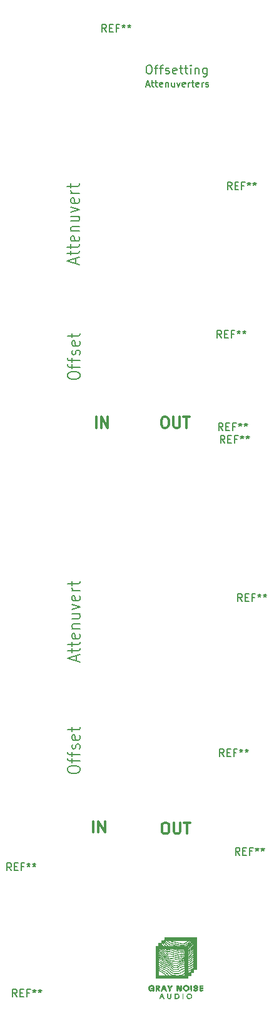
<source format=gbr>
G04 #@! TF.GenerationSoftware,KiCad,Pcbnew,5.1.10-1.fc33*
G04 #@! TF.CreationDate,2021-06-23T21:52:56-04:00*
G04 #@! TF.ProjectId,offsetAttenuverterface,6f666673-6574-4417-9474-656e75766572,rev?*
G04 #@! TF.SameCoordinates,Original*
G04 #@! TF.FileFunction,Legend,Top*
G04 #@! TF.FilePolarity,Positive*
%FSLAX46Y46*%
G04 Gerber Fmt 4.6, Leading zero omitted, Abs format (unit mm)*
G04 Created by KiCad (PCBNEW 5.1.10-1.fc33) date 2021-06-23 21:52:56*
%MOMM*%
%LPD*%
G01*
G04 APERTURE LIST*
%ADD10C,0.150000*%
%ADD11C,0.200000*%
%ADD12C,0.300000*%
%ADD13C,0.010000*%
G04 APERTURE END LIST*
D10*
X36678571Y-37350000D02*
X37107142Y-37350000D01*
X36592857Y-37607142D02*
X36892857Y-36707142D01*
X37192857Y-37607142D01*
X37364285Y-37007142D02*
X37707142Y-37007142D01*
X37492857Y-36707142D02*
X37492857Y-37478571D01*
X37535714Y-37564285D01*
X37621428Y-37607142D01*
X37707142Y-37607142D01*
X37878571Y-37007142D02*
X38221428Y-37007142D01*
X38007142Y-36707142D02*
X38007142Y-37478571D01*
X38050000Y-37564285D01*
X38135714Y-37607142D01*
X38221428Y-37607142D01*
X38864285Y-37564285D02*
X38778571Y-37607142D01*
X38607142Y-37607142D01*
X38521428Y-37564285D01*
X38478571Y-37478571D01*
X38478571Y-37135714D01*
X38521428Y-37050000D01*
X38607142Y-37007142D01*
X38778571Y-37007142D01*
X38864285Y-37050000D01*
X38907142Y-37135714D01*
X38907142Y-37221428D01*
X38478571Y-37307142D01*
X39292857Y-37007142D02*
X39292857Y-37607142D01*
X39292857Y-37092857D02*
X39335714Y-37050000D01*
X39421428Y-37007142D01*
X39550000Y-37007142D01*
X39635714Y-37050000D01*
X39678571Y-37135714D01*
X39678571Y-37607142D01*
X40492857Y-37007142D02*
X40492857Y-37607142D01*
X40107142Y-37007142D02*
X40107142Y-37478571D01*
X40150000Y-37564285D01*
X40235714Y-37607142D01*
X40364285Y-37607142D01*
X40450000Y-37564285D01*
X40492857Y-37521428D01*
X40835714Y-37007142D02*
X41050000Y-37607142D01*
X41264285Y-37007142D01*
X41950000Y-37564285D02*
X41864285Y-37607142D01*
X41692857Y-37607142D01*
X41607142Y-37564285D01*
X41564285Y-37478571D01*
X41564285Y-37135714D01*
X41607142Y-37050000D01*
X41692857Y-37007142D01*
X41864285Y-37007142D01*
X41950000Y-37050000D01*
X41992857Y-37135714D01*
X41992857Y-37221428D01*
X41564285Y-37307142D01*
X42378571Y-37607142D02*
X42378571Y-37007142D01*
X42378571Y-37178571D02*
X42421428Y-37092857D01*
X42464285Y-37050000D01*
X42550000Y-37007142D01*
X42635714Y-37007142D01*
X42807142Y-37007142D02*
X43150000Y-37007142D01*
X42935714Y-36707142D02*
X42935714Y-37478571D01*
X42978571Y-37564285D01*
X43064285Y-37607142D01*
X43150000Y-37607142D01*
X43792857Y-37564285D02*
X43707142Y-37607142D01*
X43535714Y-37607142D01*
X43450000Y-37564285D01*
X43407142Y-37478571D01*
X43407142Y-37135714D01*
X43450000Y-37050000D01*
X43535714Y-37007142D01*
X43707142Y-37007142D01*
X43792857Y-37050000D01*
X43835714Y-37135714D01*
X43835714Y-37221428D01*
X43407142Y-37307142D01*
X44221428Y-37607142D02*
X44221428Y-37007142D01*
X44221428Y-37178571D02*
X44264285Y-37092857D01*
X44307142Y-37050000D01*
X44392857Y-37007142D01*
X44478571Y-37007142D01*
X44735714Y-37564285D02*
X44821428Y-37607142D01*
X44992857Y-37607142D01*
X45078571Y-37564285D01*
X45121428Y-37478571D01*
X45121428Y-37435714D01*
X45078571Y-37350000D01*
X44992857Y-37307142D01*
X44864285Y-37307142D01*
X44778571Y-37264285D01*
X44735714Y-37178571D01*
X44735714Y-37135714D01*
X44778571Y-37050000D01*
X44864285Y-37007142D01*
X44992857Y-37007142D01*
X45078571Y-37050000D01*
D11*
X36942857Y-34642857D02*
X37171428Y-34642857D01*
X37285714Y-34700000D01*
X37400000Y-34814285D01*
X37457142Y-35042857D01*
X37457142Y-35442857D01*
X37400000Y-35671428D01*
X37285714Y-35785714D01*
X37171428Y-35842857D01*
X36942857Y-35842857D01*
X36828571Y-35785714D01*
X36714285Y-35671428D01*
X36657142Y-35442857D01*
X36657142Y-35042857D01*
X36714285Y-34814285D01*
X36828571Y-34700000D01*
X36942857Y-34642857D01*
X37800000Y-35042857D02*
X38257142Y-35042857D01*
X37971428Y-35842857D02*
X37971428Y-34814285D01*
X38028571Y-34700000D01*
X38142857Y-34642857D01*
X38257142Y-34642857D01*
X38485714Y-35042857D02*
X38942857Y-35042857D01*
X38657142Y-35842857D02*
X38657142Y-34814285D01*
X38714285Y-34700000D01*
X38828571Y-34642857D01*
X38942857Y-34642857D01*
X39285714Y-35785714D02*
X39400000Y-35842857D01*
X39628571Y-35842857D01*
X39742857Y-35785714D01*
X39800000Y-35671428D01*
X39800000Y-35614285D01*
X39742857Y-35500000D01*
X39628571Y-35442857D01*
X39457142Y-35442857D01*
X39342857Y-35385714D01*
X39285714Y-35271428D01*
X39285714Y-35214285D01*
X39342857Y-35100000D01*
X39457142Y-35042857D01*
X39628571Y-35042857D01*
X39742857Y-35100000D01*
X40771428Y-35785714D02*
X40657142Y-35842857D01*
X40428571Y-35842857D01*
X40314285Y-35785714D01*
X40257142Y-35671428D01*
X40257142Y-35214285D01*
X40314285Y-35100000D01*
X40428571Y-35042857D01*
X40657142Y-35042857D01*
X40771428Y-35100000D01*
X40828571Y-35214285D01*
X40828571Y-35328571D01*
X40257142Y-35442857D01*
X41171428Y-35042857D02*
X41628571Y-35042857D01*
X41342857Y-34642857D02*
X41342857Y-35671428D01*
X41400000Y-35785714D01*
X41514285Y-35842857D01*
X41628571Y-35842857D01*
X41857142Y-35042857D02*
X42314285Y-35042857D01*
X42028571Y-34642857D02*
X42028571Y-35671428D01*
X42085714Y-35785714D01*
X42200000Y-35842857D01*
X42314285Y-35842857D01*
X42714285Y-35842857D02*
X42714285Y-35042857D01*
X42714285Y-34642857D02*
X42657142Y-34700000D01*
X42714285Y-34757142D01*
X42771428Y-34700000D01*
X42714285Y-34642857D01*
X42714285Y-34757142D01*
X43285714Y-35042857D02*
X43285714Y-35842857D01*
X43285714Y-35157142D02*
X43342857Y-35100000D01*
X43457142Y-35042857D01*
X43628571Y-35042857D01*
X43742857Y-35100000D01*
X43800000Y-35214285D01*
X43800000Y-35842857D01*
X44885714Y-35042857D02*
X44885714Y-36014285D01*
X44828571Y-36128571D01*
X44771428Y-36185714D01*
X44657142Y-36242857D01*
X44485714Y-36242857D01*
X44371428Y-36185714D01*
X44885714Y-35785714D02*
X44771428Y-35842857D01*
X44542857Y-35842857D01*
X44428571Y-35785714D01*
X44371428Y-35728571D01*
X44314285Y-35614285D01*
X44314285Y-35271428D01*
X44371428Y-35157142D01*
X44428571Y-35100000D01*
X44542857Y-35042857D01*
X44771428Y-35042857D01*
X44885714Y-35100000D01*
D10*
X26018447Y-130110371D02*
X26018447Y-129824657D01*
X26099400Y-129681800D01*
X26261304Y-129538942D01*
X26585114Y-129467514D01*
X27151780Y-129467514D01*
X27475590Y-129538942D01*
X27637495Y-129681800D01*
X27718447Y-129824657D01*
X27718447Y-130110371D01*
X27637495Y-130253228D01*
X27475590Y-130396085D01*
X27151780Y-130467514D01*
X26585114Y-130467514D01*
X26261304Y-130396085D01*
X26099400Y-130253228D01*
X26018447Y-130110371D01*
X26585114Y-129038942D02*
X26585114Y-128467514D01*
X27718447Y-128824657D02*
X26261304Y-128824657D01*
X26099400Y-128753228D01*
X26018447Y-128610371D01*
X26018447Y-128467514D01*
X26585114Y-128181800D02*
X26585114Y-127610371D01*
X27718447Y-127967514D02*
X26261304Y-127967514D01*
X26099400Y-127896085D01*
X26018447Y-127753228D01*
X26018447Y-127610371D01*
X27637495Y-127181800D02*
X27718447Y-127038942D01*
X27718447Y-126753228D01*
X27637495Y-126610371D01*
X27475590Y-126538942D01*
X27394638Y-126538942D01*
X27232733Y-126610371D01*
X27151780Y-126753228D01*
X27151780Y-126967514D01*
X27070828Y-127110371D01*
X26908923Y-127181800D01*
X26827971Y-127181800D01*
X26666066Y-127110371D01*
X26585114Y-126967514D01*
X26585114Y-126753228D01*
X26666066Y-126610371D01*
X27637495Y-125324657D02*
X27718447Y-125467514D01*
X27718447Y-125753228D01*
X27637495Y-125896085D01*
X27475590Y-125967514D01*
X26827971Y-125967514D01*
X26666066Y-125896085D01*
X26585114Y-125753228D01*
X26585114Y-125467514D01*
X26666066Y-125324657D01*
X26827971Y-125253228D01*
X26989876Y-125253228D01*
X27151780Y-125967514D01*
X26585114Y-124824657D02*
X26585114Y-124253228D01*
X26018447Y-124610371D02*
X27475590Y-124610371D01*
X27637495Y-124538942D01*
X27718447Y-124396085D01*
X27718447Y-124253228D01*
X27232733Y-115278028D02*
X27232733Y-114563742D01*
X27718447Y-115420885D02*
X26018447Y-114920885D01*
X27718447Y-114420885D01*
X26585114Y-114135171D02*
X26585114Y-113563742D01*
X26018447Y-113920885D02*
X27475590Y-113920885D01*
X27637495Y-113849457D01*
X27718447Y-113706600D01*
X27718447Y-113563742D01*
X26585114Y-113278028D02*
X26585114Y-112706600D01*
X26018447Y-113063742D02*
X27475590Y-113063742D01*
X27637495Y-112992314D01*
X27718447Y-112849457D01*
X27718447Y-112706600D01*
X27637495Y-111635171D02*
X27718447Y-111778028D01*
X27718447Y-112063742D01*
X27637495Y-112206600D01*
X27475590Y-112278028D01*
X26827971Y-112278028D01*
X26666066Y-112206600D01*
X26585114Y-112063742D01*
X26585114Y-111778028D01*
X26666066Y-111635171D01*
X26827971Y-111563742D01*
X26989876Y-111563742D01*
X27151780Y-112278028D01*
X26585114Y-110920885D02*
X27718447Y-110920885D01*
X26747019Y-110920885D02*
X26666066Y-110849457D01*
X26585114Y-110706600D01*
X26585114Y-110492314D01*
X26666066Y-110349457D01*
X26827971Y-110278028D01*
X27718447Y-110278028D01*
X26585114Y-108920885D02*
X27718447Y-108920885D01*
X26585114Y-109563742D02*
X27475590Y-109563742D01*
X27637495Y-109492314D01*
X27718447Y-109349457D01*
X27718447Y-109135171D01*
X27637495Y-108992314D01*
X27556542Y-108920885D01*
X26585114Y-108349457D02*
X27718447Y-107992314D01*
X26585114Y-107635171D01*
X27637495Y-106492314D02*
X27718447Y-106635171D01*
X27718447Y-106920885D01*
X27637495Y-107063742D01*
X27475590Y-107135171D01*
X26827971Y-107135171D01*
X26666066Y-107063742D01*
X26585114Y-106920885D01*
X26585114Y-106635171D01*
X26666066Y-106492314D01*
X26827971Y-106420885D01*
X26989876Y-106420885D01*
X27151780Y-107135171D01*
X27718447Y-105778028D02*
X26585114Y-105778028D01*
X26908923Y-105778028D02*
X26747019Y-105706600D01*
X26666066Y-105635171D01*
X26585114Y-105492314D01*
X26585114Y-105349457D01*
X26585114Y-105063742D02*
X26585114Y-104492314D01*
X26018447Y-104849457D02*
X27475590Y-104849457D01*
X27637495Y-104778028D01*
X27718447Y-104635171D01*
X27718447Y-104492314D01*
X26018447Y-76795771D02*
X26018447Y-76510057D01*
X26099400Y-76367200D01*
X26261304Y-76224342D01*
X26585114Y-76152914D01*
X27151780Y-76152914D01*
X27475590Y-76224342D01*
X27637495Y-76367200D01*
X27718447Y-76510057D01*
X27718447Y-76795771D01*
X27637495Y-76938628D01*
X27475590Y-77081485D01*
X27151780Y-77152914D01*
X26585114Y-77152914D01*
X26261304Y-77081485D01*
X26099400Y-76938628D01*
X26018447Y-76795771D01*
X26585114Y-75724342D02*
X26585114Y-75152914D01*
X27718447Y-75510057D02*
X26261304Y-75510057D01*
X26099400Y-75438628D01*
X26018447Y-75295771D01*
X26018447Y-75152914D01*
X26585114Y-74867200D02*
X26585114Y-74295771D01*
X27718447Y-74652914D02*
X26261304Y-74652914D01*
X26099400Y-74581485D01*
X26018447Y-74438628D01*
X26018447Y-74295771D01*
X27637495Y-73867200D02*
X27718447Y-73724342D01*
X27718447Y-73438628D01*
X27637495Y-73295771D01*
X27475590Y-73224342D01*
X27394638Y-73224342D01*
X27232733Y-73295771D01*
X27151780Y-73438628D01*
X27151780Y-73652914D01*
X27070828Y-73795771D01*
X26908923Y-73867200D01*
X26827971Y-73867200D01*
X26666066Y-73795771D01*
X26585114Y-73652914D01*
X26585114Y-73438628D01*
X26666066Y-73295771D01*
X27637495Y-72010057D02*
X27718447Y-72152914D01*
X27718447Y-72438628D01*
X27637495Y-72581485D01*
X27475590Y-72652914D01*
X26827971Y-72652914D01*
X26666066Y-72581485D01*
X26585114Y-72438628D01*
X26585114Y-72152914D01*
X26666066Y-72010057D01*
X26827971Y-71938628D01*
X26989876Y-71938628D01*
X27151780Y-72652914D01*
X26585114Y-71510057D02*
X26585114Y-70938628D01*
X26018447Y-71295771D02*
X27475590Y-71295771D01*
X27637495Y-71224342D01*
X27718447Y-71081485D01*
X27718447Y-70938628D01*
X27131133Y-61480828D02*
X27131133Y-60766542D01*
X27616847Y-61623685D02*
X25916847Y-61123685D01*
X27616847Y-60623685D01*
X26483514Y-60337971D02*
X26483514Y-59766542D01*
X25916847Y-60123685D02*
X27373990Y-60123685D01*
X27535895Y-60052257D01*
X27616847Y-59909400D01*
X27616847Y-59766542D01*
X26483514Y-59480828D02*
X26483514Y-58909400D01*
X25916847Y-59266542D02*
X27373990Y-59266542D01*
X27535895Y-59195114D01*
X27616847Y-59052257D01*
X27616847Y-58909400D01*
X27535895Y-57837971D02*
X27616847Y-57980828D01*
X27616847Y-58266542D01*
X27535895Y-58409400D01*
X27373990Y-58480828D01*
X26726371Y-58480828D01*
X26564466Y-58409400D01*
X26483514Y-58266542D01*
X26483514Y-57980828D01*
X26564466Y-57837971D01*
X26726371Y-57766542D01*
X26888276Y-57766542D01*
X27050180Y-58480828D01*
X26483514Y-57123685D02*
X27616847Y-57123685D01*
X26645419Y-57123685D02*
X26564466Y-57052257D01*
X26483514Y-56909400D01*
X26483514Y-56695114D01*
X26564466Y-56552257D01*
X26726371Y-56480828D01*
X27616847Y-56480828D01*
X26483514Y-55123685D02*
X27616847Y-55123685D01*
X26483514Y-55766542D02*
X27373990Y-55766542D01*
X27535895Y-55695114D01*
X27616847Y-55552257D01*
X27616847Y-55337971D01*
X27535895Y-55195114D01*
X27454942Y-55123685D01*
X26483514Y-54552257D02*
X27616847Y-54195114D01*
X26483514Y-53837971D01*
X27535895Y-52695114D02*
X27616847Y-52837971D01*
X27616847Y-53123685D01*
X27535895Y-53266542D01*
X27373990Y-53337971D01*
X26726371Y-53337971D01*
X26564466Y-53266542D01*
X26483514Y-53123685D01*
X26483514Y-52837971D01*
X26564466Y-52695114D01*
X26726371Y-52623685D01*
X26888276Y-52623685D01*
X27050180Y-53337971D01*
X27616847Y-51980828D02*
X26483514Y-51980828D01*
X26807323Y-51980828D02*
X26645419Y-51909400D01*
X26564466Y-51837971D01*
X26483514Y-51695114D01*
X26483514Y-51552257D01*
X26483514Y-51266542D02*
X26483514Y-50695114D01*
X25916847Y-51052257D02*
X27373990Y-51052257D01*
X27535895Y-50980828D01*
X27616847Y-50837971D01*
X27616847Y-50695114D01*
D12*
X39140000Y-137164071D02*
X39425714Y-137164071D01*
X39568571Y-137235500D01*
X39711428Y-137378357D01*
X39782857Y-137664071D01*
X39782857Y-138164071D01*
X39711428Y-138449785D01*
X39568571Y-138592642D01*
X39425714Y-138664071D01*
X39140000Y-138664071D01*
X38997142Y-138592642D01*
X38854285Y-138449785D01*
X38782857Y-138164071D01*
X38782857Y-137664071D01*
X38854285Y-137378357D01*
X38997142Y-137235500D01*
X39140000Y-137164071D01*
X40425714Y-137164071D02*
X40425714Y-138378357D01*
X40497142Y-138521214D01*
X40568571Y-138592642D01*
X40711428Y-138664071D01*
X40997142Y-138664071D01*
X41140000Y-138592642D01*
X41211428Y-138521214D01*
X41282857Y-138378357D01*
X41282857Y-137164071D01*
X41782857Y-137164071D02*
X42640000Y-137164071D01*
X42211428Y-138664071D02*
X42211428Y-137164071D01*
X29503785Y-138473571D02*
X29503785Y-136973571D01*
X30218071Y-138473571D02*
X30218071Y-136973571D01*
X31075214Y-138473571D01*
X31075214Y-136973571D01*
X39076500Y-82236571D02*
X39362214Y-82236571D01*
X39505071Y-82308000D01*
X39647928Y-82450857D01*
X39719357Y-82736571D01*
X39719357Y-83236571D01*
X39647928Y-83522285D01*
X39505071Y-83665142D01*
X39362214Y-83736571D01*
X39076500Y-83736571D01*
X38933642Y-83665142D01*
X38790785Y-83522285D01*
X38719357Y-83236571D01*
X38719357Y-82736571D01*
X38790785Y-82450857D01*
X38933642Y-82308000D01*
X39076500Y-82236571D01*
X40362214Y-82236571D02*
X40362214Y-83450857D01*
X40433642Y-83593714D01*
X40505071Y-83665142D01*
X40647928Y-83736571D01*
X40933642Y-83736571D01*
X41076500Y-83665142D01*
X41147928Y-83593714D01*
X41219357Y-83450857D01*
X41219357Y-82236571D01*
X41719357Y-82236571D02*
X42576500Y-82236571D01*
X42147928Y-83736571D02*
X42147928Y-82236571D01*
X29884785Y-83736571D02*
X29884785Y-82236571D01*
X30599071Y-83736571D02*
X30599071Y-82236571D01*
X31456214Y-83736571D01*
X31456214Y-82236571D01*
D13*
G04 #@! TO.C,G\u002A\u002A\u002A*
G36*
X43460579Y-157013632D02*
G01*
X43079579Y-157021050D01*
X43079579Y-157408000D01*
X42678526Y-157408000D01*
X42678526Y-157809053D01*
X42290842Y-157809053D01*
X42290842Y-158196737D01*
X37932737Y-158196737D01*
X37932737Y-157463632D01*
X38320584Y-157463632D01*
X38320907Y-157544388D01*
X38321680Y-157621118D01*
X38322898Y-157689429D01*
X38324554Y-157744928D01*
X38326643Y-157783220D01*
X38329158Y-157799910D01*
X38329333Y-157800140D01*
X38344308Y-157802193D01*
X38382958Y-157804078D01*
X38442220Y-157805742D01*
X38519031Y-157807126D01*
X38610331Y-157808177D01*
X38713057Y-157808837D01*
X38817961Y-157809053D01*
X39297676Y-157809053D01*
X39262203Y-157762545D01*
X39231155Y-157728029D01*
X39183652Y-157682667D01*
X39125079Y-157631040D01*
X39060820Y-157577726D01*
X38996259Y-157527305D01*
X38936781Y-157484356D01*
X38928684Y-157478877D01*
X38881110Y-157448490D01*
X38819802Y-157411382D01*
X38754603Y-157373444D01*
X38721474Y-157354816D01*
X38650678Y-157315550D01*
X38570047Y-157270755D01*
X38493088Y-157227937D01*
X38465467Y-157212548D01*
X38412793Y-157183565D01*
X38368972Y-157160170D01*
X38339079Y-157145027D01*
X38328440Y-157140632D01*
X38325936Y-157153265D01*
X38323917Y-157188238D01*
X38322378Y-157241154D01*
X38321314Y-157307622D01*
X38320718Y-157383246D01*
X38320584Y-157463632D01*
X37932737Y-157463632D01*
X37932737Y-157018533D01*
X38320067Y-157018533D01*
X38320689Y-157044484D01*
X38324810Y-157066104D01*
X38334953Y-157085661D01*
X38353644Y-157105424D01*
X38383404Y-157127661D01*
X38426758Y-157154640D01*
X38486229Y-157188629D01*
X38564342Y-157231896D01*
X38641263Y-157274334D01*
X38759270Y-157340461D01*
X38857260Y-157397657D01*
X38939241Y-157448726D01*
X39009221Y-157496471D01*
X39071208Y-157543697D01*
X39129210Y-157593206D01*
X39187234Y-157647801D01*
X39215966Y-157676331D01*
X39343105Y-157804294D01*
X39493500Y-157806673D01*
X39553305Y-157806978D01*
X39601838Y-157806004D01*
X39633766Y-157803942D01*
X39643895Y-157801319D01*
X39635278Y-157788245D01*
X39611851Y-157759819D01*
X39577244Y-157720049D01*
X39535090Y-157672941D01*
X39489021Y-157622500D01*
X39442669Y-157572734D01*
X39399666Y-157527649D01*
X39363644Y-157491251D01*
X39356474Y-157484284D01*
X39288576Y-157425271D01*
X39204616Y-157363816D01*
X39102508Y-157298623D01*
X38980163Y-157228396D01*
X38835493Y-157151841D01*
X38756176Y-157111801D01*
X38670994Y-157068946D01*
X38590541Y-157027679D01*
X38519000Y-156990207D01*
X38460553Y-156958737D01*
X38419383Y-156935477D01*
X38404543Y-156926265D01*
X38369151Y-156903886D01*
X38342135Y-156889515D01*
X38333119Y-156886632D01*
X38327025Y-156898901D01*
X38322529Y-156931335D01*
X38320469Y-156977373D01*
X38320421Y-156985984D01*
X38320067Y-157018533D01*
X37932737Y-157018533D01*
X37932737Y-156705203D01*
X38320421Y-156705203D01*
X38321905Y-156767311D01*
X38326901Y-156807993D01*
X38336224Y-156832424D01*
X38341476Y-156838934D01*
X38366838Y-156861280D01*
X38401654Y-156886311D01*
X38448506Y-156915503D01*
X38509975Y-156950335D01*
X38588644Y-156992285D01*
X38687094Y-157042829D01*
X38774947Y-157087007D01*
X38903624Y-157151982D01*
X39011968Y-157208791D01*
X39103964Y-157260376D01*
X39183599Y-157309681D01*
X39254858Y-157359650D01*
X39321726Y-157413227D01*
X39388191Y-157473354D01*
X39458238Y-157542975D01*
X39535851Y-157625035D01*
X39603789Y-157699109D01*
X39704053Y-157809291D01*
X40010412Y-157809172D01*
X40097279Y-157808895D01*
X40139070Y-157808507D01*
X41361737Y-157808507D01*
X41888121Y-157809053D01*
X41892298Y-157661973D01*
X41892996Y-157602905D01*
X41891700Y-157555163D01*
X41888677Y-157524133D01*
X41884923Y-157514920D01*
X41869866Y-157521891D01*
X41837351Y-157540860D01*
X41792131Y-157568949D01*
X41738961Y-157603276D01*
X41737870Y-157603992D01*
X41669563Y-157646885D01*
X41594034Y-157691141D01*
X41522221Y-157730486D01*
X41482053Y-157750772D01*
X41361737Y-157808507D01*
X40139070Y-157808507D01*
X40174076Y-157808182D01*
X40237159Y-157807107D01*
X40282884Y-157805742D01*
X40307608Y-157804159D01*
X40310900Y-157803181D01*
X40295890Y-157797834D01*
X40261519Y-157789031D01*
X40214653Y-157778503D01*
X40205067Y-157776485D01*
X40144067Y-157760124D01*
X40073135Y-157735674D01*
X40005792Y-157707885D01*
X39993888Y-157702317D01*
X39938287Y-157672395D01*
X39883353Y-157635409D01*
X39825912Y-157588527D01*
X39762789Y-157528914D01*
X39690812Y-157453736D01*
X39606805Y-157360160D01*
X39592981Y-157344375D01*
X39538210Y-157285717D01*
X39479686Y-157231982D01*
X39414188Y-157181152D01*
X39338493Y-157131209D01*
X39249382Y-157080135D01*
X39143632Y-157025913D01*
X39018022Y-156966525D01*
X38917292Y-156921127D01*
X38800464Y-156868323D01*
X38704203Y-156822492D01*
X38624043Y-156781213D01*
X38555519Y-156742065D01*
X38494167Y-156702626D01*
X38435520Y-156660475D01*
X38432746Y-156658379D01*
X38390869Y-156627786D01*
X38356563Y-156604754D01*
X38335731Y-156593182D01*
X38333081Y-156592526D01*
X38327335Y-156604865D01*
X38322952Y-156637780D01*
X38320624Y-156685118D01*
X38320421Y-156705203D01*
X37932737Y-156705203D01*
X37932737Y-156402746D01*
X38320421Y-156402746D01*
X38320836Y-156459487D01*
X38323374Y-156496544D01*
X38329973Y-156520968D01*
X38342571Y-156539811D01*
X38363105Y-156560125D01*
X38363868Y-156560835D01*
X38429986Y-156617683D01*
X38503750Y-156671522D01*
X38589010Y-156724638D01*
X38689615Y-156779314D01*
X38809417Y-156837837D01*
X38902007Y-156880188D01*
X39045760Y-156945638D01*
X39167654Y-157003874D01*
X39270889Y-157057006D01*
X39358665Y-157107145D01*
X39434180Y-157156399D01*
X39500635Y-157206880D01*
X39561229Y-157260698D01*
X39619162Y-157319962D01*
X39677634Y-157386782D01*
X39686736Y-157397692D01*
X39736777Y-157455573D01*
X39788483Y-157511293D01*
X39835865Y-157558631D01*
X39872934Y-157591366D01*
X39873939Y-157592146D01*
X39968784Y-157654528D01*
X40076256Y-157704043D01*
X40199881Y-157741868D01*
X40343185Y-157769180D01*
X40439316Y-157780934D01*
X40503587Y-157787551D01*
X40561800Y-157793731D01*
X40606469Y-157798671D01*
X40626474Y-157801064D01*
X40651414Y-157802470D01*
X40698548Y-157803454D01*
X40763335Y-157803985D01*
X40841236Y-157804033D01*
X40927710Y-157803568D01*
X40960684Y-157803263D01*
X41059518Y-157802016D01*
X41136124Y-157800312D01*
X41195010Y-157797759D01*
X41240685Y-157793969D01*
X41277657Y-157788551D01*
X41310436Y-157781113D01*
X41343530Y-157771267D01*
X41348368Y-157769699D01*
X41410018Y-157748111D01*
X41467579Y-157724205D01*
X41526574Y-157695120D01*
X41592524Y-157657998D01*
X41670952Y-157609976D01*
X41732710Y-157570614D01*
X41889789Y-157469454D01*
X41889789Y-157348823D01*
X42277474Y-157348823D01*
X42277474Y-157408000D01*
X42423487Y-157408000D01*
X42487906Y-157407720D01*
X42532093Y-157405946D01*
X42545790Y-157403848D01*
X42642400Y-157403848D01*
X42654576Y-157407990D01*
X42656048Y-157408000D01*
X42679141Y-157401009D01*
X42684640Y-157395555D01*
X42686360Y-157379972D01*
X42673012Y-157375624D01*
X42654723Y-157384804D01*
X42651667Y-157388094D01*
X42642400Y-157403848D01*
X42545790Y-157403848D01*
X42562556Y-157401280D01*
X42585798Y-157392322D01*
X42608327Y-157377674D01*
X42625522Y-157364553D01*
X42681544Y-157321105D01*
X42681197Y-157197447D01*
X42680593Y-157143238D01*
X42679259Y-157100439D01*
X42677428Y-157075120D01*
X42676347Y-157070872D01*
X42663603Y-157075798D01*
X42632734Y-157091405D01*
X42588801Y-157115057D01*
X42551526Y-157135814D01*
X42490166Y-157170383D01*
X42427497Y-157205626D01*
X42373513Y-157235925D01*
X42354342Y-157246659D01*
X42313164Y-157270530D01*
X42290166Y-157288634D01*
X42280056Y-157308008D01*
X42277540Y-157335686D01*
X42277474Y-157348823D01*
X41889789Y-157348823D01*
X41889789Y-157305043D01*
X41889112Y-157242289D01*
X41887264Y-157190580D01*
X41884521Y-157155018D01*
X41881160Y-157140706D01*
X41880892Y-157140632D01*
X41862692Y-157147120D01*
X41826268Y-157164849D01*
X41776270Y-157191212D01*
X41717346Y-157223602D01*
X41654144Y-157259415D01*
X41591314Y-157296044D01*
X41533505Y-157330883D01*
X41485364Y-157361326D01*
X41475368Y-157367956D01*
X41375419Y-157432296D01*
X41288603Y-157480837D01*
X41208386Y-157515894D01*
X41128232Y-157539779D01*
X41041608Y-157554807D01*
X40941978Y-157563290D01*
X40920579Y-157564374D01*
X40820553Y-157566137D01*
X40707260Y-157563395D01*
X40588891Y-157556721D01*
X40473638Y-157546683D01*
X40369692Y-157533854D01*
X40294311Y-157520756D01*
X40201239Y-157494862D01*
X40107663Y-157457606D01*
X40024060Y-157413533D01*
X39983064Y-157385725D01*
X39957164Y-157362289D01*
X39918787Y-157322895D01*
X39872365Y-157272298D01*
X39822326Y-157215255D01*
X39801540Y-157190809D01*
X39736324Y-157116470D01*
X39672962Y-157051886D01*
X39607823Y-156994713D01*
X39537274Y-156942609D01*
X39457684Y-156893233D01*
X39365421Y-156844241D01*
X39256853Y-156793291D01*
X39128349Y-156738040D01*
X39049000Y-156705434D01*
X38904452Y-156644590D01*
X38781476Y-156587765D01*
X38675699Y-156532514D01*
X38582749Y-156476394D01*
X38498254Y-156416961D01*
X38420684Y-156354218D01*
X38381786Y-156321796D01*
X38350455Y-156297536D01*
X38332253Y-156285693D01*
X38330447Y-156285171D01*
X38325988Y-156297477D01*
X38322549Y-156330492D01*
X38320642Y-156378195D01*
X38320421Y-156402746D01*
X37932737Y-156402746D01*
X37932737Y-156098590D01*
X38320421Y-156098590D01*
X38320421Y-156215145D01*
X38409986Y-156298929D01*
X38490272Y-156367108D01*
X38585875Y-156437384D01*
X38686907Y-156502933D01*
X38783482Y-156556933D01*
X38784838Y-156557616D01*
X38820375Y-156574315D01*
X38875067Y-156598573D01*
X38943270Y-156627951D01*
X39019339Y-156660015D01*
X39082079Y-156685965D01*
X39217178Y-156742294D01*
X39330521Y-156792155D01*
X39425623Y-156837806D01*
X39506001Y-156881507D01*
X39575170Y-156925517D01*
X39636646Y-156972096D01*
X39693946Y-157023501D01*
X39750585Y-157081992D01*
X39810079Y-157149829D01*
X39817281Y-157158354D01*
X39899752Y-157252333D01*
X39973325Y-157326302D01*
X40042596Y-157383334D01*
X40112163Y-157426500D01*
X40186621Y-157458873D01*
X40270567Y-157483524D01*
X40320189Y-157494450D01*
X40417141Y-157510562D01*
X40525932Y-157522895D01*
X40641104Y-157531335D01*
X40757195Y-157535768D01*
X40868745Y-157536079D01*
X40970294Y-157532153D01*
X41056383Y-157523877D01*
X41121174Y-157511242D01*
X41180935Y-157492198D01*
X41238712Y-157468484D01*
X41300367Y-157437135D01*
X41371761Y-157395185D01*
X41453500Y-157343103D01*
X41526893Y-157297058D01*
X41610511Y-157247505D01*
X41692536Y-157201320D01*
X41744263Y-157173866D01*
X41889789Y-157099428D01*
X41889789Y-156968566D01*
X42277474Y-156968566D01*
X42277474Y-157108073D01*
X42277976Y-157165505D01*
X42279335Y-157211455D01*
X42281325Y-157240385D01*
X42283107Y-157247579D01*
X42295913Y-157241258D01*
X42328262Y-157223650D01*
X42376512Y-157196783D01*
X42437021Y-157162687D01*
X42506147Y-157123391D01*
X42513684Y-157119088D01*
X42638639Y-157046464D01*
X42698019Y-157010289D01*
X42772849Y-157010289D01*
X42785004Y-157014316D01*
X42818534Y-157017571D01*
X42868080Y-157019687D01*
X42919158Y-157020316D01*
X43066210Y-157020316D01*
X43066210Y-156906684D01*
X43065344Y-156855332D01*
X43063032Y-156816059D01*
X43059706Y-156795002D01*
X43058236Y-156793053D01*
X43044775Y-156801216D01*
X43017758Y-156822455D01*
X42988364Y-156847536D01*
X42941615Y-156885670D01*
X42886417Y-156926484D01*
X42850030Y-156951141D01*
X42811505Y-156977202D01*
X42783792Y-156998428D01*
X42772852Y-157010251D01*
X42772849Y-157010289D01*
X42698019Y-157010289D01*
X42743042Y-156982861D01*
X42830517Y-156925876D01*
X42904686Y-156873106D01*
X42969170Y-156822148D01*
X42996026Y-156799140D01*
X43066210Y-156737505D01*
X43066210Y-156509205D01*
X43011550Y-156558587D01*
X42954806Y-156605164D01*
X42885016Y-156653572D01*
X42799381Y-156705479D01*
X42695099Y-156762549D01*
X42569371Y-156826448D01*
X42523144Y-156849100D01*
X42277474Y-156968566D01*
X41889789Y-156968566D01*
X41889789Y-156852846D01*
X42279532Y-156852846D01*
X42280487Y-156896143D01*
X42282982Y-156921994D01*
X42285165Y-156926737D01*
X42299265Y-156921098D01*
X42333587Y-156905363D01*
X42384395Y-156881305D01*
X42447952Y-156850698D01*
X42520522Y-156815313D01*
X42536307Y-156807565D01*
X42648223Y-156751623D01*
X42739475Y-156703629D01*
X42814030Y-156661134D01*
X42875857Y-156621690D01*
X42928924Y-156582849D01*
X42977199Y-156542161D01*
X42998861Y-156522177D01*
X43066210Y-156458512D01*
X43066210Y-156338361D01*
X43065696Y-156285414D01*
X43064319Y-156244377D01*
X43062326Y-156221221D01*
X43061216Y-156218210D01*
X43049583Y-156226564D01*
X43024455Y-156248251D01*
X42997716Y-156272625D01*
X42876200Y-156372893D01*
X42736361Y-156464052D01*
X42575272Y-156547852D01*
X42437895Y-156607269D01*
X42284158Y-156668976D01*
X42280332Y-156797856D01*
X42279532Y-156852846D01*
X41889789Y-156852846D01*
X41889789Y-156807619D01*
X41806237Y-156839193D01*
X41679205Y-156888675D01*
X41572892Y-156933719D01*
X41482214Y-156976893D01*
X41402088Y-157020767D01*
X41327432Y-157067911D01*
X41261906Y-157114377D01*
X41175220Y-157176100D01*
X41100576Y-157221876D01*
X41031044Y-157253964D01*
X40959697Y-157274625D01*
X40879605Y-157286117D01*
X40783840Y-157290700D01*
X40720053Y-157291088D01*
X40547594Y-157284656D01*
X40398173Y-157266397D01*
X40270735Y-157236080D01*
X40164226Y-157193469D01*
X40097618Y-157153428D01*
X40073907Y-157132641D01*
X40037796Y-157096273D01*
X39994014Y-157049274D01*
X39947290Y-156996592D01*
X39942784Y-156991372D01*
X39865302Y-156903371D01*
X39796731Y-156831240D01*
X39732246Y-156771672D01*
X39667023Y-156721359D01*
X39596236Y-156676995D01*
X39515062Y-156635275D01*
X39418675Y-156592890D01*
X39302252Y-156546534D01*
X39282840Y-156539064D01*
X39113584Y-156472044D01*
X38967184Y-156409238D01*
X38840440Y-156348864D01*
X38730155Y-156289136D01*
X38633129Y-156228271D01*
X38546162Y-156164485D01*
X38466057Y-156095994D01*
X38433985Y-156065683D01*
X38392186Y-156026276D01*
X38357599Y-155995899D01*
X38334467Y-155978142D01*
X38327180Y-155975276D01*
X38324143Y-155990825D01*
X38321812Y-156026571D01*
X38320548Y-156075975D01*
X38320421Y-156098590D01*
X37932737Y-156098590D01*
X37932737Y-155777474D01*
X38320421Y-155777474D01*
X38320421Y-155900439D01*
X38422418Y-156005250D01*
X38516417Y-156094439D01*
X38618014Y-156175604D01*
X38730724Y-156250819D01*
X38858062Y-156322158D01*
X39003543Y-156391695D01*
X39170681Y-156461504D01*
X39242842Y-156489383D01*
X39373117Y-156539993D01*
X39481425Y-156585298D01*
X39571471Y-156627473D01*
X39646955Y-156668695D01*
X39711581Y-156711142D01*
X39769050Y-156756990D01*
X39823066Y-156808416D01*
X39867995Y-156856971D01*
X39949686Y-156948356D01*
X40017580Y-157021597D01*
X40074892Y-157079177D01*
X40124839Y-157123576D01*
X40170636Y-157157279D01*
X40215498Y-157182766D01*
X40262641Y-157202521D01*
X40315280Y-157219024D01*
X40348325Y-157227764D01*
X40442416Y-157245795D01*
X40554136Y-157257868D01*
X40674968Y-157263603D01*
X40796392Y-157262621D01*
X40909890Y-157254540D01*
X40920671Y-157253304D01*
X40980312Y-157239685D01*
X41048058Y-157211284D01*
X41126959Y-157166531D01*
X41220063Y-157103856D01*
X41242760Y-157087503D01*
X41358259Y-157010415D01*
X41483278Y-156941220D01*
X41623948Y-156876777D01*
X41752763Y-156826204D01*
X41889789Y-156775577D01*
X41889789Y-156650630D01*
X41888484Y-156585474D01*
X41884399Y-156544930D01*
X41877279Y-156526993D01*
X41873917Y-156525684D01*
X41851965Y-156529745D01*
X41809994Y-156540824D01*
X41753278Y-156557272D01*
X41687090Y-156577435D01*
X41616703Y-156599661D01*
X41547391Y-156622299D01*
X41484426Y-156643696D01*
X41433082Y-156662201D01*
X41412355Y-156670283D01*
X41335003Y-156704034D01*
X41268629Y-156739043D01*
X41204870Y-156780489D01*
X41135365Y-156833546D01*
X41095024Y-156866733D01*
X41032973Y-156918009D01*
X40983215Y-156955706D01*
X40939659Y-156981911D01*
X40896213Y-156998714D01*
X40846785Y-157008202D01*
X40785284Y-157012466D01*
X40705619Y-157013592D01*
X40666579Y-157013632D01*
X40543233Y-157011543D01*
X40441324Y-157003913D01*
X40355779Y-156988693D01*
X40281529Y-156963835D01*
X40213500Y-156927293D01*
X40146624Y-156877017D01*
X40075827Y-156810962D01*
X40019430Y-156752322D01*
X39951400Y-156680740D01*
X39890919Y-156620840D01*
X39834041Y-156570141D01*
X39776822Y-156526160D01*
X39715317Y-156486416D01*
X39645582Y-156448426D01*
X39563671Y-156409710D01*
X39465640Y-156367785D01*
X39347545Y-156320169D01*
X39307245Y-156304259D01*
X39115401Y-156224703D01*
X38947767Y-156146199D01*
X38801937Y-156067250D01*
X38675505Y-155986356D01*
X38566066Y-155902019D01*
X38471215Y-155812740D01*
X38412381Y-155746708D01*
X38378842Y-155707315D01*
X38351117Y-155676752D01*
X38334048Y-155660299D01*
X38331905Y-155658965D01*
X38326916Y-155669316D01*
X38323021Y-155700781D01*
X38320766Y-155747742D01*
X38320421Y-155777474D01*
X37932737Y-155777474D01*
X37932737Y-155465002D01*
X38320421Y-155465002D01*
X38320870Y-155521283D01*
X38323897Y-155559362D01*
X38332020Y-155587770D01*
X38347760Y-155615043D01*
X38373633Y-155649713D01*
X38375760Y-155652470D01*
X38429764Y-155715763D01*
X38498918Y-155787042D01*
X38576020Y-155859616D01*
X38653870Y-155926796D01*
X38725267Y-155981893D01*
X38744988Y-155995489D01*
X38825917Y-156045578D01*
X38920918Y-156097265D01*
X39032674Y-156151841D01*
X39163871Y-156210593D01*
X39317192Y-156274812D01*
X39376526Y-156298798D01*
X39460746Y-156333034D01*
X39540228Y-156366200D01*
X39610305Y-156396282D01*
X39666309Y-156421267D01*
X39703574Y-156439141D01*
X39710737Y-156443006D01*
X39788181Y-156492558D01*
X39867795Y-156554840D01*
X39953383Y-156633112D01*
X40048749Y-156730634D01*
X40058355Y-156740910D01*
X40128723Y-156813807D01*
X40188177Y-156868405D01*
X40241594Y-156907976D01*
X40293854Y-156935795D01*
X40349837Y-156955134D01*
X40392526Y-156965112D01*
X40438616Y-156974498D01*
X40477274Y-156982521D01*
X40492789Y-156985838D01*
X40515862Y-156987859D01*
X40559633Y-156989137D01*
X40618068Y-156989579D01*
X40685138Y-156989089D01*
X40693316Y-156988966D01*
X40770843Y-156986987D01*
X40827062Y-156983460D01*
X40867383Y-156977707D01*
X40897221Y-156969052D01*
X40913895Y-156961371D01*
X40944259Y-156942049D01*
X40987825Y-156910301D01*
X41037666Y-156871299D01*
X41067632Y-156846623D01*
X41119036Y-156804567D01*
X41169319Y-156765415D01*
X41211049Y-156734867D01*
X41228053Y-156723556D01*
X41275436Y-156698387D01*
X41343541Y-156667999D01*
X41427329Y-156634333D01*
X41521759Y-156599332D01*
X41621794Y-156564937D01*
X41721802Y-156533270D01*
X41782712Y-156514715D01*
X41833432Y-156498941D01*
X41868972Y-156487526D01*
X41884339Y-156482042D01*
X41884564Y-156481892D01*
X41888298Y-156465984D01*
X41890406Y-156432674D01*
X41890888Y-156397259D01*
X42277474Y-156397259D01*
X42277474Y-156514945D01*
X42278197Y-156567295D01*
X42280132Y-156607671D01*
X42282927Y-156630044D01*
X42284362Y-156632632D01*
X42298843Y-156627995D01*
X42332797Y-156615429D01*
X42380881Y-156596950D01*
X42428072Y-156578416D01*
X42611532Y-156496396D01*
X42772903Y-156404008D01*
X42915496Y-156299239D01*
X42979474Y-156242809D01*
X43066210Y-156161671D01*
X43066210Y-155893969D01*
X42967289Y-155987935D01*
X42821373Y-156110426D01*
X42655765Y-156220574D01*
X42475998Y-156314895D01*
X42387763Y-156352938D01*
X42277474Y-156397259D01*
X41890888Y-156397259D01*
X41890990Y-156389847D01*
X41890146Y-156345387D01*
X41887976Y-156307178D01*
X41884577Y-156283105D01*
X41882010Y-156278725D01*
X41860979Y-156282236D01*
X41819280Y-156291392D01*
X41762065Y-156304908D01*
X41694489Y-156321500D01*
X41621707Y-156339885D01*
X41548873Y-156358778D01*
X41481141Y-156376895D01*
X41424829Y-156392617D01*
X41296681Y-156434990D01*
X41188502Y-156483662D01*
X41093668Y-156542160D01*
X41005554Y-156614012D01*
X41000781Y-156618412D01*
X40941733Y-156670739D01*
X40890899Y-156708009D01*
X40841720Y-156732415D01*
X40787638Y-156746149D01*
X40722092Y-156751403D01*
X40638525Y-156750369D01*
X40609515Y-156749186D01*
X40500130Y-156742048D01*
X40411211Y-156729848D01*
X40336611Y-156710135D01*
X40270189Y-156680461D01*
X40205799Y-156638380D01*
X40137299Y-156581442D01*
X40098421Y-156545536D01*
X40015714Y-156469874D01*
X39937527Y-156404587D01*
X39859233Y-156346814D01*
X39776204Y-156293697D01*
X39683812Y-156242377D01*
X39577429Y-156189993D01*
X39452428Y-156133687D01*
X39384579Y-156104480D01*
X39257156Y-156049499D01*
X39150565Y-156001692D01*
X39060570Y-155958931D01*
X38982936Y-155919088D01*
X38913427Y-155880034D01*
X38847808Y-155839642D01*
X38815773Y-155818704D01*
X38716444Y-155745642D01*
X38614105Y-155658010D01*
X38517030Y-155563516D01*
X38433493Y-155469870D01*
X38411549Y-155442100D01*
X38378686Y-155400435D01*
X38351387Y-155368450D01*
X38333926Y-155351046D01*
X38330585Y-155349263D01*
X38326030Y-155361615D01*
X38322530Y-155394619D01*
X38320621Y-155442191D01*
X38320421Y-155465002D01*
X37932737Y-155465002D01*
X37932737Y-155156154D01*
X38320421Y-155156154D01*
X38321362Y-155209695D01*
X38326328Y-155247212D01*
X38338535Y-155279408D01*
X38361197Y-155316983D01*
X38374835Y-155337279D01*
X38486673Y-155483503D01*
X38615454Y-155616840D01*
X38763071Y-155738720D01*
X38931415Y-155850569D01*
X39122378Y-155953817D01*
X39295935Y-156032542D01*
X39435280Y-156091845D01*
X39553380Y-156144002D01*
X39654008Y-156191304D01*
X39740933Y-156236045D01*
X39817926Y-156280515D01*
X39888759Y-156327009D01*
X39957202Y-156377817D01*
X40027027Y-156435233D01*
X40102005Y-156501548D01*
X40168960Y-156563227D01*
X40215434Y-156603769D01*
X40261175Y-156639005D01*
X40298543Y-156663199D01*
X40308832Y-156668251D01*
X40378380Y-156690657D01*
X40463618Y-156708067D01*
X40556606Y-156719795D01*
X40649403Y-156725158D01*
X40734070Y-156723470D01*
X40802664Y-156714045D01*
X40811987Y-156711670D01*
X40855898Y-156690759D01*
X40911426Y-156650152D01*
X40955033Y-156611609D01*
X41044364Y-156533944D01*
X41127848Y-156475465D01*
X41212166Y-156431735D01*
X41247452Y-156417444D01*
X41274571Y-156408569D01*
X41321216Y-156394705D01*
X41382921Y-156377061D01*
X41455221Y-156356847D01*
X41533653Y-156335273D01*
X41613751Y-156313548D01*
X41691050Y-156292883D01*
X41761086Y-156274487D01*
X41819394Y-156259571D01*
X41861509Y-156249343D01*
X41882966Y-156245014D01*
X41884042Y-156244947D01*
X41886789Y-156232669D01*
X41888822Y-156200191D01*
X41889764Y-156154047D01*
X41889789Y-156144684D01*
X41889744Y-156141635D01*
X42277474Y-156141635D01*
X42277474Y-156364873D01*
X42343893Y-156338693D01*
X42387392Y-156320176D01*
X42444180Y-156294147D01*
X42503823Y-156265426D01*
X42519814Y-156257456D01*
X42690777Y-156161433D01*
X42844846Y-156052571D01*
X42982658Y-155932570D01*
X43066210Y-155853025D01*
X43066210Y-155597416D01*
X42989342Y-155671612D01*
X42808847Y-155829091D01*
X42616696Y-155963669D01*
X42409092Y-156078000D01*
X42406055Y-156079471D01*
X42277474Y-156141635D01*
X41889744Y-156141635D01*
X41889077Y-156096755D01*
X41887194Y-156061301D01*
X41884518Y-156044858D01*
X41883975Y-156044421D01*
X41868672Y-156048735D01*
X41840528Y-156058946D01*
X41816513Y-156066574D01*
X41771073Y-156079532D01*
X41708703Y-156096593D01*
X41633900Y-156116532D01*
X41551159Y-156138126D01*
X41528842Y-156143875D01*
X41398744Y-156178791D01*
X41290704Y-156211487D01*
X41200348Y-156243773D01*
X41123305Y-156277460D01*
X41055201Y-156314361D01*
X40991662Y-156356285D01*
X40961178Y-156378973D01*
X40896514Y-156425766D01*
X40841800Y-156456608D01*
X40788277Y-156474647D01*
X40727186Y-156483035D01*
X40666579Y-156484915D01*
X40535683Y-156480185D01*
X40422078Y-156463155D01*
X40318284Y-156431598D01*
X40216824Y-156383284D01*
X40118112Y-156321433D01*
X39977525Y-156226479D01*
X39853425Y-156145854D01*
X39747013Y-156080309D01*
X39659489Y-156030594D01*
X39623842Y-156012230D01*
X39582170Y-155991863D01*
X39521954Y-155962636D01*
X39448765Y-155927244D01*
X39368170Y-155888378D01*
X39285739Y-155848732D01*
X39281251Y-155846577D01*
X39198812Y-155806211D01*
X39118070Y-155765270D01*
X39044599Y-155726684D01*
X38983969Y-155693381D01*
X38941755Y-155668292D01*
X38940356Y-155667388D01*
X38758211Y-155534591D01*
X38597746Y-155386474D01*
X38458278Y-155222375D01*
X38403696Y-155145395D01*
X38374338Y-155103535D01*
X38349722Y-155071992D01*
X38334083Y-155056086D01*
X38331828Y-155055158D01*
X38326393Y-155067437D01*
X38322365Y-155099937D01*
X38320477Y-155146148D01*
X38320421Y-155156154D01*
X37932737Y-155156154D01*
X37932737Y-154866886D01*
X38320455Y-154866886D01*
X38322323Y-154918836D01*
X38330244Y-154958597D01*
X38347771Y-154998528D01*
X38368804Y-155035105D01*
X38471293Y-155184953D01*
X38594140Y-155330570D01*
X38731072Y-155465390D01*
X38875814Y-155582847D01*
X38925329Y-155617419D01*
X38980588Y-155653433D01*
X39035839Y-155687162D01*
X39095081Y-155720704D01*
X39162311Y-155756158D01*
X39241525Y-155795623D01*
X39336721Y-155841196D01*
X39451896Y-155894977D01*
X39470105Y-155903402D01*
X39724569Y-156031904D01*
X39956870Y-156172104D01*
X40071684Y-156251519D01*
X40144014Y-156303101D01*
X40200794Y-156341188D01*
X40247418Y-156368904D01*
X40289281Y-156389372D01*
X40331777Y-156405717D01*
X40346214Y-156410530D01*
X40429605Y-156432122D01*
X40522785Y-156447374D01*
X40617286Y-156455590D01*
X40704642Y-156456070D01*
X40776386Y-156448119D01*
X40783568Y-156446559D01*
X40817176Y-156433095D01*
X40863189Y-156407329D01*
X40913415Y-156374009D01*
X40930620Y-156361329D01*
X41001171Y-156310719D01*
X41070232Y-156268309D01*
X41142985Y-156231880D01*
X41224615Y-156199211D01*
X41320304Y-156168083D01*
X41435235Y-156136276D01*
X41486961Y-156123066D01*
X41571906Y-156101520D01*
X41652866Y-156080561D01*
X41724400Y-156061630D01*
X41781066Y-156046166D01*
X41817424Y-156035611D01*
X41818337Y-156035325D01*
X41889789Y-156012801D01*
X41889789Y-155928348D01*
X41888671Y-155884793D01*
X41888632Y-155884385D01*
X42277474Y-155884385D01*
X42277474Y-155992041D01*
X42277709Y-156043320D01*
X42281175Y-156075583D01*
X42292008Y-156090341D01*
X42314346Y-156089105D01*
X42352327Y-156073387D01*
X42410088Y-156044698D01*
X42414950Y-156042258D01*
X42578423Y-155951509D01*
X42729349Y-155848450D01*
X42875315Y-155727630D01*
X42949237Y-155658441D01*
X43066210Y-155544951D01*
X43066210Y-155291650D01*
X42929184Y-155424894D01*
X42759498Y-155577016D01*
X42585218Y-155708391D01*
X42409777Y-155816502D01*
X42357880Y-155843796D01*
X42277474Y-155884385D01*
X41888632Y-155884385D01*
X41885752Y-155854298D01*
X41882035Y-155843895D01*
X41866790Y-155848068D01*
X41832473Y-155859245D01*
X41785185Y-155875409D01*
X41759695Y-155884338D01*
X41701588Y-155903418D01*
X41626873Y-155925890D01*
X41544971Y-155949017D01*
X41465298Y-155970062D01*
X41461424Y-155971040D01*
X41383713Y-155992054D01*
X41290285Y-156019567D01*
X41190465Y-156050704D01*
X41093577Y-156082593D01*
X41045685Y-156099140D01*
X40962782Y-156128175D01*
X40899069Y-156149511D01*
X40848569Y-156164471D01*
X40805304Y-156174379D01*
X40763297Y-156180560D01*
X40716569Y-156184335D01*
X40659143Y-156187030D01*
X40646526Y-156187529D01*
X40562488Y-156189630D01*
X40494426Y-156187936D01*
X40431749Y-156181683D01*
X40363870Y-156170107D01*
X40340847Y-156165469D01*
X40263839Y-156147706D01*
X40193958Y-156126815D01*
X40124966Y-156100207D01*
X40050624Y-156065291D01*
X39964693Y-156019478D01*
X39897895Y-155981609D01*
X39846000Y-155952432D01*
X39775559Y-155913873D01*
X39691816Y-155868747D01*
X39600017Y-155819869D01*
X39505408Y-155770053D01*
X39443368Y-155737714D01*
X39350154Y-155688585D01*
X39256733Y-155637979D01*
X39168260Y-155588788D01*
X39089890Y-155543904D01*
X39026778Y-155506221D01*
X38995526Y-155486396D01*
X38872035Y-155394778D01*
X38747181Y-155283583D01*
X38626976Y-155158937D01*
X38517430Y-155026963D01*
X38444932Y-154925425D01*
X38406457Y-154868590D01*
X38372887Y-154821517D01*
X38346991Y-154787896D01*
X38331536Y-154771414D01*
X38328724Y-154770575D01*
X38324484Y-154787271D01*
X38321504Y-154822820D01*
X38320455Y-154866886D01*
X37932737Y-154866886D01*
X37932737Y-154586746D01*
X38320421Y-154586746D01*
X38320421Y-154679808D01*
X38439467Y-154857457D01*
X38517658Y-154970763D01*
X38592457Y-155070930D01*
X38666845Y-155160411D01*
X38743801Y-155241662D01*
X38826305Y-155317137D01*
X38917337Y-155389292D01*
X39019876Y-155460579D01*
X39136903Y-155533455D01*
X39271396Y-155610374D01*
X39426335Y-155693790D01*
X39503793Y-155734242D01*
X39599589Y-155784246D01*
X39695632Y-155835004D01*
X39786975Y-155883855D01*
X39868669Y-155928138D01*
X39935767Y-155965193D01*
X39978040Y-155989258D01*
X40084261Y-156047044D01*
X40180019Y-156089186D01*
X40273748Y-156118955D01*
X40359105Y-156137146D01*
X40408434Y-156145724D01*
X40451695Y-156153286D01*
X40472737Y-156156993D01*
X40499898Y-156159038D01*
X40546361Y-156159796D01*
X40604716Y-156159222D01*
X40646526Y-156158078D01*
X40698048Y-156155780D01*
X40741951Y-156151990D01*
X40783861Y-156145431D01*
X40829399Y-156134827D01*
X40884191Y-156118901D01*
X40953859Y-156096377D01*
X41027526Y-156071580D01*
X41117031Y-156041989D01*
X41211085Y-156012227D01*
X41301637Y-155984754D01*
X41380638Y-155962027D01*
X41424541Y-155950314D01*
X41508886Y-155927867D01*
X41595831Y-155902847D01*
X41679823Y-155877029D01*
X41755311Y-155852183D01*
X41816744Y-155830082D01*
X41858569Y-155812498D01*
X41862493Y-155810524D01*
X41882357Y-155796844D01*
X41891195Y-155777304D01*
X41892048Y-155746974D01*
X42277588Y-155746974D01*
X42278656Y-155794007D01*
X42281578Y-155828456D01*
X42285755Y-155843675D01*
X42286353Y-155843895D01*
X42301134Y-155837743D01*
X42333580Y-155821214D01*
X42378139Y-155797192D01*
X42407066Y-155781122D01*
X42521741Y-155710381D01*
X42644012Y-155623718D01*
X42766137Y-155527110D01*
X42880373Y-155426535D01*
X42935868Y-155372865D01*
X43066210Y-155241938D01*
X43066210Y-154997590D01*
X42875710Y-155183688D01*
X42755695Y-155297510D01*
X42646181Y-155393673D01*
X42542123Y-155476266D01*
X42438472Y-155549383D01*
X42372844Y-155591353D01*
X42277703Y-155650053D01*
X42277588Y-155746974D01*
X41892048Y-155746974D01*
X41892162Y-155742941D01*
X41891391Y-155728432D01*
X41888364Y-155689954D01*
X41885085Y-155664618D01*
X41883545Y-155659472D01*
X41870338Y-155662434D01*
X41838212Y-155673677D01*
X41792899Y-155691131D01*
X41767753Y-155701269D01*
X41563680Y-155776205D01*
X41362637Y-155832035D01*
X41159278Y-155869580D01*
X40948255Y-155889662D01*
X40724224Y-155893104D01*
X40563572Y-155886473D01*
X40422452Y-155876973D01*
X40302915Y-155866434D01*
X40199810Y-155853579D01*
X40107986Y-155837131D01*
X40022290Y-155815810D01*
X39937571Y-155788339D01*
X39848677Y-155753440D01*
X39750456Y-155709835D01*
X39640164Y-155657414D01*
X39446763Y-155559833D01*
X39276017Y-155464703D01*
X39124406Y-155369017D01*
X38988411Y-155269770D01*
X38864513Y-155163955D01*
X38749193Y-155048565D01*
X38638931Y-154920595D01*
X38530208Y-154777037D01*
X38419506Y-154614886D01*
X38419159Y-154614357D01*
X38386199Y-154565305D01*
X38358052Y-154525865D01*
X38338133Y-154500673D01*
X38330447Y-154493894D01*
X38325494Y-154506019D01*
X38321911Y-154538113D01*
X38320427Y-154583416D01*
X38320421Y-154586746D01*
X37932737Y-154586746D01*
X37932737Y-154357843D01*
X38321873Y-154357843D01*
X38323637Y-154383576D01*
X38330537Y-154408701D01*
X38344778Y-154438418D01*
X38368566Y-154477928D01*
X38404110Y-154532431D01*
X38421843Y-154559190D01*
X38529815Y-154717527D01*
X38630265Y-154854630D01*
X38726401Y-154973749D01*
X38821435Y-155078138D01*
X38918576Y-155171048D01*
X39021035Y-155255734D01*
X39132023Y-155335445D01*
X39254748Y-155413436D01*
X39279804Y-155428415D01*
X39356863Y-155472539D01*
X39445692Y-155520866D01*
X39541471Y-155571007D01*
X39639381Y-155620575D01*
X39734604Y-155667180D01*
X39822322Y-155708434D01*
X39897716Y-155741949D01*
X39955966Y-155765337D01*
X39968201Y-155769629D01*
X40058498Y-155794316D01*
X40172091Y-155816125D01*
X40305647Y-155834561D01*
X40455833Y-155849129D01*
X40546263Y-155855432D01*
X40636760Y-155860857D01*
X40706289Y-155864702D01*
X40760569Y-155866987D01*
X40805322Y-155867732D01*
X40846267Y-155866961D01*
X40889126Y-155864692D01*
X40939617Y-155860949D01*
X40987421Y-155857064D01*
X41157935Y-155836722D01*
X41333076Y-155804121D01*
X41505150Y-155761189D01*
X41666466Y-155709850D01*
X41809331Y-155652033D01*
X41812921Y-155650371D01*
X41889789Y-155614672D01*
X41889789Y-155555376D01*
X42277830Y-155555376D01*
X42280336Y-155582149D01*
X42288812Y-155594678D01*
X42306657Y-155592867D01*
X42337266Y-155576619D01*
X42384037Y-155545838D01*
X42436450Y-155509947D01*
X42607223Y-155383045D01*
X42774830Y-155239681D01*
X42928574Y-155089044D01*
X42938015Y-155079025D01*
X43066210Y-154942259D01*
X43065819Y-154821577D01*
X43065427Y-154700895D01*
X43024197Y-154747684D01*
X42879445Y-154906288D01*
X42738287Y-155049783D01*
X42603011Y-155176030D01*
X42475904Y-155282889D01*
X42364650Y-155364601D01*
X42278320Y-155422789D01*
X42277897Y-155514457D01*
X42277830Y-155555376D01*
X41889789Y-155555376D01*
X41889789Y-155475209D01*
X41772816Y-155532769D01*
X41705698Y-155563870D01*
X41631588Y-155595224D01*
X41563996Y-155621180D01*
X41548895Y-155626436D01*
X41511972Y-155638523D01*
X41479561Y-155647554D01*
X41446914Y-155653963D01*
X41409282Y-155658186D01*
X41361917Y-155660661D01*
X41300070Y-155661824D01*
X41218993Y-155662109D01*
X41161210Y-155662045D01*
X41064049Y-155661600D01*
X40985920Y-155660219D01*
X40919593Y-155657251D01*
X40857838Y-155652046D01*
X40793424Y-155643954D01*
X40719120Y-155632324D01*
X40627696Y-155616505D01*
X40599737Y-155611538D01*
X40493816Y-155593750D01*
X40375609Y-155575690D01*
X40255238Y-155558789D01*
X40142827Y-155544482D01*
X40065000Y-155535822D01*
X39957577Y-155524632D01*
X39871795Y-155514544D01*
X39802654Y-155504379D01*
X39745155Y-155492957D01*
X39694300Y-155479097D01*
X39645090Y-155461619D01*
X39592525Y-155439344D01*
X39531607Y-155411090D01*
X39526617Y-155408724D01*
X39347858Y-155313770D01*
X39178095Y-155203806D01*
X39022288Y-155082542D01*
X38885397Y-154953686D01*
X38818261Y-154878894D01*
X38755544Y-154801638D01*
X38684155Y-154709721D01*
X38609367Y-154610253D01*
X38536454Y-154510345D01*
X38470690Y-154417107D01*
X38420684Y-154342796D01*
X38390047Y-154298223D01*
X38363642Y-154264386D01*
X38348996Y-154249710D01*
X38401169Y-154249710D01*
X38409076Y-154265823D01*
X38430477Y-154299783D01*
X38462858Y-154348027D01*
X38503702Y-154406987D01*
X38550494Y-154473099D01*
X38600718Y-154542798D01*
X38651858Y-154612519D01*
X38701400Y-154678694D01*
X38732756Y-154719676D01*
X38888679Y-154903298D01*
X39055057Y-155063650D01*
X39234712Y-155203084D01*
X39430465Y-155323952D01*
X39503526Y-155362418D01*
X39576858Y-155398344D01*
X39640850Y-155426394D01*
X39701276Y-155448050D01*
X39763908Y-155464794D01*
X39834519Y-155478107D01*
X39918882Y-155489473D01*
X40022770Y-155500373D01*
X40051632Y-155503120D01*
X40136394Y-155512214D01*
X40239165Y-155525024D01*
X40351661Y-155540409D01*
X40465598Y-155557232D01*
X40572691Y-155574351D01*
X40586368Y-155576656D01*
X40695809Y-155595208D01*
X40783421Y-155609787D01*
X40853746Y-155620830D01*
X40911324Y-155628776D01*
X40960698Y-155634061D01*
X41006409Y-155637123D01*
X41052998Y-155638401D01*
X41105007Y-155638332D01*
X41166977Y-155637353D01*
X41208000Y-155636565D01*
X41325006Y-155632378D01*
X41416580Y-155624741D01*
X41483815Y-155613557D01*
X41495421Y-155610618D01*
X41539381Y-155596009D01*
X41599244Y-155572628D01*
X41667034Y-155543737D01*
X41732710Y-155513584D01*
X41889789Y-155438522D01*
X41889789Y-155367156D01*
X41888442Y-155327559D01*
X41884977Y-155301645D01*
X41881827Y-155295789D01*
X41866595Y-155302815D01*
X41839921Y-155319985D01*
X41836304Y-155322534D01*
X41807247Y-155340411D01*
X41761937Y-155365165D01*
X41708400Y-155392475D01*
X41686757Y-155403015D01*
X41610443Y-155434794D01*
X41530145Y-155457939D01*
X41443441Y-155472308D01*
X41347909Y-155477762D01*
X41241126Y-155474159D01*
X41120669Y-155461359D01*
X40984118Y-155439222D01*
X40829048Y-155407607D01*
X40653037Y-155366373D01*
X40532895Y-155336061D01*
X40403604Y-155302985D01*
X40295918Y-155276280D01*
X40205653Y-155255256D01*
X40128625Y-155239228D01*
X40060651Y-155227505D01*
X39997547Y-155219401D01*
X39935129Y-155214227D01*
X39869214Y-155211296D01*
X39795618Y-155209919D01*
X39764210Y-155209656D01*
X39674893Y-155208884D01*
X39606309Y-155206728D01*
X39552456Y-155201444D01*
X39507333Y-155191284D01*
X39464939Y-155174504D01*
X39419273Y-155149359D01*
X39364333Y-155114102D01*
X39309684Y-155077452D01*
X39226966Y-155015247D01*
X39133848Y-154933833D01*
X39033773Y-154836876D01*
X38930183Y-154728042D01*
X38826519Y-154610996D01*
X38726224Y-154489406D01*
X38632740Y-154366936D01*
X38600653Y-154322258D01*
X38542421Y-154239684D01*
X38585164Y-154239684D01*
X38611020Y-154280521D01*
X38638046Y-154319530D01*
X38679017Y-154374076D01*
X38730235Y-154439609D01*
X38787999Y-154511577D01*
X38848610Y-154585430D01*
X38908370Y-154656618D01*
X38963577Y-154720590D01*
X39010533Y-154772795D01*
X39015916Y-154778564D01*
X39093886Y-154856505D01*
X39179414Y-154933157D01*
X39267926Y-155005070D01*
X39354846Y-155068796D01*
X39435601Y-155120886D01*
X39505614Y-155157889D01*
X39534162Y-155169313D01*
X39575619Y-155177923D01*
X39636488Y-155181290D01*
X39719979Y-155179569D01*
X39733604Y-155178933D01*
X39805130Y-155176682D01*
X39873908Y-155177634D01*
X39943795Y-155182388D01*
X40018646Y-155191543D01*
X40102316Y-155205698D01*
X40198661Y-155225451D01*
X40311536Y-155251402D01*
X40444796Y-155284148D01*
X40498585Y-155297737D01*
X40642126Y-155333870D01*
X40763501Y-155363504D01*
X40866321Y-155387241D01*
X40954196Y-155405680D01*
X41030737Y-155419420D01*
X41099556Y-155429063D01*
X41164263Y-155435208D01*
X41228469Y-155438455D01*
X41295785Y-155439404D01*
X41348612Y-155438996D01*
X41549383Y-155436158D01*
X41689507Y-155365923D01*
X41762583Y-155328903D01*
X41815104Y-155300370D01*
X41827134Y-155292447D01*
X42278345Y-155292447D01*
X42279354Y-155335731D01*
X42282849Y-155365926D01*
X42287504Y-155376000D01*
X42301625Y-155368424D01*
X42332253Y-155347880D01*
X42374661Y-155317642D01*
X42416867Y-155286440D01*
X42485592Y-155231428D01*
X42566575Y-155161060D01*
X42654662Y-155080272D01*
X42744699Y-154993997D01*
X42831532Y-154907172D01*
X42910008Y-154824730D01*
X42972903Y-154754048D01*
X43067283Y-154642881D01*
X43063404Y-154528799D01*
X43059526Y-154414718D01*
X42965947Y-154530890D01*
X42914228Y-154592131D01*
X42848873Y-154664988D01*
X42774043Y-154745220D01*
X42693899Y-154828588D01*
X42612602Y-154910850D01*
X42534315Y-154987767D01*
X42463198Y-155055099D01*
X42403413Y-155108605D01*
X42379275Y-155128684D01*
X42279216Y-155208895D01*
X42278345Y-155292447D01*
X41827134Y-155292447D01*
X41850521Y-155277045D01*
X41872289Y-155255651D01*
X41883860Y-155232908D01*
X41888686Y-155205538D01*
X41890084Y-155175474D01*
X41890992Y-155133174D01*
X41891217Y-155102512D01*
X41890929Y-155092826D01*
X41879990Y-155095614D01*
X41851348Y-155110342D01*
X41809750Y-155134431D01*
X41774303Y-155156210D01*
X41719685Y-155188845D01*
X41667861Y-155216935D01*
X41626433Y-155236487D01*
X41610540Y-155242237D01*
X41534325Y-155258503D01*
X41449709Y-155266375D01*
X41354682Y-155265538D01*
X41247237Y-155255679D01*
X41125365Y-155236481D01*
X40987058Y-155207630D01*
X40830306Y-155168812D01*
X40653102Y-155119712D01*
X40459368Y-155061838D01*
X40311605Y-155017042D01*
X40186031Y-154980431D01*
X40079617Y-154951309D01*
X39989334Y-154928982D01*
X39912150Y-154912753D01*
X39845038Y-154901926D01*
X39784968Y-154895807D01*
X39728910Y-154893699D01*
X39727132Y-154893689D01*
X39661619Y-154894671D01*
X39614451Y-154899133D01*
X39577322Y-154908392D01*
X39544037Y-154922703D01*
X39507949Y-154939756D01*
X39485350Y-154945080D01*
X39465978Y-154939220D01*
X39447431Y-154927840D01*
X39377378Y-154877292D01*
X39295212Y-154809820D01*
X39205272Y-154729575D01*
X39111896Y-154640708D01*
X39019422Y-154547371D01*
X38932190Y-154453715D01*
X38854538Y-154363892D01*
X38841789Y-154348299D01*
X38759271Y-154246368D01*
X38796246Y-154246368D01*
X38917225Y-154386737D01*
X38974529Y-154451291D01*
X39038735Y-154520536D01*
X39101619Y-154585755D01*
X39150549Y-154634053D01*
X39206220Y-154685672D01*
X39265480Y-154738286D01*
X39324549Y-154788799D01*
X39379647Y-154834112D01*
X39426996Y-154871128D01*
X39462815Y-154896748D01*
X39483324Y-154907877D01*
X39484931Y-154908105D01*
X39504642Y-154902169D01*
X39535742Y-154887601D01*
X39540953Y-154884816D01*
X39568765Y-154873415D01*
X39605441Y-154866370D01*
X39657040Y-154862938D01*
X39724105Y-154862339D01*
X39778316Y-154863685D01*
X39831576Y-154867581D01*
X39887198Y-154874779D01*
X39948497Y-154886033D01*
X40018789Y-154902095D01*
X40101388Y-154923718D01*
X40199609Y-154951656D01*
X40316766Y-154986661D01*
X40446000Y-155026336D01*
X40632954Y-155082725D01*
X40798158Y-155129266D01*
X40944445Y-155166620D01*
X41074652Y-155195446D01*
X41191611Y-155216407D01*
X41298159Y-155230162D01*
X41335000Y-155233516D01*
X41370377Y-155236659D01*
X41392631Y-155239185D01*
X41395158Y-155239656D01*
X41410749Y-155238948D01*
X41445644Y-155235377D01*
X41492654Y-155229688D01*
X41498392Y-155228948D01*
X41576206Y-155213329D01*
X41652856Y-155185519D01*
X41734898Y-155142682D01*
X41812921Y-155092914D01*
X41889789Y-155040793D01*
X41889789Y-154994522D01*
X42277474Y-154994522D01*
X42277474Y-155078314D01*
X42278930Y-155121651D01*
X42282729Y-155151883D01*
X42287500Y-155161992D01*
X42300334Y-155153438D01*
X42329351Y-155129870D01*
X42370996Y-155094304D01*
X42421712Y-155049760D01*
X42457947Y-155017340D01*
X42584489Y-154898610D01*
X42708520Y-154772171D01*
X42835211Y-154632557D01*
X42957152Y-154489469D01*
X43066210Y-154358254D01*
X43066210Y-154256190D01*
X43064894Y-154209779D01*
X43061396Y-154177925D01*
X43056398Y-154166033D01*
X43054981Y-154166826D01*
X42983023Y-154247581D01*
X42903477Y-154335772D01*
X42819622Y-154427853D01*
X42734738Y-154520280D01*
X42652107Y-154609505D01*
X42575006Y-154691984D01*
X42506717Y-154764171D01*
X42450518Y-154822521D01*
X42418960Y-154854393D01*
X42277474Y-154994522D01*
X41889789Y-154994522D01*
X41889789Y-154837921D01*
X42278178Y-154837921D01*
X42279133Y-154884950D01*
X42282304Y-154919397D01*
X42287036Y-154934621D01*
X42287728Y-154934842D01*
X42300206Y-154925791D01*
X42327773Y-154900855D01*
X42366920Y-154863357D01*
X42414139Y-154816623D01*
X42439384Y-154791132D01*
X42488680Y-154740100D01*
X42551301Y-154673844D01*
X42622819Y-154597132D01*
X42698805Y-154514732D01*
X42774832Y-154431411D01*
X42823498Y-154377545D01*
X43066210Y-154107669D01*
X43066210Y-153940310D01*
X42672547Y-154340655D01*
X42278883Y-154741000D01*
X42278178Y-154837921D01*
X41889789Y-154837921D01*
X41889789Y-154827688D01*
X41812921Y-154879721D01*
X41741148Y-154925152D01*
X41670896Y-154962143D01*
X41599927Y-154990548D01*
X41526004Y-155010222D01*
X41446891Y-155021017D01*
X41360350Y-155022789D01*
X41264144Y-155015391D01*
X41156036Y-154998678D01*
X41033790Y-154972504D01*
X40895169Y-154936723D01*
X40737935Y-154891188D01*
X40559851Y-154835755D01*
X40414017Y-154788501D01*
X40311777Y-154755249D01*
X40210767Y-154722930D01*
X40115793Y-154693043D01*
X40031661Y-154667086D01*
X39963180Y-154646558D01*
X39915155Y-154632956D01*
X39914400Y-154632756D01*
X39820193Y-154611163D01*
X39731932Y-154597314D01*
X39652865Y-154591124D01*
X39586241Y-154592508D01*
X39535310Y-154601379D01*
X39503321Y-154617654D01*
X39493522Y-154641245D01*
X39493854Y-154643813D01*
X39490200Y-154667112D01*
X39484404Y-154673583D01*
X39468681Y-154668620D01*
X39436615Y-154646879D01*
X39390738Y-154610520D01*
X39333580Y-154561704D01*
X39267674Y-154502591D01*
X39195549Y-154435340D01*
X39121649Y-154363990D01*
X39005703Y-154250129D01*
X39055684Y-154250129D01*
X39065243Y-154264642D01*
X39091422Y-154293065D01*
X39130471Y-154331983D01*
X39178644Y-154377986D01*
X39232191Y-154427660D01*
X39287365Y-154477592D01*
X39340418Y-154524372D01*
X39387601Y-154564585D01*
X39425166Y-154594820D01*
X39449366Y-154611665D01*
X39455353Y-154614000D01*
X39469446Y-154606087D01*
X39470105Y-154602777D01*
X39482708Y-154586149D01*
X39517648Y-154572861D01*
X39570625Y-154563974D01*
X39637335Y-154560552D01*
X39641182Y-154560544D01*
X39689091Y-154562137D01*
X39740699Y-154567365D01*
X39798762Y-154576925D01*
X39866036Y-154591513D01*
X39945279Y-154611825D01*
X40039246Y-154638558D01*
X40150695Y-154672409D01*
X40282381Y-154714074D01*
X40401600Y-154752666D01*
X40595618Y-154814764D01*
X40766979Y-154866955D01*
X40917708Y-154909605D01*
X41049832Y-154943085D01*
X41165376Y-154967761D01*
X41266367Y-154984001D01*
X41354830Y-154992173D01*
X41432791Y-154992645D01*
X41502277Y-154985786D01*
X41565313Y-154971962D01*
X41581784Y-154966990D01*
X41630223Y-154947153D01*
X41691137Y-154916110D01*
X41755748Y-154878871D01*
X41815275Y-154840450D01*
X41854393Y-154811365D01*
X41875131Y-154791765D01*
X41886884Y-154770262D01*
X41892431Y-154738478D01*
X41894498Y-154690361D01*
X41894154Y-154645318D01*
X41891357Y-154613107D01*
X41886713Y-154600626D01*
X41886648Y-154600624D01*
X41870722Y-154607129D01*
X41839881Y-154623912D01*
X41812063Y-154640478D01*
X41722626Y-154689187D01*
X41632466Y-154724338D01*
X41537833Y-154746205D01*
X41434978Y-154755063D01*
X41320147Y-154751187D01*
X41189592Y-154734850D01*
X41039561Y-154706326D01*
X41007474Y-154699314D01*
X40956069Y-154686475D01*
X40883890Y-154666449D01*
X40795496Y-154640602D01*
X40695444Y-154610303D01*
X40588290Y-154576919D01*
X40478594Y-154541818D01*
X40432632Y-154526818D01*
X40290804Y-154480423D01*
X40171470Y-154441877D01*
X40071813Y-154410412D01*
X39989018Y-154385259D01*
X39920268Y-154365647D01*
X39862748Y-154350808D01*
X39813641Y-154339972D01*
X39770132Y-154332371D01*
X39729404Y-154327235D01*
X39689708Y-154323867D01*
X39616973Y-154321745D01*
X39567116Y-154327782D01*
X39537259Y-154342957D01*
X39524526Y-154368253D01*
X39523579Y-154380523D01*
X39518314Y-154405410D01*
X39508380Y-154413474D01*
X39492444Y-154405040D01*
X39461988Y-154382363D01*
X39422100Y-154349378D01*
X39396091Y-154326579D01*
X39305930Y-154245885D01*
X39363158Y-154245885D01*
X39372104Y-154257617D01*
X39395276Y-154281628D01*
X39419974Y-154305441D01*
X39476789Y-154358795D01*
X39499316Y-154329457D01*
X39514701Y-154314245D01*
X39536710Y-154304651D01*
X39571972Y-154298931D01*
X39627118Y-154295339D01*
X39629383Y-154295235D01*
X39672138Y-154294214D01*
X39714352Y-154295612D01*
X39758915Y-154300132D01*
X39808715Y-154308475D01*
X39866643Y-154321343D01*
X39935587Y-154339436D01*
X40018439Y-154363458D01*
X40118087Y-154394108D01*
X40237420Y-154432089D01*
X40369786Y-154474992D01*
X40535544Y-154528566D01*
X40679017Y-154573876D01*
X40803086Y-154611679D01*
X40910636Y-154642735D01*
X41004548Y-154667801D01*
X41087706Y-154687637D01*
X41162991Y-154703001D01*
X41233287Y-154714652D01*
X41301477Y-154723347D01*
X41321632Y-154725461D01*
X41384642Y-154727730D01*
X41459587Y-154724507D01*
X41535148Y-154716756D01*
X41600006Y-154705439D01*
X41620813Y-154700011D01*
X41659491Y-154684798D01*
X41711302Y-154659669D01*
X41766939Y-154629242D01*
X41784576Y-154618811D01*
X41889789Y-154555207D01*
X41889789Y-154502916D01*
X42277474Y-154502916D01*
X42277474Y-154591879D01*
X42278957Y-154636718D01*
X42282844Y-154668684D01*
X42288281Y-154680842D01*
X42299636Y-154671567D01*
X42327566Y-154645080D01*
X42370063Y-154603391D01*
X42425115Y-154548508D01*
X42490713Y-154482441D01*
X42564848Y-154407199D01*
X42645508Y-154324790D01*
X42682650Y-154286672D01*
X43066210Y-153892503D01*
X43066210Y-153825462D01*
X43064492Y-153787259D01*
X43060095Y-153762982D01*
X43056632Y-153758421D01*
X43044925Y-153767443D01*
X43016885Y-153792854D01*
X42975120Y-153832174D01*
X42922238Y-153882924D01*
X42860849Y-153942622D01*
X42799290Y-154003127D01*
X42723035Y-154078117D01*
X42644323Y-154154949D01*
X42567842Y-154229088D01*
X42498281Y-154295998D01*
X42440331Y-154351141D01*
X42414500Y-154375375D01*
X42277474Y-154502916D01*
X41889789Y-154502916D01*
X41889789Y-154399720D01*
X41809671Y-154440164D01*
X41726853Y-154476054D01*
X41639667Y-154501424D01*
X41545901Y-154516059D01*
X41443341Y-154519740D01*
X41329776Y-154512250D01*
X41202990Y-154493372D01*
X41060773Y-154462889D01*
X40900911Y-154420582D01*
X40721190Y-154366234D01*
X40576871Y-154319064D01*
X40372696Y-154250609D01*
X40492789Y-154250609D01*
X40509718Y-154258994D01*
X40547558Y-154273602D01*
X40601637Y-154292888D01*
X40667282Y-154315306D01*
X40739821Y-154339312D01*
X40814582Y-154363360D01*
X40886892Y-154385905D01*
X40952080Y-154405402D01*
X41005472Y-154420305D01*
X41007474Y-154420830D01*
X41164188Y-154456491D01*
X41310710Y-154479263D01*
X41444162Y-154489000D01*
X41561667Y-154485555D01*
X41660345Y-154468778D01*
X41699221Y-154456315D01*
X41753190Y-154433202D01*
X41808680Y-154405771D01*
X41829563Y-154394168D01*
X41864974Y-154371802D01*
X41871214Y-154365027D01*
X42277474Y-154365027D01*
X42278865Y-154405814D01*
X42282461Y-154433118D01*
X42286114Y-154440210D01*
X42299563Y-154431812D01*
X42326672Y-154409753D01*
X42361669Y-154378740D01*
X42362982Y-154377535D01*
X42389378Y-154352840D01*
X42432068Y-154312358D01*
X42488124Y-154258889D01*
X42554621Y-154195230D01*
X42628632Y-154124183D01*
X42707231Y-154048546D01*
X42748710Y-154008555D01*
X43066210Y-153702251D01*
X43066210Y-153554030D01*
X42895618Y-153719726D01*
X42813953Y-153798320D01*
X42724372Y-153883287D01*
X42631636Y-153970206D01*
X42540502Y-154054660D01*
X42455730Y-154132230D01*
X42382079Y-154198498D01*
X42340965Y-154234685D01*
X42306191Y-154266205D01*
X42287196Y-154290394D01*
X42279217Y-154317034D01*
X42277489Y-154355906D01*
X42277474Y-154365027D01*
X41871214Y-154365027D01*
X41882813Y-154352435D01*
X41889078Y-154326446D01*
X41889789Y-154297561D01*
X41889789Y-154236249D01*
X41779500Y-154246530D01*
X41741417Y-154249648D01*
X41699744Y-154252080D01*
X41651953Y-154253825D01*
X41595514Y-154254882D01*
X41527899Y-154255249D01*
X41446580Y-154254926D01*
X41349028Y-154253911D01*
X41232714Y-154252205D01*
X41095110Y-154249805D01*
X40933686Y-154246711D01*
X40907210Y-154246186D01*
X40778509Y-154244006D01*
X40672638Y-154243028D01*
X40590387Y-154243243D01*
X40532545Y-154244644D01*
X40499902Y-154247221D01*
X40492789Y-154250609D01*
X40372696Y-154250609D01*
X40340110Y-154239684D01*
X39851634Y-154239684D01*
X39740341Y-154239848D01*
X39637951Y-154240313D01*
X39547424Y-154241042D01*
X39471721Y-154241999D01*
X39413803Y-154243144D01*
X39376631Y-154244441D01*
X39363165Y-154245851D01*
X39363158Y-154245885D01*
X39305930Y-154245885D01*
X39299001Y-154239684D01*
X39177343Y-154239684D01*
X39124037Y-154240747D01*
X39082602Y-154243595D01*
X39058971Y-154247720D01*
X39055684Y-154250129D01*
X39005703Y-154250129D01*
X38993772Y-154238413D01*
X38895009Y-154242391D01*
X38796246Y-154246368D01*
X38759271Y-154246368D01*
X38754895Y-154240963D01*
X38670029Y-154240323D01*
X38585164Y-154239684D01*
X38542421Y-154239684D01*
X38471526Y-154239684D01*
X38432202Y-154241388D01*
X38406697Y-154245769D01*
X38401169Y-154249710D01*
X38348996Y-154249710D01*
X38345376Y-154246083D01*
X38340474Y-154244269D01*
X38332649Y-154258803D01*
X38326135Y-154292109D01*
X38323036Y-154326299D01*
X38321873Y-154357843D01*
X37932737Y-154357843D01*
X37932737Y-154183101D01*
X42277474Y-154183101D01*
X42277474Y-154244345D01*
X42307553Y-154218091D01*
X42333573Y-154195328D01*
X42370829Y-154162675D01*
X42404474Y-154133154D01*
X42431264Y-154108999D01*
X42474369Y-154069363D01*
X42530684Y-154017135D01*
X42597100Y-153955209D01*
X42670511Y-153886476D01*
X42747809Y-153813828D01*
X42768763Y-153794087D01*
X42859034Y-153708449D01*
X42930847Y-153639011D01*
X42985708Y-153584195D01*
X43025125Y-153542420D01*
X43050606Y-153512105D01*
X43063660Y-153491670D01*
X43066210Y-153482326D01*
X43058533Y-153456622D01*
X43045048Y-153450947D01*
X43028895Y-153459789D01*
X42997142Y-153484324D01*
X42953318Y-153521567D01*
X42900955Y-153568530D01*
X42851472Y-153614710D01*
X42786850Y-153676856D01*
X42739842Y-153724144D01*
X42708011Y-153759406D01*
X42688921Y-153785471D01*
X42680134Y-153805169D01*
X42678792Y-153815237D01*
X42675105Y-153840904D01*
X42659019Y-153850716D01*
X42636231Y-153852000D01*
X42608244Y-153856869D01*
X42575885Y-153873590D01*
X42533800Y-153905332D01*
X42505889Y-153929183D01*
X42454274Y-153973951D01*
X42399547Y-154020664D01*
X42352564Y-154060065D01*
X42347658Y-154064112D01*
X42310107Y-154096316D01*
X42289058Y-154120317D01*
X42279769Y-154144150D01*
X42277502Y-154175853D01*
X42277474Y-154183101D01*
X37932737Y-154183101D01*
X37932737Y-153995069D01*
X42277474Y-153995069D01*
X42279525Y-154034229D01*
X42284821Y-154058885D01*
X42290036Y-154063667D01*
X42304766Y-154053658D01*
X42335112Y-154029923D01*
X42376425Y-153996178D01*
X42417036Y-153962109D01*
X42462794Y-153922458D01*
X42499852Y-153888777D01*
X42524077Y-153864928D01*
X42531498Y-153855161D01*
X42519380Y-153850731D01*
X42487767Y-153848950D01*
X42448665Y-153849977D01*
X42391011Y-153856594D01*
X42349076Y-153870817D01*
X42321641Y-153888327D01*
X42295781Y-153910615D01*
X42282623Y-153932987D01*
X42277953Y-153965623D01*
X42277474Y-153995069D01*
X37932737Y-153995069D01*
X37932737Y-153852715D01*
X38129921Y-153849015D01*
X38327105Y-153845316D01*
X38328872Y-153751099D01*
X38721474Y-153751099D01*
X38721474Y-153850724D01*
X38805026Y-153854704D01*
X38849124Y-153855364D01*
X38880992Y-153853128D01*
X38892892Y-153849086D01*
X38886782Y-153835292D01*
X38866801Y-153806391D01*
X38836598Y-153767473D01*
X38819366Y-153746521D01*
X38783962Y-153705368D01*
X38754576Y-153673298D01*
X38735601Y-153655013D01*
X38731500Y-153652514D01*
X38726699Y-153664261D01*
X38723151Y-153696276D01*
X38721515Y-153742096D01*
X38721474Y-153751099D01*
X38328872Y-153751099D01*
X38330805Y-153648131D01*
X38334504Y-153450947D01*
X38721474Y-153450947D01*
X38721474Y-153515945D01*
X38722396Y-153543804D01*
X38727040Y-153567521D01*
X38738222Y-153592092D01*
X38758758Y-153622510D01*
X38791463Y-153663771D01*
X38832643Y-153713130D01*
X38943812Y-153845316D01*
X39089985Y-153852000D01*
X39150177Y-153854336D01*
X39200340Y-153855503D01*
X39234551Y-153855411D01*
X39246521Y-153854345D01*
X39242847Y-153844074D01*
X39223161Y-153821414D01*
X39193047Y-153792497D01*
X39159876Y-153760590D01*
X39114687Y-153714348D01*
X39063041Y-153659584D01*
X39010493Y-153602113D01*
X39002296Y-153592968D01*
X38881355Y-153457632D01*
X38918050Y-153457632D01*
X39108118Y-153654373D01*
X39298187Y-153851114D01*
X39440962Y-153854899D01*
X39500380Y-153856100D01*
X39549643Y-153856392D01*
X39582769Y-153855785D01*
X39593510Y-153854709D01*
X39587694Y-153845273D01*
X39564673Y-153822474D01*
X39528084Y-153789697D01*
X39481564Y-153750326D01*
X39479879Y-153748935D01*
X39415521Y-153695089D01*
X39343840Y-153633925D01*
X39275782Y-153574829D01*
X39242842Y-153545700D01*
X39129210Y-153444263D01*
X39023630Y-153450947D01*
X38918050Y-153457632D01*
X38881355Y-153457632D01*
X38875381Y-153450947D01*
X38721474Y-153450947D01*
X38721474Y-153385642D01*
X39121463Y-153385642D01*
X39219118Y-153476841D01*
X39314406Y-153563430D01*
X39424734Y-153659574D01*
X39543315Y-153759392D01*
X39582742Y-153791842D01*
X39648086Y-153845316D01*
X40157332Y-153852313D01*
X40271763Y-153853958D01*
X40377968Y-153855623D01*
X40472940Y-153857250D01*
X40553666Y-153858782D01*
X40617137Y-153860162D01*
X40660342Y-153861331D01*
X40680270Y-153862232D01*
X40681061Y-153862340D01*
X40702737Y-153857733D01*
X40705274Y-153855638D01*
X40703186Y-153853196D01*
X42096209Y-153853196D01*
X42096296Y-153853462D01*
X42111270Y-153855998D01*
X42145884Y-153857854D01*
X42193045Y-153858673D01*
X42199553Y-153858684D01*
X42297526Y-153858684D01*
X42292947Y-153788500D01*
X42289637Y-153749296D01*
X42286044Y-153723822D01*
X42283990Y-153718316D01*
X42270174Y-153725369D01*
X42242066Y-153743662D01*
X42205639Y-153768894D01*
X42166868Y-153796765D01*
X42131723Y-153822972D01*
X42106179Y-153843216D01*
X42096209Y-153853196D01*
X40703186Y-153853196D01*
X40698276Y-153847455D01*
X40670995Y-153834477D01*
X40628876Y-153819189D01*
X40617265Y-153815483D01*
X40481868Y-153775556D01*
X40361795Y-153745475D01*
X40248290Y-153723471D01*
X40132597Y-153707772D01*
X40043032Y-153699380D01*
X39959032Y-153692178D01*
X39896231Y-153685238D01*
X39849122Y-153677542D01*
X39812199Y-153668074D01*
X39779952Y-153655818D01*
X39762296Y-153647559D01*
X39719258Y-153622857D01*
X39660246Y-153583925D01*
X39589551Y-153533971D01*
X39511469Y-153476203D01*
X39430292Y-153413826D01*
X39350313Y-153350049D01*
X39275827Y-153288079D01*
X39242842Y-153259527D01*
X39129210Y-153159627D01*
X39125337Y-153272635D01*
X39121463Y-153385642D01*
X38721474Y-153385642D01*
X38721474Y-153086658D01*
X39123503Y-153086658D01*
X39134212Y-153105864D01*
X39163255Y-153138319D01*
X39207467Y-153181372D01*
X39263682Y-153232374D01*
X39328738Y-153288678D01*
X39399468Y-153347633D01*
X39472709Y-153406591D01*
X39545295Y-153462903D01*
X39614063Y-153513920D01*
X39675848Y-153556993D01*
X39716197Y-153582791D01*
X39791315Y-153624071D01*
X39856740Y-153649430D01*
X39921715Y-153661821D01*
X39971421Y-153664357D01*
X40076786Y-153668794D01*
X40185310Y-153680888D01*
X40301477Y-153701524D01*
X40429769Y-153731587D01*
X40574670Y-153771961D01*
X40679947Y-153804172D01*
X40827000Y-153850444D01*
X41426258Y-153851222D01*
X42025517Y-153852000D01*
X42128100Y-153783635D01*
X42191268Y-153741141D01*
X42235523Y-153708991D01*
X42264229Y-153682746D01*
X42280752Y-153657966D01*
X42288457Y-153630213D01*
X42290709Y-153595047D01*
X42290819Y-153573330D01*
X42678526Y-153573330D01*
X42678526Y-153733556D01*
X42818895Y-153602477D01*
X42868928Y-153555081D01*
X42911090Y-153513853D01*
X42941887Y-153482312D01*
X42957828Y-153463973D01*
X42959263Y-153461173D01*
X42947216Y-153455408D01*
X42916334Y-153451700D01*
X42890520Y-153450947D01*
X42851542Y-153452696D01*
X42821506Y-153460664D01*
X42791046Y-153478934D01*
X42750795Y-153511589D01*
X42750152Y-153512139D01*
X42678526Y-153573330D01*
X42290819Y-153573330D01*
X42290842Y-153568933D01*
X42289962Y-153523449D01*
X42287651Y-153490756D01*
X42284401Y-153477701D01*
X42284273Y-153477684D01*
X42270948Y-153485148D01*
X42243266Y-153504458D01*
X42216361Y-153524509D01*
X42094155Y-153606396D01*
X41959548Y-153676785D01*
X41822810Y-153730578D01*
X41769474Y-153746397D01*
X41714318Y-153755698D01*
X41640075Y-153760704D01*
X41554030Y-153761523D01*
X41463467Y-153758262D01*
X41375671Y-153751030D01*
X41297926Y-153739935D01*
X41294895Y-153739368D01*
X41224599Y-153725121D01*
X41142375Y-153706610D01*
X41045280Y-153683108D01*
X40930373Y-153653891D01*
X40794710Y-153618233D01*
X40693316Y-153591072D01*
X40539239Y-153555906D01*
X40363459Y-153527333D01*
X40284076Y-153517473D01*
X40201588Y-153507339D01*
X40122857Y-153496296D01*
X40054025Y-153485306D01*
X40001235Y-153475330D01*
X39976625Y-153469322D01*
X39873896Y-153430775D01*
X39757419Y-153371949D01*
X39626576Y-153292483D01*
X39480746Y-153192020D01*
X39412467Y-153141666D01*
X39363948Y-153105712D01*
X39329295Y-153082874D01*
X39315221Y-153076554D01*
X39383163Y-153076554D01*
X39398944Y-153091701D01*
X39432801Y-153118095D01*
X39480248Y-153152636D01*
X39536798Y-153192228D01*
X39597965Y-153233771D01*
X39659261Y-153274168D01*
X39716200Y-153310319D01*
X39758876Y-153336009D01*
X39843437Y-153381721D01*
X39923127Y-153416684D01*
X40005154Y-153443061D01*
X40096728Y-153463015D01*
X40205057Y-153478709D01*
X40252158Y-153484010D01*
X40334386Y-153492929D01*
X40403326Y-153501170D01*
X40464126Y-153509762D01*
X40521929Y-153519732D01*
X40581884Y-153532107D01*
X40649135Y-153547913D01*
X40728830Y-153568180D01*
X40826113Y-153593934D01*
X40893842Y-153612118D01*
X40986067Y-153636496D01*
X41076670Y-153659641D01*
X41160065Y-153680188D01*
X41230668Y-153696768D01*
X41282893Y-153708014D01*
X41294895Y-153710279D01*
X41381009Y-153721816D01*
X41476551Y-153728408D01*
X41573721Y-153730039D01*
X41664718Y-153726693D01*
X41741742Y-153718353D01*
X41776691Y-153711286D01*
X41911957Y-153664396D01*
X42053024Y-153591545D01*
X42199737Y-153492835D01*
X42246873Y-153454289D01*
X42317935Y-153454289D01*
X42330052Y-153458973D01*
X42362500Y-153462400D01*
X42408885Y-153463968D01*
X42421184Y-153464001D01*
X42524789Y-153463686D01*
X42534242Y-153455006D01*
X42600972Y-153455006D01*
X42616553Y-153463073D01*
X42638421Y-153464316D01*
X42666960Y-153467784D01*
X42677444Y-153483149D01*
X42678526Y-153500238D01*
X42678526Y-153536160D01*
X42719683Y-153496896D01*
X42760839Y-153457632D01*
X42719576Y-153453434D01*
X42691102Y-153447418D01*
X42682500Y-153433090D01*
X42684013Y-153417808D01*
X42685402Y-153387062D01*
X42673917Y-153379370D01*
X42649095Y-153394622D01*
X42636006Y-153406472D01*
X42607495Y-153437054D01*
X42600972Y-153455006D01*
X42534242Y-153455006D01*
X42600884Y-153393817D01*
X42676978Y-153323947D01*
X42681094Y-153213626D01*
X42681985Y-153163139D01*
X42680772Y-153124805D01*
X42677723Y-153104838D01*
X42676315Y-153103337D01*
X42663993Y-153112715D01*
X42638954Y-153137658D01*
X42605872Y-153173426D01*
X42593877Y-153186921D01*
X42548544Y-153235268D01*
X42492468Y-153290577D01*
X42435713Y-153343021D01*
X42419313Y-153357368D01*
X42376588Y-153395035D01*
X42342733Y-153426623D01*
X42322135Y-153447940D01*
X42317935Y-153454289D01*
X42246873Y-153454289D01*
X42351941Y-153368369D01*
X42484172Y-153243737D01*
X42658474Y-153069947D01*
X42580523Y-153065906D01*
X42539211Y-153064657D01*
X42510144Y-153068555D01*
X42484255Y-153081221D01*
X42452477Y-153106275D01*
X42429864Y-153126064D01*
X42315810Y-153223674D01*
X42214522Y-153303131D01*
X42121901Y-153367030D01*
X42033847Y-153417962D01*
X41946258Y-153458520D01*
X41855036Y-153491298D01*
X41849684Y-153492973D01*
X41797463Y-153507508D01*
X41747827Y-153516748D01*
X41692130Y-153521702D01*
X41621726Y-153523376D01*
X41589000Y-153523361D01*
X41529424Y-153522415D01*
X41474264Y-153519696D01*
X41419480Y-153514496D01*
X41361037Y-153506105D01*
X41294897Y-153493812D01*
X41217022Y-153476909D01*
X41123375Y-153454684D01*
X41009919Y-153426428D01*
X40947316Y-153410534D01*
X40855529Y-153388096D01*
X40760083Y-153366426D01*
X40668736Y-153347172D01*
X40589248Y-153331983D01*
X40539579Y-153323890D01*
X40383032Y-153298260D01*
X40246056Y-153268008D01*
X40121601Y-153231008D01*
X40002618Y-153185138D01*
X39882058Y-153128274D01*
X39870436Y-153122311D01*
X39768656Y-153069755D01*
X39844421Y-153069755D01*
X39855769Y-153079141D01*
X39885983Y-153096165D01*
X39929318Y-153118016D01*
X39980032Y-153141883D01*
X40032380Y-153164953D01*
X40071684Y-153180989D01*
X40181539Y-153218049D01*
X40309121Y-153250283D01*
X40458112Y-153278567D01*
X40526210Y-153289220D01*
X40611672Y-153303426D01*
X40705525Y-153321515D01*
X40795544Y-153341008D01*
X40860421Y-153356967D01*
X41021222Y-153398976D01*
X41160903Y-153433623D01*
X41278381Y-153460657D01*
X41372575Y-153479829D01*
X41439922Y-153490586D01*
X41564803Y-153498202D01*
X41691247Y-153491482D01*
X41809175Y-153471251D01*
X41863053Y-153455911D01*
X42004990Y-153396147D01*
X42149100Y-153310948D01*
X42293763Y-153201347D01*
X42371162Y-153132730D01*
X42444579Y-153064282D01*
X41144500Y-153063773D01*
X40960558Y-153063766D01*
X40784372Y-153063886D01*
X40617757Y-153064126D01*
X40462529Y-153064477D01*
X40320502Y-153064930D01*
X40193491Y-153065477D01*
X40083311Y-153066110D01*
X39991776Y-153066820D01*
X39920703Y-153067599D01*
X39871905Y-153068439D01*
X39847197Y-153069331D01*
X39844421Y-153069755D01*
X39768656Y-153069755D01*
X39756083Y-153063263D01*
X39565516Y-153063263D01*
X39483859Y-153064149D01*
X39425511Y-153066749D01*
X39391613Y-153070983D01*
X39383163Y-153076554D01*
X39315221Y-153076554D01*
X39301020Y-153070177D01*
X39271638Y-153064643D01*
X39233662Y-153063296D01*
X39215282Y-153063263D01*
X39166009Y-153064147D01*
X39137961Y-153067732D01*
X39125657Y-153075413D01*
X39123503Y-153086658D01*
X38721474Y-153086658D01*
X38721474Y-153063978D01*
X38918658Y-153060278D01*
X39115842Y-153056579D01*
X39119542Y-152859395D01*
X39123241Y-152662210D01*
X43467343Y-152662210D01*
X43460579Y-157013632D01*
G37*
X43460579Y-157013632D02*
X43079579Y-157021050D01*
X43079579Y-157408000D01*
X42678526Y-157408000D01*
X42678526Y-157809053D01*
X42290842Y-157809053D01*
X42290842Y-158196737D01*
X37932737Y-158196737D01*
X37932737Y-157463632D01*
X38320584Y-157463632D01*
X38320907Y-157544388D01*
X38321680Y-157621118D01*
X38322898Y-157689429D01*
X38324554Y-157744928D01*
X38326643Y-157783220D01*
X38329158Y-157799910D01*
X38329333Y-157800140D01*
X38344308Y-157802193D01*
X38382958Y-157804078D01*
X38442220Y-157805742D01*
X38519031Y-157807126D01*
X38610331Y-157808177D01*
X38713057Y-157808837D01*
X38817961Y-157809053D01*
X39297676Y-157809053D01*
X39262203Y-157762545D01*
X39231155Y-157728029D01*
X39183652Y-157682667D01*
X39125079Y-157631040D01*
X39060820Y-157577726D01*
X38996259Y-157527305D01*
X38936781Y-157484356D01*
X38928684Y-157478877D01*
X38881110Y-157448490D01*
X38819802Y-157411382D01*
X38754603Y-157373444D01*
X38721474Y-157354816D01*
X38650678Y-157315550D01*
X38570047Y-157270755D01*
X38493088Y-157227937D01*
X38465467Y-157212548D01*
X38412793Y-157183565D01*
X38368972Y-157160170D01*
X38339079Y-157145027D01*
X38328440Y-157140632D01*
X38325936Y-157153265D01*
X38323917Y-157188238D01*
X38322378Y-157241154D01*
X38321314Y-157307622D01*
X38320718Y-157383246D01*
X38320584Y-157463632D01*
X37932737Y-157463632D01*
X37932737Y-157018533D01*
X38320067Y-157018533D01*
X38320689Y-157044484D01*
X38324810Y-157066104D01*
X38334953Y-157085661D01*
X38353644Y-157105424D01*
X38383404Y-157127661D01*
X38426758Y-157154640D01*
X38486229Y-157188629D01*
X38564342Y-157231896D01*
X38641263Y-157274334D01*
X38759270Y-157340461D01*
X38857260Y-157397657D01*
X38939241Y-157448726D01*
X39009221Y-157496471D01*
X39071208Y-157543697D01*
X39129210Y-157593206D01*
X39187234Y-157647801D01*
X39215966Y-157676331D01*
X39343105Y-157804294D01*
X39493500Y-157806673D01*
X39553305Y-157806978D01*
X39601838Y-157806004D01*
X39633766Y-157803942D01*
X39643895Y-157801319D01*
X39635278Y-157788245D01*
X39611851Y-157759819D01*
X39577244Y-157720049D01*
X39535090Y-157672941D01*
X39489021Y-157622500D01*
X39442669Y-157572734D01*
X39399666Y-157527649D01*
X39363644Y-157491251D01*
X39356474Y-157484284D01*
X39288576Y-157425271D01*
X39204616Y-157363816D01*
X39102508Y-157298623D01*
X38980163Y-157228396D01*
X38835493Y-157151841D01*
X38756176Y-157111801D01*
X38670994Y-157068946D01*
X38590541Y-157027679D01*
X38519000Y-156990207D01*
X38460553Y-156958737D01*
X38419383Y-156935477D01*
X38404543Y-156926265D01*
X38369151Y-156903886D01*
X38342135Y-156889515D01*
X38333119Y-156886632D01*
X38327025Y-156898901D01*
X38322529Y-156931335D01*
X38320469Y-156977373D01*
X38320421Y-156985984D01*
X38320067Y-157018533D01*
X37932737Y-157018533D01*
X37932737Y-156705203D01*
X38320421Y-156705203D01*
X38321905Y-156767311D01*
X38326901Y-156807993D01*
X38336224Y-156832424D01*
X38341476Y-156838934D01*
X38366838Y-156861280D01*
X38401654Y-156886311D01*
X38448506Y-156915503D01*
X38509975Y-156950335D01*
X38588644Y-156992285D01*
X38687094Y-157042829D01*
X38774947Y-157087007D01*
X38903624Y-157151982D01*
X39011968Y-157208791D01*
X39103964Y-157260376D01*
X39183599Y-157309681D01*
X39254858Y-157359650D01*
X39321726Y-157413227D01*
X39388191Y-157473354D01*
X39458238Y-157542975D01*
X39535851Y-157625035D01*
X39603789Y-157699109D01*
X39704053Y-157809291D01*
X40010412Y-157809172D01*
X40097279Y-157808895D01*
X40139070Y-157808507D01*
X41361737Y-157808507D01*
X41888121Y-157809053D01*
X41892298Y-157661973D01*
X41892996Y-157602905D01*
X41891700Y-157555163D01*
X41888677Y-157524133D01*
X41884923Y-157514920D01*
X41869866Y-157521891D01*
X41837351Y-157540860D01*
X41792131Y-157568949D01*
X41738961Y-157603276D01*
X41737870Y-157603992D01*
X41669563Y-157646885D01*
X41594034Y-157691141D01*
X41522221Y-157730486D01*
X41482053Y-157750772D01*
X41361737Y-157808507D01*
X40139070Y-157808507D01*
X40174076Y-157808182D01*
X40237159Y-157807107D01*
X40282884Y-157805742D01*
X40307608Y-157804159D01*
X40310900Y-157803181D01*
X40295890Y-157797834D01*
X40261519Y-157789031D01*
X40214653Y-157778503D01*
X40205067Y-157776485D01*
X40144067Y-157760124D01*
X40073135Y-157735674D01*
X40005792Y-157707885D01*
X39993888Y-157702317D01*
X39938287Y-157672395D01*
X39883353Y-157635409D01*
X39825912Y-157588527D01*
X39762789Y-157528914D01*
X39690812Y-157453736D01*
X39606805Y-157360160D01*
X39592981Y-157344375D01*
X39538210Y-157285717D01*
X39479686Y-157231982D01*
X39414188Y-157181152D01*
X39338493Y-157131209D01*
X39249382Y-157080135D01*
X39143632Y-157025913D01*
X39018022Y-156966525D01*
X38917292Y-156921127D01*
X38800464Y-156868323D01*
X38704203Y-156822492D01*
X38624043Y-156781213D01*
X38555519Y-156742065D01*
X38494167Y-156702626D01*
X38435520Y-156660475D01*
X38432746Y-156658379D01*
X38390869Y-156627786D01*
X38356563Y-156604754D01*
X38335731Y-156593182D01*
X38333081Y-156592526D01*
X38327335Y-156604865D01*
X38322952Y-156637780D01*
X38320624Y-156685118D01*
X38320421Y-156705203D01*
X37932737Y-156705203D01*
X37932737Y-156402746D01*
X38320421Y-156402746D01*
X38320836Y-156459487D01*
X38323374Y-156496544D01*
X38329973Y-156520968D01*
X38342571Y-156539811D01*
X38363105Y-156560125D01*
X38363868Y-156560835D01*
X38429986Y-156617683D01*
X38503750Y-156671522D01*
X38589010Y-156724638D01*
X38689615Y-156779314D01*
X38809417Y-156837837D01*
X38902007Y-156880188D01*
X39045760Y-156945638D01*
X39167654Y-157003874D01*
X39270889Y-157057006D01*
X39358665Y-157107145D01*
X39434180Y-157156399D01*
X39500635Y-157206880D01*
X39561229Y-157260698D01*
X39619162Y-157319962D01*
X39677634Y-157386782D01*
X39686736Y-157397692D01*
X39736777Y-157455573D01*
X39788483Y-157511293D01*
X39835865Y-157558631D01*
X39872934Y-157591366D01*
X39873939Y-157592146D01*
X39968784Y-157654528D01*
X40076256Y-157704043D01*
X40199881Y-157741868D01*
X40343185Y-157769180D01*
X40439316Y-157780934D01*
X40503587Y-157787551D01*
X40561800Y-157793731D01*
X40606469Y-157798671D01*
X40626474Y-157801064D01*
X40651414Y-157802470D01*
X40698548Y-157803454D01*
X40763335Y-157803985D01*
X40841236Y-157804033D01*
X40927710Y-157803568D01*
X40960684Y-157803263D01*
X41059518Y-157802016D01*
X41136124Y-157800312D01*
X41195010Y-157797759D01*
X41240685Y-157793969D01*
X41277657Y-157788551D01*
X41310436Y-157781113D01*
X41343530Y-157771267D01*
X41348368Y-157769699D01*
X41410018Y-157748111D01*
X41467579Y-157724205D01*
X41526574Y-157695120D01*
X41592524Y-157657998D01*
X41670952Y-157609976D01*
X41732710Y-157570614D01*
X41889789Y-157469454D01*
X41889789Y-157348823D01*
X42277474Y-157348823D01*
X42277474Y-157408000D01*
X42423487Y-157408000D01*
X42487906Y-157407720D01*
X42532093Y-157405946D01*
X42545790Y-157403848D01*
X42642400Y-157403848D01*
X42654576Y-157407990D01*
X42656048Y-157408000D01*
X42679141Y-157401009D01*
X42684640Y-157395555D01*
X42686360Y-157379972D01*
X42673012Y-157375624D01*
X42654723Y-157384804D01*
X42651667Y-157388094D01*
X42642400Y-157403848D01*
X42545790Y-157403848D01*
X42562556Y-157401280D01*
X42585798Y-157392322D01*
X42608327Y-157377674D01*
X42625522Y-157364553D01*
X42681544Y-157321105D01*
X42681197Y-157197447D01*
X42680593Y-157143238D01*
X42679259Y-157100439D01*
X42677428Y-157075120D01*
X42676347Y-157070872D01*
X42663603Y-157075798D01*
X42632734Y-157091405D01*
X42588801Y-157115057D01*
X42551526Y-157135814D01*
X42490166Y-157170383D01*
X42427497Y-157205626D01*
X42373513Y-157235925D01*
X42354342Y-157246659D01*
X42313164Y-157270530D01*
X42290166Y-157288634D01*
X42280056Y-157308008D01*
X42277540Y-157335686D01*
X42277474Y-157348823D01*
X41889789Y-157348823D01*
X41889789Y-157305043D01*
X41889112Y-157242289D01*
X41887264Y-157190580D01*
X41884521Y-157155018D01*
X41881160Y-157140706D01*
X41880892Y-157140632D01*
X41862692Y-157147120D01*
X41826268Y-157164849D01*
X41776270Y-157191212D01*
X41717346Y-157223602D01*
X41654144Y-157259415D01*
X41591314Y-157296044D01*
X41533505Y-157330883D01*
X41485364Y-157361326D01*
X41475368Y-157367956D01*
X41375419Y-157432296D01*
X41288603Y-157480837D01*
X41208386Y-157515894D01*
X41128232Y-157539779D01*
X41041608Y-157554807D01*
X40941978Y-157563290D01*
X40920579Y-157564374D01*
X40820553Y-157566137D01*
X40707260Y-157563395D01*
X40588891Y-157556721D01*
X40473638Y-157546683D01*
X40369692Y-157533854D01*
X40294311Y-157520756D01*
X40201239Y-157494862D01*
X40107663Y-157457606D01*
X40024060Y-157413533D01*
X39983064Y-157385725D01*
X39957164Y-157362289D01*
X39918787Y-157322895D01*
X39872365Y-157272298D01*
X39822326Y-157215255D01*
X39801540Y-157190809D01*
X39736324Y-157116470D01*
X39672962Y-157051886D01*
X39607823Y-156994713D01*
X39537274Y-156942609D01*
X39457684Y-156893233D01*
X39365421Y-156844241D01*
X39256853Y-156793291D01*
X39128349Y-156738040D01*
X39049000Y-156705434D01*
X38904452Y-156644590D01*
X38781476Y-156587765D01*
X38675699Y-156532514D01*
X38582749Y-156476394D01*
X38498254Y-156416961D01*
X38420684Y-156354218D01*
X38381786Y-156321796D01*
X38350455Y-156297536D01*
X38332253Y-156285693D01*
X38330447Y-156285171D01*
X38325988Y-156297477D01*
X38322549Y-156330492D01*
X38320642Y-156378195D01*
X38320421Y-156402746D01*
X37932737Y-156402746D01*
X37932737Y-156098590D01*
X38320421Y-156098590D01*
X38320421Y-156215145D01*
X38409986Y-156298929D01*
X38490272Y-156367108D01*
X38585875Y-156437384D01*
X38686907Y-156502933D01*
X38783482Y-156556933D01*
X38784838Y-156557616D01*
X38820375Y-156574315D01*
X38875067Y-156598573D01*
X38943270Y-156627951D01*
X39019339Y-156660015D01*
X39082079Y-156685965D01*
X39217178Y-156742294D01*
X39330521Y-156792155D01*
X39425623Y-156837806D01*
X39506001Y-156881507D01*
X39575170Y-156925517D01*
X39636646Y-156972096D01*
X39693946Y-157023501D01*
X39750585Y-157081992D01*
X39810079Y-157149829D01*
X39817281Y-157158354D01*
X39899752Y-157252333D01*
X39973325Y-157326302D01*
X40042596Y-157383334D01*
X40112163Y-157426500D01*
X40186621Y-157458873D01*
X40270567Y-157483524D01*
X40320189Y-157494450D01*
X40417141Y-157510562D01*
X40525932Y-157522895D01*
X40641104Y-157531335D01*
X40757195Y-157535768D01*
X40868745Y-157536079D01*
X40970294Y-157532153D01*
X41056383Y-157523877D01*
X41121174Y-157511242D01*
X41180935Y-157492198D01*
X41238712Y-157468484D01*
X41300367Y-157437135D01*
X41371761Y-157395185D01*
X41453500Y-157343103D01*
X41526893Y-157297058D01*
X41610511Y-157247505D01*
X41692536Y-157201320D01*
X41744263Y-157173866D01*
X41889789Y-157099428D01*
X41889789Y-156968566D01*
X42277474Y-156968566D01*
X42277474Y-157108073D01*
X42277976Y-157165505D01*
X42279335Y-157211455D01*
X42281325Y-157240385D01*
X42283107Y-157247579D01*
X42295913Y-157241258D01*
X42328262Y-157223650D01*
X42376512Y-157196783D01*
X42437021Y-157162687D01*
X42506147Y-157123391D01*
X42513684Y-157119088D01*
X42638639Y-157046464D01*
X42698019Y-157010289D01*
X42772849Y-157010289D01*
X42785004Y-157014316D01*
X42818534Y-157017571D01*
X42868080Y-157019687D01*
X42919158Y-157020316D01*
X43066210Y-157020316D01*
X43066210Y-156906684D01*
X43065344Y-156855332D01*
X43063032Y-156816059D01*
X43059706Y-156795002D01*
X43058236Y-156793053D01*
X43044775Y-156801216D01*
X43017758Y-156822455D01*
X42988364Y-156847536D01*
X42941615Y-156885670D01*
X42886417Y-156926484D01*
X42850030Y-156951141D01*
X42811505Y-156977202D01*
X42783792Y-156998428D01*
X42772852Y-157010251D01*
X42772849Y-157010289D01*
X42698019Y-157010289D01*
X42743042Y-156982861D01*
X42830517Y-156925876D01*
X42904686Y-156873106D01*
X42969170Y-156822148D01*
X42996026Y-156799140D01*
X43066210Y-156737505D01*
X43066210Y-156509205D01*
X43011550Y-156558587D01*
X42954806Y-156605164D01*
X42885016Y-156653572D01*
X42799381Y-156705479D01*
X42695099Y-156762549D01*
X42569371Y-156826448D01*
X42523144Y-156849100D01*
X42277474Y-156968566D01*
X41889789Y-156968566D01*
X41889789Y-156852846D01*
X42279532Y-156852846D01*
X42280487Y-156896143D01*
X42282982Y-156921994D01*
X42285165Y-156926737D01*
X42299265Y-156921098D01*
X42333587Y-156905363D01*
X42384395Y-156881305D01*
X42447952Y-156850698D01*
X42520522Y-156815313D01*
X42536307Y-156807565D01*
X42648223Y-156751623D01*
X42739475Y-156703629D01*
X42814030Y-156661134D01*
X42875857Y-156621690D01*
X42928924Y-156582849D01*
X42977199Y-156542161D01*
X42998861Y-156522177D01*
X43066210Y-156458512D01*
X43066210Y-156338361D01*
X43065696Y-156285414D01*
X43064319Y-156244377D01*
X43062326Y-156221221D01*
X43061216Y-156218210D01*
X43049583Y-156226564D01*
X43024455Y-156248251D01*
X42997716Y-156272625D01*
X42876200Y-156372893D01*
X42736361Y-156464052D01*
X42575272Y-156547852D01*
X42437895Y-156607269D01*
X42284158Y-156668976D01*
X42280332Y-156797856D01*
X42279532Y-156852846D01*
X41889789Y-156852846D01*
X41889789Y-156807619D01*
X41806237Y-156839193D01*
X41679205Y-156888675D01*
X41572892Y-156933719D01*
X41482214Y-156976893D01*
X41402088Y-157020767D01*
X41327432Y-157067911D01*
X41261906Y-157114377D01*
X41175220Y-157176100D01*
X41100576Y-157221876D01*
X41031044Y-157253964D01*
X40959697Y-157274625D01*
X40879605Y-157286117D01*
X40783840Y-157290700D01*
X40720053Y-157291088D01*
X40547594Y-157284656D01*
X40398173Y-157266397D01*
X40270735Y-157236080D01*
X40164226Y-157193469D01*
X40097618Y-157153428D01*
X40073907Y-157132641D01*
X40037796Y-157096273D01*
X39994014Y-157049274D01*
X39947290Y-156996592D01*
X39942784Y-156991372D01*
X39865302Y-156903371D01*
X39796731Y-156831240D01*
X39732246Y-156771672D01*
X39667023Y-156721359D01*
X39596236Y-156676995D01*
X39515062Y-156635275D01*
X39418675Y-156592890D01*
X39302252Y-156546534D01*
X39282840Y-156539064D01*
X39113584Y-156472044D01*
X38967184Y-156409238D01*
X38840440Y-156348864D01*
X38730155Y-156289136D01*
X38633129Y-156228271D01*
X38546162Y-156164485D01*
X38466057Y-156095994D01*
X38433985Y-156065683D01*
X38392186Y-156026276D01*
X38357599Y-155995899D01*
X38334467Y-155978142D01*
X38327180Y-155975276D01*
X38324143Y-155990825D01*
X38321812Y-156026571D01*
X38320548Y-156075975D01*
X38320421Y-156098590D01*
X37932737Y-156098590D01*
X37932737Y-155777474D01*
X38320421Y-155777474D01*
X38320421Y-155900439D01*
X38422418Y-156005250D01*
X38516417Y-156094439D01*
X38618014Y-156175604D01*
X38730724Y-156250819D01*
X38858062Y-156322158D01*
X39003543Y-156391695D01*
X39170681Y-156461504D01*
X39242842Y-156489383D01*
X39373117Y-156539993D01*
X39481425Y-156585298D01*
X39571471Y-156627473D01*
X39646955Y-156668695D01*
X39711581Y-156711142D01*
X39769050Y-156756990D01*
X39823066Y-156808416D01*
X39867995Y-156856971D01*
X39949686Y-156948356D01*
X40017580Y-157021597D01*
X40074892Y-157079177D01*
X40124839Y-157123576D01*
X40170636Y-157157279D01*
X40215498Y-157182766D01*
X40262641Y-157202521D01*
X40315280Y-157219024D01*
X40348325Y-157227764D01*
X40442416Y-157245795D01*
X40554136Y-157257868D01*
X40674968Y-157263603D01*
X40796392Y-157262621D01*
X40909890Y-157254540D01*
X40920671Y-157253304D01*
X40980312Y-157239685D01*
X41048058Y-157211284D01*
X41126959Y-157166531D01*
X41220063Y-157103856D01*
X41242760Y-157087503D01*
X41358259Y-157010415D01*
X41483278Y-156941220D01*
X41623948Y-156876777D01*
X41752763Y-156826204D01*
X41889789Y-156775577D01*
X41889789Y-156650630D01*
X41888484Y-156585474D01*
X41884399Y-156544930D01*
X41877279Y-156526993D01*
X41873917Y-156525684D01*
X41851965Y-156529745D01*
X41809994Y-156540824D01*
X41753278Y-156557272D01*
X41687090Y-156577435D01*
X41616703Y-156599661D01*
X41547391Y-156622299D01*
X41484426Y-156643696D01*
X41433082Y-156662201D01*
X41412355Y-156670283D01*
X41335003Y-156704034D01*
X41268629Y-156739043D01*
X41204870Y-156780489D01*
X41135365Y-156833546D01*
X41095024Y-156866733D01*
X41032973Y-156918009D01*
X40983215Y-156955706D01*
X40939659Y-156981911D01*
X40896213Y-156998714D01*
X40846785Y-157008202D01*
X40785284Y-157012466D01*
X40705619Y-157013592D01*
X40666579Y-157013632D01*
X40543233Y-157011543D01*
X40441324Y-157003913D01*
X40355779Y-156988693D01*
X40281529Y-156963835D01*
X40213500Y-156927293D01*
X40146624Y-156877017D01*
X40075827Y-156810962D01*
X40019430Y-156752322D01*
X39951400Y-156680740D01*
X39890919Y-156620840D01*
X39834041Y-156570141D01*
X39776822Y-156526160D01*
X39715317Y-156486416D01*
X39645582Y-156448426D01*
X39563671Y-156409710D01*
X39465640Y-156367785D01*
X39347545Y-156320169D01*
X39307245Y-156304259D01*
X39115401Y-156224703D01*
X38947767Y-156146199D01*
X38801937Y-156067250D01*
X38675505Y-155986356D01*
X38566066Y-155902019D01*
X38471215Y-155812740D01*
X38412381Y-155746708D01*
X38378842Y-155707315D01*
X38351117Y-155676752D01*
X38334048Y-155660299D01*
X38331905Y-155658965D01*
X38326916Y-155669316D01*
X38323021Y-155700781D01*
X38320766Y-155747742D01*
X38320421Y-155777474D01*
X37932737Y-155777474D01*
X37932737Y-155465002D01*
X38320421Y-155465002D01*
X38320870Y-155521283D01*
X38323897Y-155559362D01*
X38332020Y-155587770D01*
X38347760Y-155615043D01*
X38373633Y-155649713D01*
X38375760Y-155652470D01*
X38429764Y-155715763D01*
X38498918Y-155787042D01*
X38576020Y-155859616D01*
X38653870Y-155926796D01*
X38725267Y-155981893D01*
X38744988Y-155995489D01*
X38825917Y-156045578D01*
X38920918Y-156097265D01*
X39032674Y-156151841D01*
X39163871Y-156210593D01*
X39317192Y-156274812D01*
X39376526Y-156298798D01*
X39460746Y-156333034D01*
X39540228Y-156366200D01*
X39610305Y-156396282D01*
X39666309Y-156421267D01*
X39703574Y-156439141D01*
X39710737Y-156443006D01*
X39788181Y-156492558D01*
X39867795Y-156554840D01*
X39953383Y-156633112D01*
X40048749Y-156730634D01*
X40058355Y-156740910D01*
X40128723Y-156813807D01*
X40188177Y-156868405D01*
X40241594Y-156907976D01*
X40293854Y-156935795D01*
X40349837Y-156955134D01*
X40392526Y-156965112D01*
X40438616Y-156974498D01*
X40477274Y-156982521D01*
X40492789Y-156985838D01*
X40515862Y-156987859D01*
X40559633Y-156989137D01*
X40618068Y-156989579D01*
X40685138Y-156989089D01*
X40693316Y-156988966D01*
X40770843Y-156986987D01*
X40827062Y-156983460D01*
X40867383Y-156977707D01*
X40897221Y-156969052D01*
X40913895Y-156961371D01*
X40944259Y-156942049D01*
X40987825Y-156910301D01*
X41037666Y-156871299D01*
X41067632Y-156846623D01*
X41119036Y-156804567D01*
X41169319Y-156765415D01*
X41211049Y-156734867D01*
X41228053Y-156723556D01*
X41275436Y-156698387D01*
X41343541Y-156667999D01*
X41427329Y-156634333D01*
X41521759Y-156599332D01*
X41621794Y-156564937D01*
X41721802Y-156533270D01*
X41782712Y-156514715D01*
X41833432Y-156498941D01*
X41868972Y-156487526D01*
X41884339Y-156482042D01*
X41884564Y-156481892D01*
X41888298Y-156465984D01*
X41890406Y-156432674D01*
X41890888Y-156397259D01*
X42277474Y-156397259D01*
X42277474Y-156514945D01*
X42278197Y-156567295D01*
X42280132Y-156607671D01*
X42282927Y-156630044D01*
X42284362Y-156632632D01*
X42298843Y-156627995D01*
X42332797Y-156615429D01*
X42380881Y-156596950D01*
X42428072Y-156578416D01*
X42611532Y-156496396D01*
X42772903Y-156404008D01*
X42915496Y-156299239D01*
X42979474Y-156242809D01*
X43066210Y-156161671D01*
X43066210Y-155893969D01*
X42967289Y-155987935D01*
X42821373Y-156110426D01*
X42655765Y-156220574D01*
X42475998Y-156314895D01*
X42387763Y-156352938D01*
X42277474Y-156397259D01*
X41890888Y-156397259D01*
X41890990Y-156389847D01*
X41890146Y-156345387D01*
X41887976Y-156307178D01*
X41884577Y-156283105D01*
X41882010Y-156278725D01*
X41860979Y-156282236D01*
X41819280Y-156291392D01*
X41762065Y-156304908D01*
X41694489Y-156321500D01*
X41621707Y-156339885D01*
X41548873Y-156358778D01*
X41481141Y-156376895D01*
X41424829Y-156392617D01*
X41296681Y-156434990D01*
X41188502Y-156483662D01*
X41093668Y-156542160D01*
X41005554Y-156614012D01*
X41000781Y-156618412D01*
X40941733Y-156670739D01*
X40890899Y-156708009D01*
X40841720Y-156732415D01*
X40787638Y-156746149D01*
X40722092Y-156751403D01*
X40638525Y-156750369D01*
X40609515Y-156749186D01*
X40500130Y-156742048D01*
X40411211Y-156729848D01*
X40336611Y-156710135D01*
X40270189Y-156680461D01*
X40205799Y-156638380D01*
X40137299Y-156581442D01*
X40098421Y-156545536D01*
X40015714Y-156469874D01*
X39937527Y-156404587D01*
X39859233Y-156346814D01*
X39776204Y-156293697D01*
X39683812Y-156242377D01*
X39577429Y-156189993D01*
X39452428Y-156133687D01*
X39384579Y-156104480D01*
X39257156Y-156049499D01*
X39150565Y-156001692D01*
X39060570Y-155958931D01*
X38982936Y-155919088D01*
X38913427Y-155880034D01*
X38847808Y-155839642D01*
X38815773Y-155818704D01*
X38716444Y-155745642D01*
X38614105Y-155658010D01*
X38517030Y-155563516D01*
X38433493Y-155469870D01*
X38411549Y-155442100D01*
X38378686Y-155400435D01*
X38351387Y-155368450D01*
X38333926Y-155351046D01*
X38330585Y-155349263D01*
X38326030Y-155361615D01*
X38322530Y-155394619D01*
X38320621Y-155442191D01*
X38320421Y-155465002D01*
X37932737Y-155465002D01*
X37932737Y-155156154D01*
X38320421Y-155156154D01*
X38321362Y-155209695D01*
X38326328Y-155247212D01*
X38338535Y-155279408D01*
X38361197Y-155316983D01*
X38374835Y-155337279D01*
X38486673Y-155483503D01*
X38615454Y-155616840D01*
X38763071Y-155738720D01*
X38931415Y-155850569D01*
X39122378Y-155953817D01*
X39295935Y-156032542D01*
X39435280Y-156091845D01*
X39553380Y-156144002D01*
X39654008Y-156191304D01*
X39740933Y-156236045D01*
X39817926Y-156280515D01*
X39888759Y-156327009D01*
X39957202Y-156377817D01*
X40027027Y-156435233D01*
X40102005Y-156501548D01*
X40168960Y-156563227D01*
X40215434Y-156603769D01*
X40261175Y-156639005D01*
X40298543Y-156663199D01*
X40308832Y-156668251D01*
X40378380Y-156690657D01*
X40463618Y-156708067D01*
X40556606Y-156719795D01*
X40649403Y-156725158D01*
X40734070Y-156723470D01*
X40802664Y-156714045D01*
X40811987Y-156711670D01*
X40855898Y-156690759D01*
X40911426Y-156650152D01*
X40955033Y-156611609D01*
X41044364Y-156533944D01*
X41127848Y-156475465D01*
X41212166Y-156431735D01*
X41247452Y-156417444D01*
X41274571Y-156408569D01*
X41321216Y-156394705D01*
X41382921Y-156377061D01*
X41455221Y-156356847D01*
X41533653Y-156335273D01*
X41613751Y-156313548D01*
X41691050Y-156292883D01*
X41761086Y-156274487D01*
X41819394Y-156259571D01*
X41861509Y-156249343D01*
X41882966Y-156245014D01*
X41884042Y-156244947D01*
X41886789Y-156232669D01*
X41888822Y-156200191D01*
X41889764Y-156154047D01*
X41889789Y-156144684D01*
X41889744Y-156141635D01*
X42277474Y-156141635D01*
X42277474Y-156364873D01*
X42343893Y-156338693D01*
X42387392Y-156320176D01*
X42444180Y-156294147D01*
X42503823Y-156265426D01*
X42519814Y-156257456D01*
X42690777Y-156161433D01*
X42844846Y-156052571D01*
X42982658Y-155932570D01*
X43066210Y-155853025D01*
X43066210Y-155597416D01*
X42989342Y-155671612D01*
X42808847Y-155829091D01*
X42616696Y-155963669D01*
X42409092Y-156078000D01*
X42406055Y-156079471D01*
X42277474Y-156141635D01*
X41889744Y-156141635D01*
X41889077Y-156096755D01*
X41887194Y-156061301D01*
X41884518Y-156044858D01*
X41883975Y-156044421D01*
X41868672Y-156048735D01*
X41840528Y-156058946D01*
X41816513Y-156066574D01*
X41771073Y-156079532D01*
X41708703Y-156096593D01*
X41633900Y-156116532D01*
X41551159Y-156138126D01*
X41528842Y-156143875D01*
X41398744Y-156178791D01*
X41290704Y-156211487D01*
X41200348Y-156243773D01*
X41123305Y-156277460D01*
X41055201Y-156314361D01*
X40991662Y-156356285D01*
X40961178Y-156378973D01*
X40896514Y-156425766D01*
X40841800Y-156456608D01*
X40788277Y-156474647D01*
X40727186Y-156483035D01*
X40666579Y-156484915D01*
X40535683Y-156480185D01*
X40422078Y-156463155D01*
X40318284Y-156431598D01*
X40216824Y-156383284D01*
X40118112Y-156321433D01*
X39977525Y-156226479D01*
X39853425Y-156145854D01*
X39747013Y-156080309D01*
X39659489Y-156030594D01*
X39623842Y-156012230D01*
X39582170Y-155991863D01*
X39521954Y-155962636D01*
X39448765Y-155927244D01*
X39368170Y-155888378D01*
X39285739Y-155848732D01*
X39281251Y-155846577D01*
X39198812Y-155806211D01*
X39118070Y-155765270D01*
X39044599Y-155726684D01*
X38983969Y-155693381D01*
X38941755Y-155668292D01*
X38940356Y-155667388D01*
X38758211Y-155534591D01*
X38597746Y-155386474D01*
X38458278Y-155222375D01*
X38403696Y-155145395D01*
X38374338Y-155103535D01*
X38349722Y-155071992D01*
X38334083Y-155056086D01*
X38331828Y-155055158D01*
X38326393Y-155067437D01*
X38322365Y-155099937D01*
X38320477Y-155146148D01*
X38320421Y-155156154D01*
X37932737Y-155156154D01*
X37932737Y-154866886D01*
X38320455Y-154866886D01*
X38322323Y-154918836D01*
X38330244Y-154958597D01*
X38347771Y-154998528D01*
X38368804Y-155035105D01*
X38471293Y-155184953D01*
X38594140Y-155330570D01*
X38731072Y-155465390D01*
X38875814Y-155582847D01*
X38925329Y-155617419D01*
X38980588Y-155653433D01*
X39035839Y-155687162D01*
X39095081Y-155720704D01*
X39162311Y-155756158D01*
X39241525Y-155795623D01*
X39336721Y-155841196D01*
X39451896Y-155894977D01*
X39470105Y-155903402D01*
X39724569Y-156031904D01*
X39956870Y-156172104D01*
X40071684Y-156251519D01*
X40144014Y-156303101D01*
X40200794Y-156341188D01*
X40247418Y-156368904D01*
X40289281Y-156389372D01*
X40331777Y-156405717D01*
X40346214Y-156410530D01*
X40429605Y-156432122D01*
X40522785Y-156447374D01*
X40617286Y-156455590D01*
X40704642Y-156456070D01*
X40776386Y-156448119D01*
X40783568Y-156446559D01*
X40817176Y-156433095D01*
X40863189Y-156407329D01*
X40913415Y-156374009D01*
X40930620Y-156361329D01*
X41001171Y-156310719D01*
X41070232Y-156268309D01*
X41142985Y-156231880D01*
X41224615Y-156199211D01*
X41320304Y-156168083D01*
X41435235Y-156136276D01*
X41486961Y-156123066D01*
X41571906Y-156101520D01*
X41652866Y-156080561D01*
X41724400Y-156061630D01*
X41781066Y-156046166D01*
X41817424Y-156035611D01*
X41818337Y-156035325D01*
X41889789Y-156012801D01*
X41889789Y-155928348D01*
X41888671Y-155884793D01*
X41888632Y-155884385D01*
X42277474Y-155884385D01*
X42277474Y-155992041D01*
X42277709Y-156043320D01*
X42281175Y-156075583D01*
X42292008Y-156090341D01*
X42314346Y-156089105D01*
X42352327Y-156073387D01*
X42410088Y-156044698D01*
X42414950Y-156042258D01*
X42578423Y-155951509D01*
X42729349Y-155848450D01*
X42875315Y-155727630D01*
X42949237Y-155658441D01*
X43066210Y-155544951D01*
X43066210Y-155291650D01*
X42929184Y-155424894D01*
X42759498Y-155577016D01*
X42585218Y-155708391D01*
X42409777Y-155816502D01*
X42357880Y-155843796D01*
X42277474Y-155884385D01*
X41888632Y-155884385D01*
X41885752Y-155854298D01*
X41882035Y-155843895D01*
X41866790Y-155848068D01*
X41832473Y-155859245D01*
X41785185Y-155875409D01*
X41759695Y-155884338D01*
X41701588Y-155903418D01*
X41626873Y-155925890D01*
X41544971Y-155949017D01*
X41465298Y-155970062D01*
X41461424Y-155971040D01*
X41383713Y-155992054D01*
X41290285Y-156019567D01*
X41190465Y-156050704D01*
X41093577Y-156082593D01*
X41045685Y-156099140D01*
X40962782Y-156128175D01*
X40899069Y-156149511D01*
X40848569Y-156164471D01*
X40805304Y-156174379D01*
X40763297Y-156180560D01*
X40716569Y-156184335D01*
X40659143Y-156187030D01*
X40646526Y-156187529D01*
X40562488Y-156189630D01*
X40494426Y-156187936D01*
X40431749Y-156181683D01*
X40363870Y-156170107D01*
X40340847Y-156165469D01*
X40263839Y-156147706D01*
X40193958Y-156126815D01*
X40124966Y-156100207D01*
X40050624Y-156065291D01*
X39964693Y-156019478D01*
X39897895Y-155981609D01*
X39846000Y-155952432D01*
X39775559Y-155913873D01*
X39691816Y-155868747D01*
X39600017Y-155819869D01*
X39505408Y-155770053D01*
X39443368Y-155737714D01*
X39350154Y-155688585D01*
X39256733Y-155637979D01*
X39168260Y-155588788D01*
X39089890Y-155543904D01*
X39026778Y-155506221D01*
X38995526Y-155486396D01*
X38872035Y-155394778D01*
X38747181Y-155283583D01*
X38626976Y-155158937D01*
X38517430Y-155026963D01*
X38444932Y-154925425D01*
X38406457Y-154868590D01*
X38372887Y-154821517D01*
X38346991Y-154787896D01*
X38331536Y-154771414D01*
X38328724Y-154770575D01*
X38324484Y-154787271D01*
X38321504Y-154822820D01*
X38320455Y-154866886D01*
X37932737Y-154866886D01*
X37932737Y-154586746D01*
X38320421Y-154586746D01*
X38320421Y-154679808D01*
X38439467Y-154857457D01*
X38517658Y-154970763D01*
X38592457Y-155070930D01*
X38666845Y-155160411D01*
X38743801Y-155241662D01*
X38826305Y-155317137D01*
X38917337Y-155389292D01*
X39019876Y-155460579D01*
X39136903Y-155533455D01*
X39271396Y-155610374D01*
X39426335Y-155693790D01*
X39503793Y-155734242D01*
X39599589Y-155784246D01*
X39695632Y-155835004D01*
X39786975Y-155883855D01*
X39868669Y-155928138D01*
X39935767Y-155965193D01*
X39978040Y-155989258D01*
X40084261Y-156047044D01*
X40180019Y-156089186D01*
X40273748Y-156118955D01*
X40359105Y-156137146D01*
X40408434Y-156145724D01*
X40451695Y-156153286D01*
X40472737Y-156156993D01*
X40499898Y-156159038D01*
X40546361Y-156159796D01*
X40604716Y-156159222D01*
X40646526Y-156158078D01*
X40698048Y-156155780D01*
X40741951Y-156151990D01*
X40783861Y-156145431D01*
X40829399Y-156134827D01*
X40884191Y-156118901D01*
X40953859Y-156096377D01*
X41027526Y-156071580D01*
X41117031Y-156041989D01*
X41211085Y-156012227D01*
X41301637Y-155984754D01*
X41380638Y-155962027D01*
X41424541Y-155950314D01*
X41508886Y-155927867D01*
X41595831Y-155902847D01*
X41679823Y-155877029D01*
X41755311Y-155852183D01*
X41816744Y-155830082D01*
X41858569Y-155812498D01*
X41862493Y-155810524D01*
X41882357Y-155796844D01*
X41891195Y-155777304D01*
X41892048Y-155746974D01*
X42277588Y-155746974D01*
X42278656Y-155794007D01*
X42281578Y-155828456D01*
X42285755Y-155843675D01*
X42286353Y-155843895D01*
X42301134Y-155837743D01*
X42333580Y-155821214D01*
X42378139Y-155797192D01*
X42407066Y-155781122D01*
X42521741Y-155710381D01*
X42644012Y-155623718D01*
X42766137Y-155527110D01*
X42880373Y-155426535D01*
X42935868Y-155372865D01*
X43066210Y-155241938D01*
X43066210Y-154997590D01*
X42875710Y-155183688D01*
X42755695Y-155297510D01*
X42646181Y-155393673D01*
X42542123Y-155476266D01*
X42438472Y-155549383D01*
X42372844Y-155591353D01*
X42277703Y-155650053D01*
X42277588Y-155746974D01*
X41892048Y-155746974D01*
X41892162Y-155742941D01*
X41891391Y-155728432D01*
X41888364Y-155689954D01*
X41885085Y-155664618D01*
X41883545Y-155659472D01*
X41870338Y-155662434D01*
X41838212Y-155673677D01*
X41792899Y-155691131D01*
X41767753Y-155701269D01*
X41563680Y-155776205D01*
X41362637Y-155832035D01*
X41159278Y-155869580D01*
X40948255Y-155889662D01*
X40724224Y-155893104D01*
X40563572Y-155886473D01*
X40422452Y-155876973D01*
X40302915Y-155866434D01*
X40199810Y-155853579D01*
X40107986Y-155837131D01*
X40022290Y-155815810D01*
X39937571Y-155788339D01*
X39848677Y-155753440D01*
X39750456Y-155709835D01*
X39640164Y-155657414D01*
X39446763Y-155559833D01*
X39276017Y-155464703D01*
X39124406Y-155369017D01*
X38988411Y-155269770D01*
X38864513Y-155163955D01*
X38749193Y-155048565D01*
X38638931Y-154920595D01*
X38530208Y-154777037D01*
X38419506Y-154614886D01*
X38419159Y-154614357D01*
X38386199Y-154565305D01*
X38358052Y-154525865D01*
X38338133Y-154500673D01*
X38330447Y-154493894D01*
X38325494Y-154506019D01*
X38321911Y-154538113D01*
X38320427Y-154583416D01*
X38320421Y-154586746D01*
X37932737Y-154586746D01*
X37932737Y-154357843D01*
X38321873Y-154357843D01*
X38323637Y-154383576D01*
X38330537Y-154408701D01*
X38344778Y-154438418D01*
X38368566Y-154477928D01*
X38404110Y-154532431D01*
X38421843Y-154559190D01*
X38529815Y-154717527D01*
X38630265Y-154854630D01*
X38726401Y-154973749D01*
X38821435Y-155078138D01*
X38918576Y-155171048D01*
X39021035Y-155255734D01*
X39132023Y-155335445D01*
X39254748Y-155413436D01*
X39279804Y-155428415D01*
X39356863Y-155472539D01*
X39445692Y-155520866D01*
X39541471Y-155571007D01*
X39639381Y-155620575D01*
X39734604Y-155667180D01*
X39822322Y-155708434D01*
X39897716Y-155741949D01*
X39955966Y-155765337D01*
X39968201Y-155769629D01*
X40058498Y-155794316D01*
X40172091Y-155816125D01*
X40305647Y-155834561D01*
X40455833Y-155849129D01*
X40546263Y-155855432D01*
X40636760Y-155860857D01*
X40706289Y-155864702D01*
X40760569Y-155866987D01*
X40805322Y-155867732D01*
X40846267Y-155866961D01*
X40889126Y-155864692D01*
X40939617Y-155860949D01*
X40987421Y-155857064D01*
X41157935Y-155836722D01*
X41333076Y-155804121D01*
X41505150Y-155761189D01*
X41666466Y-155709850D01*
X41809331Y-155652033D01*
X41812921Y-155650371D01*
X41889789Y-155614672D01*
X41889789Y-155555376D01*
X42277830Y-155555376D01*
X42280336Y-155582149D01*
X42288812Y-155594678D01*
X42306657Y-155592867D01*
X42337266Y-155576619D01*
X42384037Y-155545838D01*
X42436450Y-155509947D01*
X42607223Y-155383045D01*
X42774830Y-155239681D01*
X42928574Y-155089044D01*
X42938015Y-155079025D01*
X43066210Y-154942259D01*
X43065819Y-154821577D01*
X43065427Y-154700895D01*
X43024197Y-154747684D01*
X42879445Y-154906288D01*
X42738287Y-155049783D01*
X42603011Y-155176030D01*
X42475904Y-155282889D01*
X42364650Y-155364601D01*
X42278320Y-155422789D01*
X42277897Y-155514457D01*
X42277830Y-155555376D01*
X41889789Y-155555376D01*
X41889789Y-155475209D01*
X41772816Y-155532769D01*
X41705698Y-155563870D01*
X41631588Y-155595224D01*
X41563996Y-155621180D01*
X41548895Y-155626436D01*
X41511972Y-155638523D01*
X41479561Y-155647554D01*
X41446914Y-155653963D01*
X41409282Y-155658186D01*
X41361917Y-155660661D01*
X41300070Y-155661824D01*
X41218993Y-155662109D01*
X41161210Y-155662045D01*
X41064049Y-155661600D01*
X40985920Y-155660219D01*
X40919593Y-155657251D01*
X40857838Y-155652046D01*
X40793424Y-155643954D01*
X40719120Y-155632324D01*
X40627696Y-155616505D01*
X40599737Y-155611538D01*
X40493816Y-155593750D01*
X40375609Y-155575690D01*
X40255238Y-155558789D01*
X40142827Y-155544482D01*
X40065000Y-155535822D01*
X39957577Y-155524632D01*
X39871795Y-155514544D01*
X39802654Y-155504379D01*
X39745155Y-155492957D01*
X39694300Y-155479097D01*
X39645090Y-155461619D01*
X39592525Y-155439344D01*
X39531607Y-155411090D01*
X39526617Y-155408724D01*
X39347858Y-155313770D01*
X39178095Y-155203806D01*
X39022288Y-155082542D01*
X38885397Y-154953686D01*
X38818261Y-154878894D01*
X38755544Y-154801638D01*
X38684155Y-154709721D01*
X38609367Y-154610253D01*
X38536454Y-154510345D01*
X38470690Y-154417107D01*
X38420684Y-154342796D01*
X38390047Y-154298223D01*
X38363642Y-154264386D01*
X38348996Y-154249710D01*
X38401169Y-154249710D01*
X38409076Y-154265823D01*
X38430477Y-154299783D01*
X38462858Y-154348027D01*
X38503702Y-154406987D01*
X38550494Y-154473099D01*
X38600718Y-154542798D01*
X38651858Y-154612519D01*
X38701400Y-154678694D01*
X38732756Y-154719676D01*
X38888679Y-154903298D01*
X39055057Y-155063650D01*
X39234712Y-155203084D01*
X39430465Y-155323952D01*
X39503526Y-155362418D01*
X39576858Y-155398344D01*
X39640850Y-155426394D01*
X39701276Y-155448050D01*
X39763908Y-155464794D01*
X39834519Y-155478107D01*
X39918882Y-155489473D01*
X40022770Y-155500373D01*
X40051632Y-155503120D01*
X40136394Y-155512214D01*
X40239165Y-155525024D01*
X40351661Y-155540409D01*
X40465598Y-155557232D01*
X40572691Y-155574351D01*
X40586368Y-155576656D01*
X40695809Y-155595208D01*
X40783421Y-155609787D01*
X40853746Y-155620830D01*
X40911324Y-155628776D01*
X40960698Y-155634061D01*
X41006409Y-155637123D01*
X41052998Y-155638401D01*
X41105007Y-155638332D01*
X41166977Y-155637353D01*
X41208000Y-155636565D01*
X41325006Y-155632378D01*
X41416580Y-155624741D01*
X41483815Y-155613557D01*
X41495421Y-155610618D01*
X41539381Y-155596009D01*
X41599244Y-155572628D01*
X41667034Y-155543737D01*
X41732710Y-155513584D01*
X41889789Y-155438522D01*
X41889789Y-155367156D01*
X41888442Y-155327559D01*
X41884977Y-155301645D01*
X41881827Y-155295789D01*
X41866595Y-155302815D01*
X41839921Y-155319985D01*
X41836304Y-155322534D01*
X41807247Y-155340411D01*
X41761937Y-155365165D01*
X41708400Y-155392475D01*
X41686757Y-155403015D01*
X41610443Y-155434794D01*
X41530145Y-155457939D01*
X41443441Y-155472308D01*
X41347909Y-155477762D01*
X41241126Y-155474159D01*
X41120669Y-155461359D01*
X40984118Y-155439222D01*
X40829048Y-155407607D01*
X40653037Y-155366373D01*
X40532895Y-155336061D01*
X40403604Y-155302985D01*
X40295918Y-155276280D01*
X40205653Y-155255256D01*
X40128625Y-155239228D01*
X40060651Y-155227505D01*
X39997547Y-155219401D01*
X39935129Y-155214227D01*
X39869214Y-155211296D01*
X39795618Y-155209919D01*
X39764210Y-155209656D01*
X39674893Y-155208884D01*
X39606309Y-155206728D01*
X39552456Y-155201444D01*
X39507333Y-155191284D01*
X39464939Y-155174504D01*
X39419273Y-155149359D01*
X39364333Y-155114102D01*
X39309684Y-155077452D01*
X39226966Y-155015247D01*
X39133848Y-154933833D01*
X39033773Y-154836876D01*
X38930183Y-154728042D01*
X38826519Y-154610996D01*
X38726224Y-154489406D01*
X38632740Y-154366936D01*
X38600653Y-154322258D01*
X38542421Y-154239684D01*
X38585164Y-154239684D01*
X38611020Y-154280521D01*
X38638046Y-154319530D01*
X38679017Y-154374076D01*
X38730235Y-154439609D01*
X38787999Y-154511577D01*
X38848610Y-154585430D01*
X38908370Y-154656618D01*
X38963577Y-154720590D01*
X39010533Y-154772795D01*
X39015916Y-154778564D01*
X39093886Y-154856505D01*
X39179414Y-154933157D01*
X39267926Y-155005070D01*
X39354846Y-155068796D01*
X39435601Y-155120886D01*
X39505614Y-155157889D01*
X39534162Y-155169313D01*
X39575619Y-155177923D01*
X39636488Y-155181290D01*
X39719979Y-155179569D01*
X39733604Y-155178933D01*
X39805130Y-155176682D01*
X39873908Y-155177634D01*
X39943795Y-155182388D01*
X40018646Y-155191543D01*
X40102316Y-155205698D01*
X40198661Y-155225451D01*
X40311536Y-155251402D01*
X40444796Y-155284148D01*
X40498585Y-155297737D01*
X40642126Y-155333870D01*
X40763501Y-155363504D01*
X40866321Y-155387241D01*
X40954196Y-155405680D01*
X41030737Y-155419420D01*
X41099556Y-155429063D01*
X41164263Y-155435208D01*
X41228469Y-155438455D01*
X41295785Y-155439404D01*
X41348612Y-155438996D01*
X41549383Y-155436158D01*
X41689507Y-155365923D01*
X41762583Y-155328903D01*
X41815104Y-155300370D01*
X41827134Y-155292447D01*
X42278345Y-155292447D01*
X42279354Y-155335731D01*
X42282849Y-155365926D01*
X42287504Y-155376000D01*
X42301625Y-155368424D01*
X42332253Y-155347880D01*
X42374661Y-155317642D01*
X42416867Y-155286440D01*
X42485592Y-155231428D01*
X42566575Y-155161060D01*
X42654662Y-155080272D01*
X42744699Y-154993997D01*
X42831532Y-154907172D01*
X42910008Y-154824730D01*
X42972903Y-154754048D01*
X43067283Y-154642881D01*
X43063404Y-154528799D01*
X43059526Y-154414718D01*
X42965947Y-154530890D01*
X42914228Y-154592131D01*
X42848873Y-154664988D01*
X42774043Y-154745220D01*
X42693899Y-154828588D01*
X42612602Y-154910850D01*
X42534315Y-154987767D01*
X42463198Y-155055099D01*
X42403413Y-155108605D01*
X42379275Y-155128684D01*
X42279216Y-155208895D01*
X42278345Y-155292447D01*
X41827134Y-155292447D01*
X41850521Y-155277045D01*
X41872289Y-155255651D01*
X41883860Y-155232908D01*
X41888686Y-155205538D01*
X41890084Y-155175474D01*
X41890992Y-155133174D01*
X41891217Y-155102512D01*
X41890929Y-155092826D01*
X41879990Y-155095614D01*
X41851348Y-155110342D01*
X41809750Y-155134431D01*
X41774303Y-155156210D01*
X41719685Y-155188845D01*
X41667861Y-155216935D01*
X41626433Y-155236487D01*
X41610540Y-155242237D01*
X41534325Y-155258503D01*
X41449709Y-155266375D01*
X41354682Y-155265538D01*
X41247237Y-155255679D01*
X41125365Y-155236481D01*
X40987058Y-155207630D01*
X40830306Y-155168812D01*
X40653102Y-155119712D01*
X40459368Y-155061838D01*
X40311605Y-155017042D01*
X40186031Y-154980431D01*
X40079617Y-154951309D01*
X39989334Y-154928982D01*
X39912150Y-154912753D01*
X39845038Y-154901926D01*
X39784968Y-154895807D01*
X39728910Y-154893699D01*
X39727132Y-154893689D01*
X39661619Y-154894671D01*
X39614451Y-154899133D01*
X39577322Y-154908392D01*
X39544037Y-154922703D01*
X39507949Y-154939756D01*
X39485350Y-154945080D01*
X39465978Y-154939220D01*
X39447431Y-154927840D01*
X39377378Y-154877292D01*
X39295212Y-154809820D01*
X39205272Y-154729575D01*
X39111896Y-154640708D01*
X39019422Y-154547371D01*
X38932190Y-154453715D01*
X38854538Y-154363892D01*
X38841789Y-154348299D01*
X38759271Y-154246368D01*
X38796246Y-154246368D01*
X38917225Y-154386737D01*
X38974529Y-154451291D01*
X39038735Y-154520536D01*
X39101619Y-154585755D01*
X39150549Y-154634053D01*
X39206220Y-154685672D01*
X39265480Y-154738286D01*
X39324549Y-154788799D01*
X39379647Y-154834112D01*
X39426996Y-154871128D01*
X39462815Y-154896748D01*
X39483324Y-154907877D01*
X39484931Y-154908105D01*
X39504642Y-154902169D01*
X39535742Y-154887601D01*
X39540953Y-154884816D01*
X39568765Y-154873415D01*
X39605441Y-154866370D01*
X39657040Y-154862938D01*
X39724105Y-154862339D01*
X39778316Y-154863685D01*
X39831576Y-154867581D01*
X39887198Y-154874779D01*
X39948497Y-154886033D01*
X40018789Y-154902095D01*
X40101388Y-154923718D01*
X40199609Y-154951656D01*
X40316766Y-154986661D01*
X40446000Y-155026336D01*
X40632954Y-155082725D01*
X40798158Y-155129266D01*
X40944445Y-155166620D01*
X41074652Y-155195446D01*
X41191611Y-155216407D01*
X41298159Y-155230162D01*
X41335000Y-155233516D01*
X41370377Y-155236659D01*
X41392631Y-155239185D01*
X41395158Y-155239656D01*
X41410749Y-155238948D01*
X41445644Y-155235377D01*
X41492654Y-155229688D01*
X41498392Y-155228948D01*
X41576206Y-155213329D01*
X41652856Y-155185519D01*
X41734898Y-155142682D01*
X41812921Y-155092914D01*
X41889789Y-155040793D01*
X41889789Y-154994522D01*
X42277474Y-154994522D01*
X42277474Y-155078314D01*
X42278930Y-155121651D01*
X42282729Y-155151883D01*
X42287500Y-155161992D01*
X42300334Y-155153438D01*
X42329351Y-155129870D01*
X42370996Y-155094304D01*
X42421712Y-155049760D01*
X42457947Y-155017340D01*
X42584489Y-154898610D01*
X42708520Y-154772171D01*
X42835211Y-154632557D01*
X42957152Y-154489469D01*
X43066210Y-154358254D01*
X43066210Y-154256190D01*
X43064894Y-154209779D01*
X43061396Y-154177925D01*
X43056398Y-154166033D01*
X43054981Y-154166826D01*
X42983023Y-154247581D01*
X42903477Y-154335772D01*
X42819622Y-154427853D01*
X42734738Y-154520280D01*
X42652107Y-154609505D01*
X42575006Y-154691984D01*
X42506717Y-154764171D01*
X42450518Y-154822521D01*
X42418960Y-154854393D01*
X42277474Y-154994522D01*
X41889789Y-154994522D01*
X41889789Y-154837921D01*
X42278178Y-154837921D01*
X42279133Y-154884950D01*
X42282304Y-154919397D01*
X42287036Y-154934621D01*
X42287728Y-154934842D01*
X42300206Y-154925791D01*
X42327773Y-154900855D01*
X42366920Y-154863357D01*
X42414139Y-154816623D01*
X42439384Y-154791132D01*
X42488680Y-154740100D01*
X42551301Y-154673844D01*
X42622819Y-154597132D01*
X42698805Y-154514732D01*
X42774832Y-154431411D01*
X42823498Y-154377545D01*
X43066210Y-154107669D01*
X43066210Y-153940310D01*
X42672547Y-154340655D01*
X42278883Y-154741000D01*
X42278178Y-154837921D01*
X41889789Y-154837921D01*
X41889789Y-154827688D01*
X41812921Y-154879721D01*
X41741148Y-154925152D01*
X41670896Y-154962143D01*
X41599927Y-154990548D01*
X41526004Y-155010222D01*
X41446891Y-155021017D01*
X41360350Y-155022789D01*
X41264144Y-155015391D01*
X41156036Y-154998678D01*
X41033790Y-154972504D01*
X40895169Y-154936723D01*
X40737935Y-154891188D01*
X40559851Y-154835755D01*
X40414017Y-154788501D01*
X40311777Y-154755249D01*
X40210767Y-154722930D01*
X40115793Y-154693043D01*
X40031661Y-154667086D01*
X39963180Y-154646558D01*
X39915155Y-154632956D01*
X39914400Y-154632756D01*
X39820193Y-154611163D01*
X39731932Y-154597314D01*
X39652865Y-154591124D01*
X39586241Y-154592508D01*
X39535310Y-154601379D01*
X39503321Y-154617654D01*
X39493522Y-154641245D01*
X39493854Y-154643813D01*
X39490200Y-154667112D01*
X39484404Y-154673583D01*
X39468681Y-154668620D01*
X39436615Y-154646879D01*
X39390738Y-154610520D01*
X39333580Y-154561704D01*
X39267674Y-154502591D01*
X39195549Y-154435340D01*
X39121649Y-154363990D01*
X39005703Y-154250129D01*
X39055684Y-154250129D01*
X39065243Y-154264642D01*
X39091422Y-154293065D01*
X39130471Y-154331983D01*
X39178644Y-154377986D01*
X39232191Y-154427660D01*
X39287365Y-154477592D01*
X39340418Y-154524372D01*
X39387601Y-154564585D01*
X39425166Y-154594820D01*
X39449366Y-154611665D01*
X39455353Y-154614000D01*
X39469446Y-154606087D01*
X39470105Y-154602777D01*
X39482708Y-154586149D01*
X39517648Y-154572861D01*
X39570625Y-154563974D01*
X39637335Y-154560552D01*
X39641182Y-154560544D01*
X39689091Y-154562137D01*
X39740699Y-154567365D01*
X39798762Y-154576925D01*
X39866036Y-154591513D01*
X39945279Y-154611825D01*
X40039246Y-154638558D01*
X40150695Y-154672409D01*
X40282381Y-154714074D01*
X40401600Y-154752666D01*
X40595618Y-154814764D01*
X40766979Y-154866955D01*
X40917708Y-154909605D01*
X41049832Y-154943085D01*
X41165376Y-154967761D01*
X41266367Y-154984001D01*
X41354830Y-154992173D01*
X41432791Y-154992645D01*
X41502277Y-154985786D01*
X41565313Y-154971962D01*
X41581784Y-154966990D01*
X41630223Y-154947153D01*
X41691137Y-154916110D01*
X41755748Y-154878871D01*
X41815275Y-154840450D01*
X41854393Y-154811365D01*
X41875131Y-154791765D01*
X41886884Y-154770262D01*
X41892431Y-154738478D01*
X41894498Y-154690361D01*
X41894154Y-154645318D01*
X41891357Y-154613107D01*
X41886713Y-154600626D01*
X41886648Y-154600624D01*
X41870722Y-154607129D01*
X41839881Y-154623912D01*
X41812063Y-154640478D01*
X41722626Y-154689187D01*
X41632466Y-154724338D01*
X41537833Y-154746205D01*
X41434978Y-154755063D01*
X41320147Y-154751187D01*
X41189592Y-154734850D01*
X41039561Y-154706326D01*
X41007474Y-154699314D01*
X40956069Y-154686475D01*
X40883890Y-154666449D01*
X40795496Y-154640602D01*
X40695444Y-154610303D01*
X40588290Y-154576919D01*
X40478594Y-154541818D01*
X40432632Y-154526818D01*
X40290804Y-154480423D01*
X40171470Y-154441877D01*
X40071813Y-154410412D01*
X39989018Y-154385259D01*
X39920268Y-154365647D01*
X39862748Y-154350808D01*
X39813641Y-154339972D01*
X39770132Y-154332371D01*
X39729404Y-154327235D01*
X39689708Y-154323867D01*
X39616973Y-154321745D01*
X39567116Y-154327782D01*
X39537259Y-154342957D01*
X39524526Y-154368253D01*
X39523579Y-154380523D01*
X39518314Y-154405410D01*
X39508380Y-154413474D01*
X39492444Y-154405040D01*
X39461988Y-154382363D01*
X39422100Y-154349378D01*
X39396091Y-154326579D01*
X39305930Y-154245885D01*
X39363158Y-154245885D01*
X39372104Y-154257617D01*
X39395276Y-154281628D01*
X39419974Y-154305441D01*
X39476789Y-154358795D01*
X39499316Y-154329457D01*
X39514701Y-154314245D01*
X39536710Y-154304651D01*
X39571972Y-154298931D01*
X39627118Y-154295339D01*
X39629383Y-154295235D01*
X39672138Y-154294214D01*
X39714352Y-154295612D01*
X39758915Y-154300132D01*
X39808715Y-154308475D01*
X39866643Y-154321343D01*
X39935587Y-154339436D01*
X40018439Y-154363458D01*
X40118087Y-154394108D01*
X40237420Y-154432089D01*
X40369786Y-154474992D01*
X40535544Y-154528566D01*
X40679017Y-154573876D01*
X40803086Y-154611679D01*
X40910636Y-154642735D01*
X41004548Y-154667801D01*
X41087706Y-154687637D01*
X41162991Y-154703001D01*
X41233287Y-154714652D01*
X41301477Y-154723347D01*
X41321632Y-154725461D01*
X41384642Y-154727730D01*
X41459587Y-154724507D01*
X41535148Y-154716756D01*
X41600006Y-154705439D01*
X41620813Y-154700011D01*
X41659491Y-154684798D01*
X41711302Y-154659669D01*
X41766939Y-154629242D01*
X41784576Y-154618811D01*
X41889789Y-154555207D01*
X41889789Y-154502916D01*
X42277474Y-154502916D01*
X42277474Y-154591879D01*
X42278957Y-154636718D01*
X42282844Y-154668684D01*
X42288281Y-154680842D01*
X42299636Y-154671567D01*
X42327566Y-154645080D01*
X42370063Y-154603391D01*
X42425115Y-154548508D01*
X42490713Y-154482441D01*
X42564848Y-154407199D01*
X42645508Y-154324790D01*
X42682650Y-154286672D01*
X43066210Y-153892503D01*
X43066210Y-153825462D01*
X43064492Y-153787259D01*
X43060095Y-153762982D01*
X43056632Y-153758421D01*
X43044925Y-153767443D01*
X43016885Y-153792854D01*
X42975120Y-153832174D01*
X42922238Y-153882924D01*
X42860849Y-153942622D01*
X42799290Y-154003127D01*
X42723035Y-154078117D01*
X42644323Y-154154949D01*
X42567842Y-154229088D01*
X42498281Y-154295998D01*
X42440331Y-154351141D01*
X42414500Y-154375375D01*
X42277474Y-154502916D01*
X41889789Y-154502916D01*
X41889789Y-154399720D01*
X41809671Y-154440164D01*
X41726853Y-154476054D01*
X41639667Y-154501424D01*
X41545901Y-154516059D01*
X41443341Y-154519740D01*
X41329776Y-154512250D01*
X41202990Y-154493372D01*
X41060773Y-154462889D01*
X40900911Y-154420582D01*
X40721190Y-154366234D01*
X40576871Y-154319064D01*
X40372696Y-154250609D01*
X40492789Y-154250609D01*
X40509718Y-154258994D01*
X40547558Y-154273602D01*
X40601637Y-154292888D01*
X40667282Y-154315306D01*
X40739821Y-154339312D01*
X40814582Y-154363360D01*
X40886892Y-154385905D01*
X40952080Y-154405402D01*
X41005472Y-154420305D01*
X41007474Y-154420830D01*
X41164188Y-154456491D01*
X41310710Y-154479263D01*
X41444162Y-154489000D01*
X41561667Y-154485555D01*
X41660345Y-154468778D01*
X41699221Y-154456315D01*
X41753190Y-154433202D01*
X41808680Y-154405771D01*
X41829563Y-154394168D01*
X41864974Y-154371802D01*
X41871214Y-154365027D01*
X42277474Y-154365027D01*
X42278865Y-154405814D01*
X42282461Y-154433118D01*
X42286114Y-154440210D01*
X42299563Y-154431812D01*
X42326672Y-154409753D01*
X42361669Y-154378740D01*
X42362982Y-154377535D01*
X42389378Y-154352840D01*
X42432068Y-154312358D01*
X42488124Y-154258889D01*
X42554621Y-154195230D01*
X42628632Y-154124183D01*
X42707231Y-154048546D01*
X42748710Y-154008555D01*
X43066210Y-153702251D01*
X43066210Y-153554030D01*
X42895618Y-153719726D01*
X42813953Y-153798320D01*
X42724372Y-153883287D01*
X42631636Y-153970206D01*
X42540502Y-154054660D01*
X42455730Y-154132230D01*
X42382079Y-154198498D01*
X42340965Y-154234685D01*
X42306191Y-154266205D01*
X42287196Y-154290394D01*
X42279217Y-154317034D01*
X42277489Y-154355906D01*
X42277474Y-154365027D01*
X41871214Y-154365027D01*
X41882813Y-154352435D01*
X41889078Y-154326446D01*
X41889789Y-154297561D01*
X41889789Y-154236249D01*
X41779500Y-154246530D01*
X41741417Y-154249648D01*
X41699744Y-154252080D01*
X41651953Y-154253825D01*
X41595514Y-154254882D01*
X41527899Y-154255249D01*
X41446580Y-154254926D01*
X41349028Y-154253911D01*
X41232714Y-154252205D01*
X41095110Y-154249805D01*
X40933686Y-154246711D01*
X40907210Y-154246186D01*
X40778509Y-154244006D01*
X40672638Y-154243028D01*
X40590387Y-154243243D01*
X40532545Y-154244644D01*
X40499902Y-154247221D01*
X40492789Y-154250609D01*
X40372696Y-154250609D01*
X40340110Y-154239684D01*
X39851634Y-154239684D01*
X39740341Y-154239848D01*
X39637951Y-154240313D01*
X39547424Y-154241042D01*
X39471721Y-154241999D01*
X39413803Y-154243144D01*
X39376631Y-154244441D01*
X39363165Y-154245851D01*
X39363158Y-154245885D01*
X39305930Y-154245885D01*
X39299001Y-154239684D01*
X39177343Y-154239684D01*
X39124037Y-154240747D01*
X39082602Y-154243595D01*
X39058971Y-154247720D01*
X39055684Y-154250129D01*
X39005703Y-154250129D01*
X38993772Y-154238413D01*
X38895009Y-154242391D01*
X38796246Y-154246368D01*
X38759271Y-154246368D01*
X38754895Y-154240963D01*
X38670029Y-154240323D01*
X38585164Y-154239684D01*
X38542421Y-154239684D01*
X38471526Y-154239684D01*
X38432202Y-154241388D01*
X38406697Y-154245769D01*
X38401169Y-154249710D01*
X38348996Y-154249710D01*
X38345376Y-154246083D01*
X38340474Y-154244269D01*
X38332649Y-154258803D01*
X38326135Y-154292109D01*
X38323036Y-154326299D01*
X38321873Y-154357843D01*
X37932737Y-154357843D01*
X37932737Y-154183101D01*
X42277474Y-154183101D01*
X42277474Y-154244345D01*
X42307553Y-154218091D01*
X42333573Y-154195328D01*
X42370829Y-154162675D01*
X42404474Y-154133154D01*
X42431264Y-154108999D01*
X42474369Y-154069363D01*
X42530684Y-154017135D01*
X42597100Y-153955209D01*
X42670511Y-153886476D01*
X42747809Y-153813828D01*
X42768763Y-153794087D01*
X42859034Y-153708449D01*
X42930847Y-153639011D01*
X42985708Y-153584195D01*
X43025125Y-153542420D01*
X43050606Y-153512105D01*
X43063660Y-153491670D01*
X43066210Y-153482326D01*
X43058533Y-153456622D01*
X43045048Y-153450947D01*
X43028895Y-153459789D01*
X42997142Y-153484324D01*
X42953318Y-153521567D01*
X42900955Y-153568530D01*
X42851472Y-153614710D01*
X42786850Y-153676856D01*
X42739842Y-153724144D01*
X42708011Y-153759406D01*
X42688921Y-153785471D01*
X42680134Y-153805169D01*
X42678792Y-153815237D01*
X42675105Y-153840904D01*
X42659019Y-153850716D01*
X42636231Y-153852000D01*
X42608244Y-153856869D01*
X42575885Y-153873590D01*
X42533800Y-153905332D01*
X42505889Y-153929183D01*
X42454274Y-153973951D01*
X42399547Y-154020664D01*
X42352564Y-154060065D01*
X42347658Y-154064112D01*
X42310107Y-154096316D01*
X42289058Y-154120317D01*
X42279769Y-154144150D01*
X42277502Y-154175853D01*
X42277474Y-154183101D01*
X37932737Y-154183101D01*
X37932737Y-153995069D01*
X42277474Y-153995069D01*
X42279525Y-154034229D01*
X42284821Y-154058885D01*
X42290036Y-154063667D01*
X42304766Y-154053658D01*
X42335112Y-154029923D01*
X42376425Y-153996178D01*
X42417036Y-153962109D01*
X42462794Y-153922458D01*
X42499852Y-153888777D01*
X42524077Y-153864928D01*
X42531498Y-153855161D01*
X42519380Y-153850731D01*
X42487767Y-153848950D01*
X42448665Y-153849977D01*
X42391011Y-153856594D01*
X42349076Y-153870817D01*
X42321641Y-153888327D01*
X42295781Y-153910615D01*
X42282623Y-153932987D01*
X42277953Y-153965623D01*
X42277474Y-153995069D01*
X37932737Y-153995069D01*
X37932737Y-153852715D01*
X38129921Y-153849015D01*
X38327105Y-153845316D01*
X38328872Y-153751099D01*
X38721474Y-153751099D01*
X38721474Y-153850724D01*
X38805026Y-153854704D01*
X38849124Y-153855364D01*
X38880992Y-153853128D01*
X38892892Y-153849086D01*
X38886782Y-153835292D01*
X38866801Y-153806391D01*
X38836598Y-153767473D01*
X38819366Y-153746521D01*
X38783962Y-153705368D01*
X38754576Y-153673298D01*
X38735601Y-153655013D01*
X38731500Y-153652514D01*
X38726699Y-153664261D01*
X38723151Y-153696276D01*
X38721515Y-153742096D01*
X38721474Y-153751099D01*
X38328872Y-153751099D01*
X38330805Y-153648131D01*
X38334504Y-153450947D01*
X38721474Y-153450947D01*
X38721474Y-153515945D01*
X38722396Y-153543804D01*
X38727040Y-153567521D01*
X38738222Y-153592092D01*
X38758758Y-153622510D01*
X38791463Y-153663771D01*
X38832643Y-153713130D01*
X38943812Y-153845316D01*
X39089985Y-153852000D01*
X39150177Y-153854336D01*
X39200340Y-153855503D01*
X39234551Y-153855411D01*
X39246521Y-153854345D01*
X39242847Y-153844074D01*
X39223161Y-153821414D01*
X39193047Y-153792497D01*
X39159876Y-153760590D01*
X39114687Y-153714348D01*
X39063041Y-153659584D01*
X39010493Y-153602113D01*
X39002296Y-153592968D01*
X38881355Y-153457632D01*
X38918050Y-153457632D01*
X39108118Y-153654373D01*
X39298187Y-153851114D01*
X39440962Y-153854899D01*
X39500380Y-153856100D01*
X39549643Y-153856392D01*
X39582769Y-153855785D01*
X39593510Y-153854709D01*
X39587694Y-153845273D01*
X39564673Y-153822474D01*
X39528084Y-153789697D01*
X39481564Y-153750326D01*
X39479879Y-153748935D01*
X39415521Y-153695089D01*
X39343840Y-153633925D01*
X39275782Y-153574829D01*
X39242842Y-153545700D01*
X39129210Y-153444263D01*
X39023630Y-153450947D01*
X38918050Y-153457632D01*
X38881355Y-153457632D01*
X38875381Y-153450947D01*
X38721474Y-153450947D01*
X38721474Y-153385642D01*
X39121463Y-153385642D01*
X39219118Y-153476841D01*
X39314406Y-153563430D01*
X39424734Y-153659574D01*
X39543315Y-153759392D01*
X39582742Y-153791842D01*
X39648086Y-153845316D01*
X40157332Y-153852313D01*
X40271763Y-153853958D01*
X40377968Y-153855623D01*
X40472940Y-153857250D01*
X40553666Y-153858782D01*
X40617137Y-153860162D01*
X40660342Y-153861331D01*
X40680270Y-153862232D01*
X40681061Y-153862340D01*
X40702737Y-153857733D01*
X40705274Y-153855638D01*
X40703186Y-153853196D01*
X42096209Y-153853196D01*
X42096296Y-153853462D01*
X42111270Y-153855998D01*
X42145884Y-153857854D01*
X42193045Y-153858673D01*
X42199553Y-153858684D01*
X42297526Y-153858684D01*
X42292947Y-153788500D01*
X42289637Y-153749296D01*
X42286044Y-153723822D01*
X42283990Y-153718316D01*
X42270174Y-153725369D01*
X42242066Y-153743662D01*
X42205639Y-153768894D01*
X42166868Y-153796765D01*
X42131723Y-153822972D01*
X42106179Y-153843216D01*
X42096209Y-153853196D01*
X40703186Y-153853196D01*
X40698276Y-153847455D01*
X40670995Y-153834477D01*
X40628876Y-153819189D01*
X40617265Y-153815483D01*
X40481868Y-153775556D01*
X40361795Y-153745475D01*
X40248290Y-153723471D01*
X40132597Y-153707772D01*
X40043032Y-153699380D01*
X39959032Y-153692178D01*
X39896231Y-153685238D01*
X39849122Y-153677542D01*
X39812199Y-153668074D01*
X39779952Y-153655818D01*
X39762296Y-153647559D01*
X39719258Y-153622857D01*
X39660246Y-153583925D01*
X39589551Y-153533971D01*
X39511469Y-153476203D01*
X39430292Y-153413826D01*
X39350313Y-153350049D01*
X39275827Y-153288079D01*
X39242842Y-153259527D01*
X39129210Y-153159627D01*
X39125337Y-153272635D01*
X39121463Y-153385642D01*
X38721474Y-153385642D01*
X38721474Y-153086658D01*
X39123503Y-153086658D01*
X39134212Y-153105864D01*
X39163255Y-153138319D01*
X39207467Y-153181372D01*
X39263682Y-153232374D01*
X39328738Y-153288678D01*
X39399468Y-153347633D01*
X39472709Y-153406591D01*
X39545295Y-153462903D01*
X39614063Y-153513920D01*
X39675848Y-153556993D01*
X39716197Y-153582791D01*
X39791315Y-153624071D01*
X39856740Y-153649430D01*
X39921715Y-153661821D01*
X39971421Y-153664357D01*
X40076786Y-153668794D01*
X40185310Y-153680888D01*
X40301477Y-153701524D01*
X40429769Y-153731587D01*
X40574670Y-153771961D01*
X40679947Y-153804172D01*
X40827000Y-153850444D01*
X41426258Y-153851222D01*
X42025517Y-153852000D01*
X42128100Y-153783635D01*
X42191268Y-153741141D01*
X42235523Y-153708991D01*
X42264229Y-153682746D01*
X42280752Y-153657966D01*
X42288457Y-153630213D01*
X42290709Y-153595047D01*
X42290819Y-153573330D01*
X42678526Y-153573330D01*
X42678526Y-153733556D01*
X42818895Y-153602477D01*
X42868928Y-153555081D01*
X42911090Y-153513853D01*
X42941887Y-153482312D01*
X42957828Y-153463973D01*
X42959263Y-153461173D01*
X42947216Y-153455408D01*
X42916334Y-153451700D01*
X42890520Y-153450947D01*
X42851542Y-153452696D01*
X42821506Y-153460664D01*
X42791046Y-153478934D01*
X42750795Y-153511589D01*
X42750152Y-153512139D01*
X42678526Y-153573330D01*
X42290819Y-153573330D01*
X42290842Y-153568933D01*
X42289962Y-153523449D01*
X42287651Y-153490756D01*
X42284401Y-153477701D01*
X42284273Y-153477684D01*
X42270948Y-153485148D01*
X42243266Y-153504458D01*
X42216361Y-153524509D01*
X42094155Y-153606396D01*
X41959548Y-153676785D01*
X41822810Y-153730578D01*
X41769474Y-153746397D01*
X41714318Y-153755698D01*
X41640075Y-153760704D01*
X41554030Y-153761523D01*
X41463467Y-153758262D01*
X41375671Y-153751030D01*
X41297926Y-153739935D01*
X41294895Y-153739368D01*
X41224599Y-153725121D01*
X41142375Y-153706610D01*
X41045280Y-153683108D01*
X40930373Y-153653891D01*
X40794710Y-153618233D01*
X40693316Y-153591072D01*
X40539239Y-153555906D01*
X40363459Y-153527333D01*
X40284076Y-153517473D01*
X40201588Y-153507339D01*
X40122857Y-153496296D01*
X40054025Y-153485306D01*
X40001235Y-153475330D01*
X39976625Y-153469322D01*
X39873896Y-153430775D01*
X39757419Y-153371949D01*
X39626576Y-153292483D01*
X39480746Y-153192020D01*
X39412467Y-153141666D01*
X39363948Y-153105712D01*
X39329295Y-153082874D01*
X39315221Y-153076554D01*
X39383163Y-153076554D01*
X39398944Y-153091701D01*
X39432801Y-153118095D01*
X39480248Y-153152636D01*
X39536798Y-153192228D01*
X39597965Y-153233771D01*
X39659261Y-153274168D01*
X39716200Y-153310319D01*
X39758876Y-153336009D01*
X39843437Y-153381721D01*
X39923127Y-153416684D01*
X40005154Y-153443061D01*
X40096728Y-153463015D01*
X40205057Y-153478709D01*
X40252158Y-153484010D01*
X40334386Y-153492929D01*
X40403326Y-153501170D01*
X40464126Y-153509762D01*
X40521929Y-153519732D01*
X40581884Y-153532107D01*
X40649135Y-153547913D01*
X40728830Y-153568180D01*
X40826113Y-153593934D01*
X40893842Y-153612118D01*
X40986067Y-153636496D01*
X41076670Y-153659641D01*
X41160065Y-153680188D01*
X41230668Y-153696768D01*
X41282893Y-153708014D01*
X41294895Y-153710279D01*
X41381009Y-153721816D01*
X41476551Y-153728408D01*
X41573721Y-153730039D01*
X41664718Y-153726693D01*
X41741742Y-153718353D01*
X41776691Y-153711286D01*
X41911957Y-153664396D01*
X42053024Y-153591545D01*
X42199737Y-153492835D01*
X42246873Y-153454289D01*
X42317935Y-153454289D01*
X42330052Y-153458973D01*
X42362500Y-153462400D01*
X42408885Y-153463968D01*
X42421184Y-153464001D01*
X42524789Y-153463686D01*
X42534242Y-153455006D01*
X42600972Y-153455006D01*
X42616553Y-153463073D01*
X42638421Y-153464316D01*
X42666960Y-153467784D01*
X42677444Y-153483149D01*
X42678526Y-153500238D01*
X42678526Y-153536160D01*
X42719683Y-153496896D01*
X42760839Y-153457632D01*
X42719576Y-153453434D01*
X42691102Y-153447418D01*
X42682500Y-153433090D01*
X42684013Y-153417808D01*
X42685402Y-153387062D01*
X42673917Y-153379370D01*
X42649095Y-153394622D01*
X42636006Y-153406472D01*
X42607495Y-153437054D01*
X42600972Y-153455006D01*
X42534242Y-153455006D01*
X42600884Y-153393817D01*
X42676978Y-153323947D01*
X42681094Y-153213626D01*
X42681985Y-153163139D01*
X42680772Y-153124805D01*
X42677723Y-153104838D01*
X42676315Y-153103337D01*
X42663993Y-153112715D01*
X42638954Y-153137658D01*
X42605872Y-153173426D01*
X42593877Y-153186921D01*
X42548544Y-153235268D01*
X42492468Y-153290577D01*
X42435713Y-153343021D01*
X42419313Y-153357368D01*
X42376588Y-153395035D01*
X42342733Y-153426623D01*
X42322135Y-153447940D01*
X42317935Y-153454289D01*
X42246873Y-153454289D01*
X42351941Y-153368369D01*
X42484172Y-153243737D01*
X42658474Y-153069947D01*
X42580523Y-153065906D01*
X42539211Y-153064657D01*
X42510144Y-153068555D01*
X42484255Y-153081221D01*
X42452477Y-153106275D01*
X42429864Y-153126064D01*
X42315810Y-153223674D01*
X42214522Y-153303131D01*
X42121901Y-153367030D01*
X42033847Y-153417962D01*
X41946258Y-153458520D01*
X41855036Y-153491298D01*
X41849684Y-153492973D01*
X41797463Y-153507508D01*
X41747827Y-153516748D01*
X41692130Y-153521702D01*
X41621726Y-153523376D01*
X41589000Y-153523361D01*
X41529424Y-153522415D01*
X41474264Y-153519696D01*
X41419480Y-153514496D01*
X41361037Y-153506105D01*
X41294897Y-153493812D01*
X41217022Y-153476909D01*
X41123375Y-153454684D01*
X41009919Y-153426428D01*
X40947316Y-153410534D01*
X40855529Y-153388096D01*
X40760083Y-153366426D01*
X40668736Y-153347172D01*
X40589248Y-153331983D01*
X40539579Y-153323890D01*
X40383032Y-153298260D01*
X40246056Y-153268008D01*
X40121601Y-153231008D01*
X40002618Y-153185138D01*
X39882058Y-153128274D01*
X39870436Y-153122311D01*
X39768656Y-153069755D01*
X39844421Y-153069755D01*
X39855769Y-153079141D01*
X39885983Y-153096165D01*
X39929318Y-153118016D01*
X39980032Y-153141883D01*
X40032380Y-153164953D01*
X40071684Y-153180989D01*
X40181539Y-153218049D01*
X40309121Y-153250283D01*
X40458112Y-153278567D01*
X40526210Y-153289220D01*
X40611672Y-153303426D01*
X40705525Y-153321515D01*
X40795544Y-153341008D01*
X40860421Y-153356967D01*
X41021222Y-153398976D01*
X41160903Y-153433623D01*
X41278381Y-153460657D01*
X41372575Y-153479829D01*
X41439922Y-153490586D01*
X41564803Y-153498202D01*
X41691247Y-153491482D01*
X41809175Y-153471251D01*
X41863053Y-153455911D01*
X42004990Y-153396147D01*
X42149100Y-153310948D01*
X42293763Y-153201347D01*
X42371162Y-153132730D01*
X42444579Y-153064282D01*
X41144500Y-153063773D01*
X40960558Y-153063766D01*
X40784372Y-153063886D01*
X40617757Y-153064126D01*
X40462529Y-153064477D01*
X40320502Y-153064930D01*
X40193491Y-153065477D01*
X40083311Y-153066110D01*
X39991776Y-153066820D01*
X39920703Y-153067599D01*
X39871905Y-153068439D01*
X39847197Y-153069331D01*
X39844421Y-153069755D01*
X39768656Y-153069755D01*
X39756083Y-153063263D01*
X39565516Y-153063263D01*
X39483859Y-153064149D01*
X39425511Y-153066749D01*
X39391613Y-153070983D01*
X39383163Y-153076554D01*
X39315221Y-153076554D01*
X39301020Y-153070177D01*
X39271638Y-153064643D01*
X39233662Y-153063296D01*
X39215282Y-153063263D01*
X39166009Y-153064147D01*
X39137961Y-153067732D01*
X39125657Y-153075413D01*
X39123503Y-153086658D01*
X38721474Y-153086658D01*
X38721474Y-153063978D01*
X38918658Y-153060278D01*
X39115842Y-153056579D01*
X39119542Y-152859395D01*
X39123241Y-152662210D01*
X43467343Y-152662210D01*
X43460579Y-157013632D01*
G36*
X44336210Y-159292947D02*
G01*
X44002000Y-159292947D01*
X44002000Y-159466737D01*
X44322842Y-159466737D01*
X44322842Y-159600421D01*
X44002000Y-159600421D01*
X44002000Y-159694000D01*
X44003306Y-159739841D01*
X44006746Y-159772704D01*
X44011597Y-159785978D01*
X44012026Y-159785996D01*
X44028624Y-159785503D01*
X44066298Y-159785343D01*
X44119388Y-159785515D01*
X44179864Y-159785996D01*
X44337675Y-159787579D01*
X44333601Y-159851079D01*
X44329526Y-159914579D01*
X44101454Y-159918226D01*
X44025911Y-159918910D01*
X43959839Y-159918516D01*
X43907805Y-159917150D01*
X43874378Y-159914920D01*
X43864164Y-159912656D01*
X43861765Y-159897384D01*
X43859598Y-159858881D01*
X43857748Y-159800652D01*
X43856301Y-159726203D01*
X43855340Y-159639039D01*
X43854952Y-159542665D01*
X43854947Y-159531351D01*
X43854947Y-159159263D01*
X44336210Y-159159263D01*
X44336210Y-159292947D01*
G37*
X44336210Y-159292947D02*
X44002000Y-159292947D01*
X44002000Y-159466737D01*
X44322842Y-159466737D01*
X44322842Y-159600421D01*
X44002000Y-159600421D01*
X44002000Y-159694000D01*
X44003306Y-159739841D01*
X44006746Y-159772704D01*
X44011597Y-159785978D01*
X44012026Y-159785996D01*
X44028624Y-159785503D01*
X44066298Y-159785343D01*
X44119388Y-159785515D01*
X44179864Y-159785996D01*
X44337675Y-159787579D01*
X44333601Y-159851079D01*
X44329526Y-159914579D01*
X44101454Y-159918226D01*
X44025911Y-159918910D01*
X43959839Y-159918516D01*
X43907805Y-159917150D01*
X43874378Y-159914920D01*
X43864164Y-159912656D01*
X43861765Y-159897384D01*
X43859598Y-159858881D01*
X43857748Y-159800652D01*
X43856301Y-159726203D01*
X43855340Y-159639039D01*
X43854952Y-159542665D01*
X43854947Y-159531351D01*
X43854947Y-159159263D01*
X44336210Y-159159263D01*
X44336210Y-159292947D01*
G36*
X42809077Y-159536921D02*
G01*
X42805526Y-159914579D01*
X42744871Y-159918537D01*
X42706410Y-159918987D01*
X42679917Y-159915515D01*
X42674686Y-159912967D01*
X42672205Y-159897612D01*
X42669965Y-159859029D01*
X42668053Y-159800728D01*
X42666557Y-159726218D01*
X42665564Y-159639009D01*
X42665162Y-159542609D01*
X42665158Y-159531351D01*
X42665158Y-159159263D01*
X42812627Y-159159263D01*
X42809077Y-159536921D01*
G37*
X42809077Y-159536921D02*
X42805526Y-159914579D01*
X42744871Y-159918537D01*
X42706410Y-159918987D01*
X42679917Y-159915515D01*
X42674686Y-159912967D01*
X42672205Y-159897612D01*
X42669965Y-159859029D01*
X42668053Y-159800728D01*
X42666557Y-159726218D01*
X42665564Y-159639009D01*
X42665162Y-159542609D01*
X42665158Y-159531351D01*
X42665158Y-159159263D01*
X42812627Y-159159263D01*
X42809077Y-159536921D01*
G36*
X41116913Y-159403237D02*
G01*
X41168223Y-159507461D01*
X41206868Y-159591678D01*
X41234046Y-159658741D01*
X41250958Y-159711501D01*
X41256070Y-159734105D01*
X41261055Y-159758835D01*
X41264934Y-159771656D01*
X41267861Y-159770416D01*
X41269990Y-159752967D01*
X41271474Y-159717157D01*
X41272469Y-159660836D01*
X41273128Y-159581854D01*
X41273560Y-159490132D01*
X41274842Y-159159263D01*
X41422311Y-159159263D01*
X41418761Y-159536921D01*
X41415210Y-159914579D01*
X41208690Y-159922375D01*
X41081018Y-159667300D01*
X41027151Y-159557062D01*
X40987042Y-159469025D01*
X40960449Y-159402612D01*
X40947126Y-159357249D01*
X40945853Y-159349244D01*
X40939456Y-159302604D01*
X40933895Y-159278233D01*
X40929077Y-159276812D01*
X40924906Y-159299021D01*
X40921288Y-159345541D01*
X40918131Y-159417053D01*
X40915339Y-159514237D01*
X40913895Y-159580368D01*
X40907210Y-159914579D01*
X40853252Y-159918550D01*
X40816936Y-159918895D01*
X40792895Y-159914868D01*
X40789752Y-159912980D01*
X40787267Y-159897621D01*
X40785024Y-159859035D01*
X40783109Y-159800731D01*
X40781611Y-159726219D01*
X40780617Y-159639008D01*
X40780215Y-159542607D01*
X40780210Y-159531351D01*
X40780210Y-159159263D01*
X40993964Y-159159263D01*
X41116913Y-159403237D01*
G37*
X41116913Y-159403237D02*
X41168223Y-159507461D01*
X41206868Y-159591678D01*
X41234046Y-159658741D01*
X41250958Y-159711501D01*
X41256070Y-159734105D01*
X41261055Y-159758835D01*
X41264934Y-159771656D01*
X41267861Y-159770416D01*
X41269990Y-159752967D01*
X41271474Y-159717157D01*
X41272469Y-159660836D01*
X41273128Y-159581854D01*
X41273560Y-159490132D01*
X41274842Y-159159263D01*
X41422311Y-159159263D01*
X41418761Y-159536921D01*
X41415210Y-159914579D01*
X41208690Y-159922375D01*
X41081018Y-159667300D01*
X41027151Y-159557062D01*
X40987042Y-159469025D01*
X40960449Y-159402612D01*
X40947126Y-159357249D01*
X40945853Y-159349244D01*
X40939456Y-159302604D01*
X40933895Y-159278233D01*
X40929077Y-159276812D01*
X40924906Y-159299021D01*
X40921288Y-159345541D01*
X40918131Y-159417053D01*
X40915339Y-159514237D01*
X40913895Y-159580368D01*
X40907210Y-159914579D01*
X40853252Y-159918550D01*
X40816936Y-159918895D01*
X40792895Y-159914868D01*
X40789752Y-159912980D01*
X40787267Y-159897621D01*
X40785024Y-159859035D01*
X40783109Y-159800731D01*
X40781611Y-159726219D01*
X40780617Y-159639008D01*
X40780215Y-159542607D01*
X40780210Y-159531351D01*
X40780210Y-159159263D01*
X40993964Y-159159263D01*
X41116913Y-159403237D01*
G36*
X39633722Y-159160006D02*
G01*
X39652433Y-159165368D01*
X39669412Y-159178166D01*
X39687480Y-159201463D01*
X39709456Y-159238318D01*
X39738159Y-159291794D01*
X39776409Y-159364951D01*
X39785930Y-159383122D01*
X39813766Y-159434342D01*
X39836587Y-159472836D01*
X39852053Y-159494907D01*
X39857822Y-159496854D01*
X39857822Y-159496754D01*
X39864028Y-159476727D01*
X39880968Y-159438643D01*
X39906169Y-159387690D01*
X39937156Y-159329055D01*
X39942278Y-159319684D01*
X40026700Y-159165947D01*
X40109350Y-159161967D01*
X40152346Y-159160723D01*
X40182236Y-159161438D01*
X40192000Y-159163612D01*
X40185593Y-159176354D01*
X40167728Y-159208598D01*
X40140435Y-159256762D01*
X40105748Y-159317265D01*
X40065698Y-159386525D01*
X40058765Y-159398460D01*
X39925531Y-159627684D01*
X39921739Y-159771131D01*
X39917947Y-159914579D01*
X39847763Y-159918620D01*
X39777579Y-159922660D01*
X39777579Y-159643463D01*
X39669498Y-159458179D01*
X39629761Y-159390026D01*
X39592105Y-159325387D01*
X39559794Y-159269865D01*
X39536089Y-159229065D01*
X39528566Y-159216079D01*
X39495715Y-159159263D01*
X39579831Y-159159348D01*
X39610462Y-159159020D01*
X39633722Y-159160006D01*
G37*
X39633722Y-159160006D02*
X39652433Y-159165368D01*
X39669412Y-159178166D01*
X39687480Y-159201463D01*
X39709456Y-159238318D01*
X39738159Y-159291794D01*
X39776409Y-159364951D01*
X39785930Y-159383122D01*
X39813766Y-159434342D01*
X39836587Y-159472836D01*
X39852053Y-159494907D01*
X39857822Y-159496854D01*
X39857822Y-159496754D01*
X39864028Y-159476727D01*
X39880968Y-159438643D01*
X39906169Y-159387690D01*
X39937156Y-159329055D01*
X39942278Y-159319684D01*
X40026700Y-159165947D01*
X40109350Y-159161967D01*
X40152346Y-159160723D01*
X40182236Y-159161438D01*
X40192000Y-159163612D01*
X40185593Y-159176354D01*
X40167728Y-159208598D01*
X40140435Y-159256762D01*
X40105748Y-159317265D01*
X40065698Y-159386525D01*
X40058765Y-159398460D01*
X39925531Y-159627684D01*
X39921739Y-159771131D01*
X39917947Y-159914579D01*
X39847763Y-159918620D01*
X39777579Y-159922660D01*
X39777579Y-159643463D01*
X39669498Y-159458179D01*
X39629761Y-159390026D01*
X39592105Y-159325387D01*
X39559794Y-159269865D01*
X39536089Y-159229065D01*
X39528566Y-159216079D01*
X39495715Y-159159263D01*
X39579831Y-159159348D01*
X39610462Y-159159020D01*
X39633722Y-159160006D01*
G36*
X39154903Y-159216079D02*
G01*
X39193519Y-159320625D01*
X39231461Y-159425486D01*
X39267691Y-159527589D01*
X39301168Y-159623866D01*
X39330854Y-159711245D01*
X39355709Y-159786657D01*
X39374694Y-159847030D01*
X39386769Y-159889295D01*
X39390895Y-159910381D01*
X39390511Y-159912045D01*
X39372161Y-159917583D01*
X39337015Y-159919489D01*
X39314891Y-159918730D01*
X39249526Y-159914579D01*
X39166368Y-159673947D01*
X39025375Y-159670166D01*
X38884383Y-159666384D01*
X38847933Y-159777113D01*
X38829907Y-159829293D01*
X38813397Y-159872569D01*
X38801140Y-159899916D01*
X38798263Y-159904553D01*
X38777778Y-159914479D01*
X38740823Y-159920445D01*
X38719837Y-159921263D01*
X38674914Y-159917948D01*
X38655323Y-159908090D01*
X38654442Y-159904553D01*
X38658735Y-159888097D01*
X38670959Y-159849811D01*
X38689985Y-159793017D01*
X38714681Y-159721037D01*
X38743915Y-159637195D01*
X38776558Y-159544813D01*
X38779664Y-159536087D01*
X38935368Y-159536087D01*
X38947562Y-159541618D01*
X38979467Y-159545529D01*
X39022263Y-159546947D01*
X39071519Y-159545498D01*
X39098817Y-159540463D01*
X39108815Y-159530810D01*
X39109158Y-159527691D01*
X39104794Y-159506472D01*
X39093253Y-159467921D01*
X39076862Y-159419696D01*
X39073626Y-159410718D01*
X39054938Y-159357658D01*
X39038906Y-159309177D01*
X39028747Y-159275037D01*
X39028205Y-159272895D01*
X39021170Y-159250365D01*
X39017469Y-159253970D01*
X39016947Y-159260361D01*
X39012186Y-159284845D01*
X39000590Y-159327197D01*
X38984240Y-159380078D01*
X38975474Y-159406579D01*
X38957984Y-159459414D01*
X38944357Y-159502661D01*
X38936518Y-159530105D01*
X38935368Y-159536087D01*
X38779664Y-159536087D01*
X38784127Y-159523553D01*
X38914002Y-159159263D01*
X39133683Y-159159263D01*
X39154903Y-159216079D01*
G37*
X39154903Y-159216079D02*
X39193519Y-159320625D01*
X39231461Y-159425486D01*
X39267691Y-159527589D01*
X39301168Y-159623866D01*
X39330854Y-159711245D01*
X39355709Y-159786657D01*
X39374694Y-159847030D01*
X39386769Y-159889295D01*
X39390895Y-159910381D01*
X39390511Y-159912045D01*
X39372161Y-159917583D01*
X39337015Y-159919489D01*
X39314891Y-159918730D01*
X39249526Y-159914579D01*
X39166368Y-159673947D01*
X39025375Y-159670166D01*
X38884383Y-159666384D01*
X38847933Y-159777113D01*
X38829907Y-159829293D01*
X38813397Y-159872569D01*
X38801140Y-159899916D01*
X38798263Y-159904553D01*
X38777778Y-159914479D01*
X38740823Y-159920445D01*
X38719837Y-159921263D01*
X38674914Y-159917948D01*
X38655323Y-159908090D01*
X38654442Y-159904553D01*
X38658735Y-159888097D01*
X38670959Y-159849811D01*
X38689985Y-159793017D01*
X38714681Y-159721037D01*
X38743915Y-159637195D01*
X38776558Y-159544813D01*
X38779664Y-159536087D01*
X38935368Y-159536087D01*
X38947562Y-159541618D01*
X38979467Y-159545529D01*
X39022263Y-159546947D01*
X39071519Y-159545498D01*
X39098817Y-159540463D01*
X39108815Y-159530810D01*
X39109158Y-159527691D01*
X39104794Y-159506472D01*
X39093253Y-159467921D01*
X39076862Y-159419696D01*
X39073626Y-159410718D01*
X39054938Y-159357658D01*
X39038906Y-159309177D01*
X39028747Y-159275037D01*
X39028205Y-159272895D01*
X39021170Y-159250365D01*
X39017469Y-159253970D01*
X39016947Y-159260361D01*
X39012186Y-159284845D01*
X39000590Y-159327197D01*
X38984240Y-159380078D01*
X38975474Y-159406579D01*
X38957984Y-159459414D01*
X38944357Y-159502661D01*
X38936518Y-159530105D01*
X38935368Y-159536087D01*
X38779664Y-159536087D01*
X38784127Y-159523553D01*
X38914002Y-159159263D01*
X39133683Y-159159263D01*
X39154903Y-159216079D01*
G36*
X38145702Y-159161685D02*
G01*
X38227277Y-159163632D01*
X38286697Y-159166091D01*
X38328545Y-159169648D01*
X38357405Y-159174884D01*
X38377858Y-159182385D01*
X38394487Y-159192733D01*
X38395534Y-159193510D01*
X38451022Y-159247302D01*
X38482444Y-159309104D01*
X38490404Y-159348639D01*
X38487038Y-159422175D01*
X38460590Y-159483984D01*
X38413090Y-159531512D01*
X38346572Y-159562201D01*
X38315045Y-159569198D01*
X38283324Y-159576053D01*
X38274763Y-159583715D01*
X38282631Y-159592429D01*
X38297777Y-159609255D01*
X38321852Y-159642131D01*
X38351790Y-159686180D01*
X38384522Y-159736525D01*
X38416980Y-159788289D01*
X38446097Y-159836595D01*
X38468805Y-159876566D01*
X38482035Y-159903327D01*
X38483658Y-159911994D01*
X38461364Y-159916736D01*
X38424043Y-159919023D01*
X38382121Y-159918887D01*
X38346029Y-159916359D01*
X38326235Y-159911503D01*
X38314203Y-159896773D01*
X38291404Y-159863789D01*
X38260914Y-159817171D01*
X38225812Y-159761538D01*
X38219288Y-159750998D01*
X38173610Y-159678713D01*
X38139165Y-159629926D01*
X38114292Y-159604712D01*
X38097330Y-159603148D01*
X38086618Y-159625308D01*
X38080493Y-159671270D01*
X38077295Y-159741108D01*
X38076872Y-159757500D01*
X38073105Y-159914579D01*
X38012450Y-159918537D01*
X37973989Y-159918987D01*
X37947496Y-159915515D01*
X37942265Y-159912967D01*
X37939787Y-159897614D01*
X37937549Y-159859029D01*
X37935638Y-159800717D01*
X37934142Y-159726182D01*
X37933147Y-159638929D01*
X37932742Y-159542462D01*
X37932737Y-159530431D01*
X37932737Y-159279579D01*
X38079789Y-159279579D01*
X38079789Y-159480105D01*
X38163342Y-159478773D01*
X38213705Y-159476582D01*
X38257716Y-159472291D01*
X38280115Y-159468191D01*
X38316832Y-159445445D01*
X38339670Y-159406820D01*
X38343509Y-159361699D01*
X38342053Y-159354640D01*
X38319785Y-159319282D01*
X38274446Y-159294712D01*
X38207724Y-159281629D01*
X38160429Y-159279579D01*
X38079789Y-159279579D01*
X37932737Y-159279579D01*
X37932737Y-159157423D01*
X38145702Y-159161685D01*
G37*
X38145702Y-159161685D02*
X38227277Y-159163632D01*
X38286697Y-159166091D01*
X38328545Y-159169648D01*
X38357405Y-159174884D01*
X38377858Y-159182385D01*
X38394487Y-159192733D01*
X38395534Y-159193510D01*
X38451022Y-159247302D01*
X38482444Y-159309104D01*
X38490404Y-159348639D01*
X38487038Y-159422175D01*
X38460590Y-159483984D01*
X38413090Y-159531512D01*
X38346572Y-159562201D01*
X38315045Y-159569198D01*
X38283324Y-159576053D01*
X38274763Y-159583715D01*
X38282631Y-159592429D01*
X38297777Y-159609255D01*
X38321852Y-159642131D01*
X38351790Y-159686180D01*
X38384522Y-159736525D01*
X38416980Y-159788289D01*
X38446097Y-159836595D01*
X38468805Y-159876566D01*
X38482035Y-159903327D01*
X38483658Y-159911994D01*
X38461364Y-159916736D01*
X38424043Y-159919023D01*
X38382121Y-159918887D01*
X38346029Y-159916359D01*
X38326235Y-159911503D01*
X38314203Y-159896773D01*
X38291404Y-159863789D01*
X38260914Y-159817171D01*
X38225812Y-159761538D01*
X38219288Y-159750998D01*
X38173610Y-159678713D01*
X38139165Y-159629926D01*
X38114292Y-159604712D01*
X38097330Y-159603148D01*
X38086618Y-159625308D01*
X38080493Y-159671270D01*
X38077295Y-159741108D01*
X38076872Y-159757500D01*
X38073105Y-159914579D01*
X38012450Y-159918537D01*
X37973989Y-159918987D01*
X37947496Y-159915515D01*
X37942265Y-159912967D01*
X37939787Y-159897614D01*
X37937549Y-159859029D01*
X37935638Y-159800717D01*
X37934142Y-159726182D01*
X37933147Y-159638929D01*
X37932742Y-159542462D01*
X37932737Y-159530431D01*
X37932737Y-159279579D01*
X38079789Y-159279579D01*
X38079789Y-159480105D01*
X38163342Y-159478773D01*
X38213705Y-159476582D01*
X38257716Y-159472291D01*
X38280115Y-159468191D01*
X38316832Y-159445445D01*
X38339670Y-159406820D01*
X38343509Y-159361699D01*
X38342053Y-159354640D01*
X38319785Y-159319282D01*
X38274446Y-159294712D01*
X38207724Y-159281629D01*
X38160429Y-159279579D01*
X38079789Y-159279579D01*
X37932737Y-159279579D01*
X37932737Y-159157423D01*
X38145702Y-159161685D01*
G36*
X43426913Y-159151358D02*
G01*
X43502780Y-159178890D01*
X43559860Y-159223580D01*
X43596832Y-159284448D01*
X43611459Y-159348129D01*
X43617717Y-159413263D01*
X43548755Y-159413263D01*
X43506983Y-159412017D01*
X43483846Y-159403949D01*
X43471244Y-159382566D01*
X43461502Y-159343322D01*
X43441177Y-159305366D01*
X43404007Y-159280239D01*
X43356533Y-159267808D01*
X43305293Y-159267940D01*
X43256827Y-159280501D01*
X43217674Y-159305358D01*
X43194374Y-159342376D01*
X43192685Y-159348812D01*
X43189715Y-159382562D01*
X43202910Y-159407397D01*
X43217839Y-159421525D01*
X43251047Y-159441012D01*
X43298467Y-159458390D01*
X43329767Y-159465985D01*
X43407058Y-159482007D01*
X43463497Y-159497448D01*
X43504825Y-159514508D01*
X43536780Y-159535386D01*
X43555778Y-159552578D01*
X43594725Y-159608787D01*
X43611964Y-159673277D01*
X43608547Y-159740293D01*
X43585522Y-159804083D01*
X43543940Y-159858891D01*
X43493337Y-159894864D01*
X43437476Y-159914351D01*
X43367284Y-159926390D01*
X43294385Y-159929949D01*
X43230403Y-159923992D01*
X43213263Y-159919773D01*
X43142862Y-159886857D01*
X43087972Y-159837620D01*
X43052281Y-159776556D01*
X43039474Y-159708161D01*
X43039474Y-159707798D01*
X43040676Y-159684625D01*
X43048670Y-159672564D01*
X43070037Y-159667986D01*
X43111359Y-159667263D01*
X43113000Y-159667263D01*
X43155096Y-159668110D01*
X43177014Y-159672673D01*
X43185303Y-159683982D01*
X43186526Y-159701292D01*
X43195777Y-159734167D01*
X43218158Y-159766930D01*
X43219340Y-159768134D01*
X43245309Y-159788494D01*
X43276777Y-159798352D01*
X43324157Y-159800947D01*
X43324806Y-159800947D01*
X43388565Y-159793868D01*
X43431805Y-159771631D01*
X43456994Y-159732740D01*
X43461289Y-159718067D01*
X43457871Y-159679632D01*
X43432687Y-159644683D01*
X43390665Y-159618217D01*
X43351783Y-159607056D01*
X43256097Y-159588980D01*
X43183417Y-159569135D01*
X43130016Y-159545503D01*
X43092165Y-159516066D01*
X43066136Y-159478809D01*
X43052291Y-159445013D01*
X43040284Y-159371615D01*
X43052357Y-159303942D01*
X43086026Y-159244669D01*
X43138808Y-159196471D01*
X43208221Y-159162024D01*
X43291781Y-159144001D01*
X43333579Y-159141963D01*
X43426913Y-159151358D01*
G37*
X43426913Y-159151358D02*
X43502780Y-159178890D01*
X43559860Y-159223580D01*
X43596832Y-159284448D01*
X43611459Y-159348129D01*
X43617717Y-159413263D01*
X43548755Y-159413263D01*
X43506983Y-159412017D01*
X43483846Y-159403949D01*
X43471244Y-159382566D01*
X43461502Y-159343322D01*
X43441177Y-159305366D01*
X43404007Y-159280239D01*
X43356533Y-159267808D01*
X43305293Y-159267940D01*
X43256827Y-159280501D01*
X43217674Y-159305358D01*
X43194374Y-159342376D01*
X43192685Y-159348812D01*
X43189715Y-159382562D01*
X43202910Y-159407397D01*
X43217839Y-159421525D01*
X43251047Y-159441012D01*
X43298467Y-159458390D01*
X43329767Y-159465985D01*
X43407058Y-159482007D01*
X43463497Y-159497448D01*
X43504825Y-159514508D01*
X43536780Y-159535386D01*
X43555778Y-159552578D01*
X43594725Y-159608787D01*
X43611964Y-159673277D01*
X43608547Y-159740293D01*
X43585522Y-159804083D01*
X43543940Y-159858891D01*
X43493337Y-159894864D01*
X43437476Y-159914351D01*
X43367284Y-159926390D01*
X43294385Y-159929949D01*
X43230403Y-159923992D01*
X43213263Y-159919773D01*
X43142862Y-159886857D01*
X43087972Y-159837620D01*
X43052281Y-159776556D01*
X43039474Y-159708161D01*
X43039474Y-159707798D01*
X43040676Y-159684625D01*
X43048670Y-159672564D01*
X43070037Y-159667986D01*
X43111359Y-159667263D01*
X43113000Y-159667263D01*
X43155096Y-159668110D01*
X43177014Y-159672673D01*
X43185303Y-159683982D01*
X43186526Y-159701292D01*
X43195777Y-159734167D01*
X43218158Y-159766930D01*
X43219340Y-159768134D01*
X43245309Y-159788494D01*
X43276777Y-159798352D01*
X43324157Y-159800947D01*
X43324806Y-159800947D01*
X43388565Y-159793868D01*
X43431805Y-159771631D01*
X43456994Y-159732740D01*
X43461289Y-159718067D01*
X43457871Y-159679632D01*
X43432687Y-159644683D01*
X43390665Y-159618217D01*
X43351783Y-159607056D01*
X43256097Y-159588980D01*
X43183417Y-159569135D01*
X43130016Y-159545503D01*
X43092165Y-159516066D01*
X43066136Y-159478809D01*
X43052291Y-159445013D01*
X43040284Y-159371615D01*
X43052357Y-159303942D01*
X43086026Y-159244669D01*
X43138808Y-159196471D01*
X43208221Y-159162024D01*
X43291781Y-159144001D01*
X43333579Y-159141963D01*
X43426913Y-159151358D01*
G36*
X42118707Y-159147196D02*
G01*
X42220454Y-159174902D01*
X42303970Y-159222148D01*
X42368950Y-159288634D01*
X42415089Y-159374064D01*
X42439085Y-159460369D01*
X42446154Y-159565747D01*
X42428433Y-159664009D01*
X42387417Y-159752321D01*
X42324601Y-159827847D01*
X42241481Y-159887752D01*
X42203947Y-159906240D01*
X42155698Y-159919672D01*
X42091396Y-159927491D01*
X42021204Y-159929326D01*
X41955287Y-159924808D01*
X41913895Y-159916783D01*
X41820132Y-159877558D01*
X41743895Y-159819025D01*
X41686750Y-159743327D01*
X41650265Y-159652609D01*
X41636008Y-159549015D01*
X41635864Y-159536454D01*
X41635871Y-159536346D01*
X41787820Y-159536346D01*
X41797176Y-159615123D01*
X41826580Y-159683518D01*
X41873231Y-159738571D01*
X41934329Y-159777322D01*
X42007073Y-159796810D01*
X42088663Y-159794074D01*
X42119980Y-159786991D01*
X42189023Y-159755079D01*
X42241233Y-159703747D01*
X42275106Y-159635482D01*
X42289138Y-159552769D01*
X42288374Y-159508512D01*
X42271432Y-159424210D01*
X42234842Y-159357749D01*
X42179812Y-159310239D01*
X42107549Y-159282790D01*
X42035452Y-159276035D01*
X41952330Y-159287388D01*
X41885752Y-159319742D01*
X41835678Y-159373127D01*
X41802072Y-159447572D01*
X41801313Y-159450148D01*
X41787820Y-159536346D01*
X41635871Y-159536346D01*
X41641962Y-159450581D01*
X41662245Y-159378077D01*
X41699980Y-159307907D01*
X41706334Y-159298386D01*
X41766986Y-159232177D01*
X41845247Y-159182768D01*
X41936725Y-159151771D01*
X42037026Y-159140797D01*
X42118707Y-159147196D01*
G37*
X42118707Y-159147196D02*
X42220454Y-159174902D01*
X42303970Y-159222148D01*
X42368950Y-159288634D01*
X42415089Y-159374064D01*
X42439085Y-159460369D01*
X42446154Y-159565747D01*
X42428433Y-159664009D01*
X42387417Y-159752321D01*
X42324601Y-159827847D01*
X42241481Y-159887752D01*
X42203947Y-159906240D01*
X42155698Y-159919672D01*
X42091396Y-159927491D01*
X42021204Y-159929326D01*
X41955287Y-159924808D01*
X41913895Y-159916783D01*
X41820132Y-159877558D01*
X41743895Y-159819025D01*
X41686750Y-159743327D01*
X41650265Y-159652609D01*
X41636008Y-159549015D01*
X41635864Y-159536454D01*
X41635871Y-159536346D01*
X41787820Y-159536346D01*
X41797176Y-159615123D01*
X41826580Y-159683518D01*
X41873231Y-159738571D01*
X41934329Y-159777322D01*
X42007073Y-159796810D01*
X42088663Y-159794074D01*
X42119980Y-159786991D01*
X42189023Y-159755079D01*
X42241233Y-159703747D01*
X42275106Y-159635482D01*
X42289138Y-159552769D01*
X42288374Y-159508512D01*
X42271432Y-159424210D01*
X42234842Y-159357749D01*
X42179812Y-159310239D01*
X42107549Y-159282790D01*
X42035452Y-159276035D01*
X41952330Y-159287388D01*
X41885752Y-159319742D01*
X41835678Y-159373127D01*
X41802072Y-159447572D01*
X41801313Y-159450148D01*
X41787820Y-159536346D01*
X41635871Y-159536346D01*
X41641962Y-159450581D01*
X41662245Y-159378077D01*
X41699980Y-159307907D01*
X41706334Y-159298386D01*
X41766986Y-159232177D01*
X41845247Y-159182768D01*
X41936725Y-159151771D01*
X42037026Y-159140797D01*
X42118707Y-159147196D01*
G36*
X37422094Y-159147531D02*
G01*
X37424328Y-159147919D01*
X37514662Y-159175575D01*
X37591321Y-159222690D01*
X37650882Y-159286232D01*
X37689922Y-159363170D01*
X37697463Y-159389868D01*
X37705983Y-159426632D01*
X37628203Y-159426632D01*
X37584298Y-159425853D01*
X37559332Y-159421008D01*
X37545508Y-159408329D01*
X37535030Y-159384052D01*
X37533964Y-159381114D01*
X37503659Y-159333617D01*
X37455646Y-159299510D01*
X37395728Y-159279451D01*
X37329708Y-159274102D01*
X37263391Y-159284121D01*
X37202580Y-159310169D01*
X37165449Y-159339231D01*
X37123853Y-159397111D01*
X37099503Y-159466091D01*
X37091756Y-159540480D01*
X37099971Y-159614587D01*
X37123506Y-159682721D01*
X37161720Y-159739191D01*
X37213972Y-159778307D01*
X37215012Y-159778805D01*
X37280842Y-159798370D01*
X37350342Y-159799595D01*
X37416441Y-159784025D01*
X37472064Y-159753207D01*
X37506476Y-159715122D01*
X37524932Y-159681832D01*
X37529318Y-159660290D01*
X37516528Y-159647675D01*
X37483459Y-159641162D01*
X37427006Y-159637926D01*
X37421395Y-159637725D01*
X37311105Y-159633842D01*
X37311105Y-159513526D01*
X37672053Y-159513526D01*
X37672053Y-159914579D01*
X37608553Y-159918653D01*
X37573850Y-159919516D01*
X37553447Y-159913472D01*
X37545220Y-159895764D01*
X37547048Y-159861634D01*
X37556809Y-159806326D01*
X37557305Y-159803759D01*
X37563477Y-159767450D01*
X37562318Y-159755351D01*
X37552406Y-159767424D01*
X37532596Y-159803109D01*
X37506540Y-159838725D01*
X37469528Y-159874755D01*
X37455499Y-159885580D01*
X37392008Y-159916012D01*
X37315410Y-159930045D01*
X37234416Y-159926740D01*
X37183696Y-159914900D01*
X37118050Y-159883449D01*
X37054650Y-159835314D01*
X37002991Y-159778471D01*
X36982963Y-159746266D01*
X36956133Y-159670807D01*
X36943225Y-159582892D01*
X36944098Y-159491235D01*
X36958611Y-159404549D01*
X36986624Y-159331549D01*
X36989734Y-159326065D01*
X37048840Y-159250556D01*
X37125073Y-159193535D01*
X37214989Y-159156417D01*
X37315145Y-159140611D01*
X37422094Y-159147531D01*
G37*
X37422094Y-159147531D02*
X37424328Y-159147919D01*
X37514662Y-159175575D01*
X37591321Y-159222690D01*
X37650882Y-159286232D01*
X37689922Y-159363170D01*
X37697463Y-159389868D01*
X37705983Y-159426632D01*
X37628203Y-159426632D01*
X37584298Y-159425853D01*
X37559332Y-159421008D01*
X37545508Y-159408329D01*
X37535030Y-159384052D01*
X37533964Y-159381114D01*
X37503659Y-159333617D01*
X37455646Y-159299510D01*
X37395728Y-159279451D01*
X37329708Y-159274102D01*
X37263391Y-159284121D01*
X37202580Y-159310169D01*
X37165449Y-159339231D01*
X37123853Y-159397111D01*
X37099503Y-159466091D01*
X37091756Y-159540480D01*
X37099971Y-159614587D01*
X37123506Y-159682721D01*
X37161720Y-159739191D01*
X37213972Y-159778307D01*
X37215012Y-159778805D01*
X37280842Y-159798370D01*
X37350342Y-159799595D01*
X37416441Y-159784025D01*
X37472064Y-159753207D01*
X37506476Y-159715122D01*
X37524932Y-159681832D01*
X37529318Y-159660290D01*
X37516528Y-159647675D01*
X37483459Y-159641162D01*
X37427006Y-159637926D01*
X37421395Y-159637725D01*
X37311105Y-159633842D01*
X37311105Y-159513526D01*
X37672053Y-159513526D01*
X37672053Y-159914579D01*
X37608553Y-159918653D01*
X37573850Y-159919516D01*
X37553447Y-159913472D01*
X37545220Y-159895764D01*
X37547048Y-159861634D01*
X37556809Y-159806326D01*
X37557305Y-159803759D01*
X37563477Y-159767450D01*
X37562318Y-159755351D01*
X37552406Y-159767424D01*
X37532596Y-159803109D01*
X37506540Y-159838725D01*
X37469528Y-159874755D01*
X37455499Y-159885580D01*
X37392008Y-159916012D01*
X37315410Y-159930045D01*
X37234416Y-159926740D01*
X37183696Y-159914900D01*
X37118050Y-159883449D01*
X37054650Y-159835314D01*
X37002991Y-159778471D01*
X36982963Y-159746266D01*
X36956133Y-159670807D01*
X36943225Y-159582892D01*
X36944098Y-159491235D01*
X36958611Y-159404549D01*
X36986624Y-159331549D01*
X36989734Y-159326065D01*
X37048840Y-159250556D01*
X37125073Y-159193535D01*
X37214989Y-159156417D01*
X37315145Y-159140611D01*
X37422094Y-159147531D01*
G36*
X41646051Y-160624219D02*
G01*
X41644823Y-160726888D01*
X41643465Y-160805933D01*
X41641719Y-160864465D01*
X41639325Y-160905596D01*
X41636026Y-160932438D01*
X41631562Y-160948103D01*
X41625674Y-160955703D01*
X41618252Y-160958328D01*
X41594964Y-160953912D01*
X41587919Y-160945951D01*
X41586336Y-160928549D01*
X41585211Y-160888360D01*
X41584572Y-160829331D01*
X41584450Y-160755410D01*
X41584875Y-160670542D01*
X41585404Y-160616144D01*
X41589000Y-160302263D01*
X41619315Y-160297960D01*
X41649629Y-160293658D01*
X41646051Y-160624219D01*
G37*
X41646051Y-160624219D02*
X41644823Y-160726888D01*
X41643465Y-160805933D01*
X41641719Y-160864465D01*
X41639325Y-160905596D01*
X41636026Y-160932438D01*
X41631562Y-160948103D01*
X41625674Y-160955703D01*
X41618252Y-160958328D01*
X41594964Y-160953912D01*
X41587919Y-160945951D01*
X41586336Y-160928549D01*
X41585211Y-160888360D01*
X41584572Y-160829331D01*
X41584450Y-160755410D01*
X41584875Y-160670542D01*
X41585404Y-160616144D01*
X41589000Y-160302263D01*
X41619315Y-160297960D01*
X41649629Y-160293658D01*
X41646051Y-160624219D01*
G36*
X40710026Y-160298016D02*
G01*
X40785746Y-160300997D01*
X40840620Y-160305230D01*
X40880537Y-160311596D01*
X40911384Y-160320974D01*
X40933947Y-160331479D01*
X41006372Y-160382835D01*
X41057546Y-160449451D01*
X41088269Y-160532616D01*
X41097618Y-160595764D01*
X41095799Y-160691700D01*
X41072935Y-160774769D01*
X41035804Y-160839363D01*
X41003598Y-160877973D01*
X40967931Y-160906303D01*
X40923894Y-160926097D01*
X40866576Y-160939096D01*
X40791067Y-160947042D01*
X40722226Y-160950632D01*
X40657422Y-160952730D01*
X40602935Y-160953691D01*
X40563968Y-160953480D01*
X40545723Y-160952064D01*
X40545094Y-160951746D01*
X40543567Y-160937391D01*
X40542203Y-160900004D01*
X40541062Y-160843287D01*
X40540206Y-160770943D01*
X40539696Y-160686678D01*
X40539579Y-160619535D01*
X40539579Y-160355737D01*
X40606368Y-160355737D01*
X40606395Y-160626447D01*
X40606421Y-160897158D01*
X40720482Y-160897158D01*
X40798883Y-160893806D01*
X40859816Y-160884228D01*
X40883756Y-160876595D01*
X40923056Y-160857087D01*
X40955302Y-160836036D01*
X40958741Y-160833148D01*
X40998016Y-160781762D01*
X41022720Y-160714765D01*
X41032448Y-160639218D01*
X41026799Y-160562184D01*
X41005368Y-160490726D01*
X40980737Y-160447770D01*
X40950477Y-160414122D01*
X40913810Y-160390615D01*
X40865210Y-160375256D01*
X40799152Y-160366053D01*
X40744109Y-160362421D01*
X40606368Y-160355737D01*
X40539579Y-160355737D01*
X40539579Y-160292894D01*
X40710026Y-160298016D01*
G37*
X40710026Y-160298016D02*
X40785746Y-160300997D01*
X40840620Y-160305230D01*
X40880537Y-160311596D01*
X40911384Y-160320974D01*
X40933947Y-160331479D01*
X41006372Y-160382835D01*
X41057546Y-160449451D01*
X41088269Y-160532616D01*
X41097618Y-160595764D01*
X41095799Y-160691700D01*
X41072935Y-160774769D01*
X41035804Y-160839363D01*
X41003598Y-160877973D01*
X40967931Y-160906303D01*
X40923894Y-160926097D01*
X40866576Y-160939096D01*
X40791067Y-160947042D01*
X40722226Y-160950632D01*
X40657422Y-160952730D01*
X40602935Y-160953691D01*
X40563968Y-160953480D01*
X40545723Y-160952064D01*
X40545094Y-160951746D01*
X40543567Y-160937391D01*
X40542203Y-160900004D01*
X40541062Y-160843287D01*
X40540206Y-160770943D01*
X40539696Y-160686678D01*
X40539579Y-160619535D01*
X40539579Y-160355737D01*
X40606368Y-160355737D01*
X40606395Y-160626447D01*
X40606421Y-160897158D01*
X40720482Y-160897158D01*
X40798883Y-160893806D01*
X40859816Y-160884228D01*
X40883756Y-160876595D01*
X40923056Y-160857087D01*
X40955302Y-160836036D01*
X40958741Y-160833148D01*
X40998016Y-160781762D01*
X41022720Y-160714765D01*
X41032448Y-160639218D01*
X41026799Y-160562184D01*
X41005368Y-160490726D01*
X40980737Y-160447770D01*
X40950477Y-160414122D01*
X40913810Y-160390615D01*
X40865210Y-160375256D01*
X40799152Y-160366053D01*
X40744109Y-160362421D01*
X40606368Y-160355737D01*
X40539579Y-160355737D01*
X40539579Y-160292894D01*
X40710026Y-160298016D01*
G36*
X38751296Y-160298232D02*
G01*
X38763444Y-160300371D01*
X38774450Y-160305942D01*
X38785786Y-160317779D01*
X38798924Y-160338714D01*
X38815336Y-160371582D01*
X38836495Y-160419216D01*
X38863872Y-160484448D01*
X38898940Y-160570112D01*
X38921829Y-160626447D01*
X38956939Y-160713185D01*
X38988351Y-160791243D01*
X39014772Y-160857369D01*
X39034909Y-160908311D01*
X39047468Y-160940815D01*
X39051204Y-160951654D01*
X39025050Y-160957093D01*
X38998787Y-160954951D01*
X38993374Y-160952528D01*
X38983423Y-160936954D01*
X38967066Y-160902325D01*
X38947061Y-160854701D01*
X38936196Y-160826974D01*
X38891438Y-160710000D01*
X38607567Y-160710000D01*
X38561447Y-160829294D01*
X38537703Y-160887642D01*
X38519055Y-160924914D01*
X38502756Y-160945592D01*
X38486056Y-160954162D01*
X38484716Y-160954441D01*
X38461259Y-160953663D01*
X38454105Y-160945607D01*
X38458950Y-160929683D01*
X38472588Y-160892487D01*
X38493675Y-160837487D01*
X38520866Y-160768152D01*
X38552816Y-160687950D01*
X38570612Y-160643826D01*
X38641263Y-160643826D01*
X38653346Y-160649186D01*
X38684504Y-160653221D01*
X38727098Y-160655757D01*
X38773491Y-160656618D01*
X38816045Y-160655629D01*
X38847122Y-160652614D01*
X38858421Y-160648807D01*
X38857569Y-160633477D01*
X38847496Y-160601570D01*
X38834046Y-160568518D01*
X38810410Y-160511737D01*
X38786787Y-160449850D01*
X38777224Y-160422702D01*
X38752496Y-160349455D01*
X38696880Y-160490291D01*
X38674651Y-160547645D01*
X38656648Y-160596122D01*
X38644876Y-160630187D01*
X38641263Y-160643826D01*
X38570612Y-160643826D01*
X38583223Y-160612561D01*
X38712341Y-160294201D01*
X38751296Y-160298232D01*
G37*
X38751296Y-160298232D02*
X38763444Y-160300371D01*
X38774450Y-160305942D01*
X38785786Y-160317779D01*
X38798924Y-160338714D01*
X38815336Y-160371582D01*
X38836495Y-160419216D01*
X38863872Y-160484448D01*
X38898940Y-160570112D01*
X38921829Y-160626447D01*
X38956939Y-160713185D01*
X38988351Y-160791243D01*
X39014772Y-160857369D01*
X39034909Y-160908311D01*
X39047468Y-160940815D01*
X39051204Y-160951654D01*
X39025050Y-160957093D01*
X38998787Y-160954951D01*
X38993374Y-160952528D01*
X38983423Y-160936954D01*
X38967066Y-160902325D01*
X38947061Y-160854701D01*
X38936196Y-160826974D01*
X38891438Y-160710000D01*
X38607567Y-160710000D01*
X38561447Y-160829294D01*
X38537703Y-160887642D01*
X38519055Y-160924914D01*
X38502756Y-160945592D01*
X38486056Y-160954162D01*
X38484716Y-160954441D01*
X38461259Y-160953663D01*
X38454105Y-160945607D01*
X38458950Y-160929683D01*
X38472588Y-160892487D01*
X38493675Y-160837487D01*
X38520866Y-160768152D01*
X38552816Y-160687950D01*
X38570612Y-160643826D01*
X38641263Y-160643826D01*
X38653346Y-160649186D01*
X38684504Y-160653221D01*
X38727098Y-160655757D01*
X38773491Y-160656618D01*
X38816045Y-160655629D01*
X38847122Y-160652614D01*
X38858421Y-160648807D01*
X38857569Y-160633477D01*
X38847496Y-160601570D01*
X38834046Y-160568518D01*
X38810410Y-160511737D01*
X38786787Y-160449850D01*
X38777224Y-160422702D01*
X38752496Y-160349455D01*
X38696880Y-160490291D01*
X38674651Y-160547645D01*
X38656648Y-160596122D01*
X38644876Y-160630187D01*
X38641263Y-160643826D01*
X38570612Y-160643826D01*
X38583223Y-160612561D01*
X38712341Y-160294201D01*
X38751296Y-160298232D01*
G36*
X42527360Y-160284804D02*
G01*
X42607862Y-160305319D01*
X42681382Y-160344573D01*
X42743575Y-160402584D01*
X42781075Y-160460171D01*
X42810652Y-160544893D01*
X42818554Y-160634957D01*
X42805728Y-160724163D01*
X42773124Y-160806310D01*
X42721687Y-160875195D01*
X42716974Y-160879770D01*
X42645282Y-160930110D01*
X42560157Y-160960969D01*
X42468178Y-160970596D01*
X42402153Y-160963550D01*
X42312164Y-160933488D01*
X42239589Y-160883731D01*
X42185657Y-160815866D01*
X42151596Y-160731479D01*
X42138633Y-160632156D01*
X42138544Y-160623105D01*
X42138758Y-160618314D01*
X42200673Y-160618314D01*
X42208315Y-160694103D01*
X42232970Y-160765271D01*
X42273702Y-160826909D01*
X42329575Y-160874107D01*
X42381632Y-160897313D01*
X42455549Y-160909090D01*
X42534004Y-160904414D01*
X42604061Y-160884161D01*
X42608980Y-160881863D01*
X42671953Y-160837261D01*
X42717931Y-160774831D01*
X42745262Y-160698642D01*
X42752293Y-160612764D01*
X42744211Y-160548872D01*
X42716500Y-160476077D01*
X42670031Y-160417595D01*
X42609460Y-160374820D01*
X42539438Y-160349150D01*
X42464621Y-160341981D01*
X42389661Y-160354711D01*
X42319212Y-160388735D01*
X42289178Y-160412304D01*
X42240168Y-160472505D01*
X42210978Y-160542811D01*
X42200673Y-160618314D01*
X42138758Y-160618314D01*
X42141355Y-160560344D01*
X42151732Y-160511005D01*
X42172138Y-160462684D01*
X42222397Y-160389774D01*
X42287392Y-160335513D01*
X42362781Y-160299919D01*
X42444218Y-160283010D01*
X42527360Y-160284804D01*
G37*
X42527360Y-160284804D02*
X42607862Y-160305319D01*
X42681382Y-160344573D01*
X42743575Y-160402584D01*
X42781075Y-160460171D01*
X42810652Y-160544893D01*
X42818554Y-160634957D01*
X42805728Y-160724163D01*
X42773124Y-160806310D01*
X42721687Y-160875195D01*
X42716974Y-160879770D01*
X42645282Y-160930110D01*
X42560157Y-160960969D01*
X42468178Y-160970596D01*
X42402153Y-160963550D01*
X42312164Y-160933488D01*
X42239589Y-160883731D01*
X42185657Y-160815866D01*
X42151596Y-160731479D01*
X42138633Y-160632156D01*
X42138544Y-160623105D01*
X42138758Y-160618314D01*
X42200673Y-160618314D01*
X42208315Y-160694103D01*
X42232970Y-160765271D01*
X42273702Y-160826909D01*
X42329575Y-160874107D01*
X42381632Y-160897313D01*
X42455549Y-160909090D01*
X42534004Y-160904414D01*
X42604061Y-160884161D01*
X42608980Y-160881863D01*
X42671953Y-160837261D01*
X42717931Y-160774831D01*
X42745262Y-160698642D01*
X42752293Y-160612764D01*
X42744211Y-160548872D01*
X42716500Y-160476077D01*
X42670031Y-160417595D01*
X42609460Y-160374820D01*
X42539438Y-160349150D01*
X42464621Y-160341981D01*
X42389661Y-160354711D01*
X42319212Y-160388735D01*
X42289178Y-160412304D01*
X42240168Y-160472505D01*
X42210978Y-160542811D01*
X42200673Y-160618314D01*
X42138758Y-160618314D01*
X42141355Y-160560344D01*
X42151732Y-160511005D01*
X42172138Y-160462684D01*
X42222397Y-160389774D01*
X42287392Y-160335513D01*
X42362781Y-160299919D01*
X42444218Y-160283010D01*
X42527360Y-160284804D01*
G36*
X40017917Y-160538623D02*
G01*
X40017463Y-160628838D01*
X40016097Y-160696795D01*
X40013444Y-160746967D01*
X40009127Y-160783826D01*
X40002771Y-160811846D01*
X39994000Y-160835501D01*
X39992738Y-160838322D01*
X39951519Y-160899365D01*
X39891318Y-160942029D01*
X39829716Y-160963155D01*
X39789137Y-160971966D01*
X39761100Y-160974763D01*
X39732582Y-160971489D01*
X39692635Y-160962577D01*
X39619709Y-160933227D01*
X39563874Y-160884364D01*
X39535683Y-160838322D01*
X39526572Y-160814843D01*
X39519932Y-160787534D01*
X39515385Y-160751910D01*
X39512552Y-160703487D01*
X39511057Y-160637778D01*
X39510520Y-160550299D01*
X39510504Y-160539553D01*
X39510210Y-160295579D01*
X39577053Y-160295579D01*
X39577103Y-160539553D01*
X39577362Y-160627407D01*
X39578369Y-160692852D01*
X39580530Y-160740209D01*
X39584249Y-160773803D01*
X39589933Y-160797959D01*
X39597987Y-160816999D01*
X39604132Y-160827778D01*
X39646454Y-160873646D01*
X39702265Y-160901162D01*
X39765314Y-160910009D01*
X39829352Y-160899870D01*
X39888129Y-160870429D01*
X39917979Y-160843689D01*
X39927384Y-160831202D01*
X39934505Y-160814733D01*
X39939803Y-160790343D01*
X39943738Y-160754096D01*
X39946771Y-160702054D01*
X39949362Y-160630280D01*
X39951368Y-160558241D01*
X39953768Y-160469685D01*
X39956015Y-160404271D01*
X39958613Y-160358417D01*
X39962071Y-160328535D01*
X39966894Y-160311041D01*
X39973590Y-160302349D01*
X39982663Y-160298875D01*
X39988132Y-160297991D01*
X40018210Y-160293719D01*
X40017917Y-160538623D01*
G37*
X40017917Y-160538623D02*
X40017463Y-160628838D01*
X40016097Y-160696795D01*
X40013444Y-160746967D01*
X40009127Y-160783826D01*
X40002771Y-160811846D01*
X39994000Y-160835501D01*
X39992738Y-160838322D01*
X39951519Y-160899365D01*
X39891318Y-160942029D01*
X39829716Y-160963155D01*
X39789137Y-160971966D01*
X39761100Y-160974763D01*
X39732582Y-160971489D01*
X39692635Y-160962577D01*
X39619709Y-160933227D01*
X39563874Y-160884364D01*
X39535683Y-160838322D01*
X39526572Y-160814843D01*
X39519932Y-160787534D01*
X39515385Y-160751910D01*
X39512552Y-160703487D01*
X39511057Y-160637778D01*
X39510520Y-160550299D01*
X39510504Y-160539553D01*
X39510210Y-160295579D01*
X39577053Y-160295579D01*
X39577103Y-160539553D01*
X39577362Y-160627407D01*
X39578369Y-160692852D01*
X39580530Y-160740209D01*
X39584249Y-160773803D01*
X39589933Y-160797959D01*
X39597987Y-160816999D01*
X39604132Y-160827778D01*
X39646454Y-160873646D01*
X39702265Y-160901162D01*
X39765314Y-160910009D01*
X39829352Y-160899870D01*
X39888129Y-160870429D01*
X39917979Y-160843689D01*
X39927384Y-160831202D01*
X39934505Y-160814733D01*
X39939803Y-160790343D01*
X39943738Y-160754096D01*
X39946771Y-160702054D01*
X39949362Y-160630280D01*
X39951368Y-160558241D01*
X39953768Y-160469685D01*
X39956015Y-160404271D01*
X39958613Y-160358417D01*
X39962071Y-160328535D01*
X39966894Y-160311041D01*
X39973590Y-160302349D01*
X39982663Y-160298875D01*
X39988132Y-160297991D01*
X40018210Y-160293719D01*
X40017917Y-160538623D01*
G04 #@! TO.C,REF\u002A\u002A*
D10*
X48260166Y-51506380D02*
X47926833Y-51030190D01*
X47688738Y-51506380D02*
X47688738Y-50506380D01*
X48069690Y-50506380D01*
X48164928Y-50554000D01*
X48212547Y-50601619D01*
X48260166Y-50696857D01*
X48260166Y-50839714D01*
X48212547Y-50934952D01*
X48164928Y-50982571D01*
X48069690Y-51030190D01*
X47688738Y-51030190D01*
X48688738Y-50982571D02*
X49022071Y-50982571D01*
X49164928Y-51506380D02*
X48688738Y-51506380D01*
X48688738Y-50506380D01*
X49164928Y-50506380D01*
X49926833Y-50982571D02*
X49593500Y-50982571D01*
X49593500Y-51506380D02*
X49593500Y-50506380D01*
X50069690Y-50506380D01*
X50593500Y-50506380D02*
X50593500Y-50744476D01*
X50355404Y-50649238D02*
X50593500Y-50744476D01*
X50831595Y-50649238D01*
X50450642Y-50934952D02*
X50593500Y-50744476D01*
X50736357Y-50934952D01*
X51355404Y-50506380D02*
X51355404Y-50744476D01*
X51117309Y-50649238D02*
X51355404Y-50744476D01*
X51593500Y-50649238D01*
X51212547Y-50934952D02*
X51355404Y-50744476D01*
X51498261Y-50934952D01*
X46863166Y-71572380D02*
X46529833Y-71096190D01*
X46291738Y-71572380D02*
X46291738Y-70572380D01*
X46672690Y-70572380D01*
X46767928Y-70620000D01*
X46815547Y-70667619D01*
X46863166Y-70762857D01*
X46863166Y-70905714D01*
X46815547Y-71000952D01*
X46767928Y-71048571D01*
X46672690Y-71096190D01*
X46291738Y-71096190D01*
X47291738Y-71048571D02*
X47625071Y-71048571D01*
X47767928Y-71572380D02*
X47291738Y-71572380D01*
X47291738Y-70572380D01*
X47767928Y-70572380D01*
X48529833Y-71048571D02*
X48196500Y-71048571D01*
X48196500Y-71572380D02*
X48196500Y-70572380D01*
X48672690Y-70572380D01*
X49196500Y-70572380D02*
X49196500Y-70810476D01*
X48958404Y-70715238D02*
X49196500Y-70810476D01*
X49434595Y-70715238D01*
X49053642Y-71000952D02*
X49196500Y-70810476D01*
X49339357Y-71000952D01*
X49958404Y-70572380D02*
X49958404Y-70810476D01*
X49720309Y-70715238D02*
X49958404Y-70810476D01*
X50196500Y-70715238D01*
X49815547Y-71000952D02*
X49958404Y-70810476D01*
X50101261Y-71000952D01*
X49657166Y-107195880D02*
X49323833Y-106719690D01*
X49085738Y-107195880D02*
X49085738Y-106195880D01*
X49466690Y-106195880D01*
X49561928Y-106243500D01*
X49609547Y-106291119D01*
X49657166Y-106386357D01*
X49657166Y-106529214D01*
X49609547Y-106624452D01*
X49561928Y-106672071D01*
X49466690Y-106719690D01*
X49085738Y-106719690D01*
X50085738Y-106672071D02*
X50419071Y-106672071D01*
X50561928Y-107195880D02*
X50085738Y-107195880D01*
X50085738Y-106195880D01*
X50561928Y-106195880D01*
X51323833Y-106672071D02*
X50990500Y-106672071D01*
X50990500Y-107195880D02*
X50990500Y-106195880D01*
X51466690Y-106195880D01*
X51990500Y-106195880D02*
X51990500Y-106433976D01*
X51752404Y-106338738D02*
X51990500Y-106433976D01*
X52228595Y-106338738D01*
X51847642Y-106624452D02*
X51990500Y-106433976D01*
X52133357Y-106624452D01*
X52752404Y-106195880D02*
X52752404Y-106433976D01*
X52514309Y-106338738D02*
X52752404Y-106433976D01*
X52990500Y-106338738D01*
X52609547Y-106624452D02*
X52752404Y-106433976D01*
X52895261Y-106624452D01*
X47180666Y-128214380D02*
X46847333Y-127738190D01*
X46609238Y-128214380D02*
X46609238Y-127214380D01*
X46990190Y-127214380D01*
X47085428Y-127262000D01*
X47133047Y-127309619D01*
X47180666Y-127404857D01*
X47180666Y-127547714D01*
X47133047Y-127642952D01*
X47085428Y-127690571D01*
X46990190Y-127738190D01*
X46609238Y-127738190D01*
X47609238Y-127690571D02*
X47942571Y-127690571D01*
X48085428Y-128214380D02*
X47609238Y-128214380D01*
X47609238Y-127214380D01*
X48085428Y-127214380D01*
X48847333Y-127690571D02*
X48514000Y-127690571D01*
X48514000Y-128214380D02*
X48514000Y-127214380D01*
X48990190Y-127214380D01*
X49514000Y-127214380D02*
X49514000Y-127452476D01*
X49275904Y-127357238D02*
X49514000Y-127452476D01*
X49752095Y-127357238D01*
X49371142Y-127642952D02*
X49514000Y-127452476D01*
X49656857Y-127642952D01*
X50275904Y-127214380D02*
X50275904Y-127452476D01*
X50037809Y-127357238D02*
X50275904Y-127452476D01*
X50514000Y-127357238D01*
X50133047Y-127642952D02*
X50275904Y-127452476D01*
X50418761Y-127642952D01*
X47307666Y-85796380D02*
X46974333Y-85320190D01*
X46736238Y-85796380D02*
X46736238Y-84796380D01*
X47117190Y-84796380D01*
X47212428Y-84844000D01*
X47260047Y-84891619D01*
X47307666Y-84986857D01*
X47307666Y-85129714D01*
X47260047Y-85224952D01*
X47212428Y-85272571D01*
X47117190Y-85320190D01*
X46736238Y-85320190D01*
X47736238Y-85272571D02*
X48069571Y-85272571D01*
X48212428Y-85796380D02*
X47736238Y-85796380D01*
X47736238Y-84796380D01*
X48212428Y-84796380D01*
X48974333Y-85272571D02*
X48641000Y-85272571D01*
X48641000Y-85796380D02*
X48641000Y-84796380D01*
X49117190Y-84796380D01*
X49641000Y-84796380D02*
X49641000Y-85034476D01*
X49402904Y-84939238D02*
X49641000Y-85034476D01*
X49879095Y-84939238D01*
X49498142Y-85224952D02*
X49641000Y-85034476D01*
X49783857Y-85224952D01*
X50402904Y-84796380D02*
X50402904Y-85034476D01*
X50164809Y-84939238D02*
X50402904Y-85034476D01*
X50641000Y-84939238D01*
X50260047Y-85224952D02*
X50402904Y-85034476D01*
X50545761Y-85224952D01*
X47053666Y-84081880D02*
X46720333Y-83605690D01*
X46482238Y-84081880D02*
X46482238Y-83081880D01*
X46863190Y-83081880D01*
X46958428Y-83129500D01*
X47006047Y-83177119D01*
X47053666Y-83272357D01*
X47053666Y-83415214D01*
X47006047Y-83510452D01*
X46958428Y-83558071D01*
X46863190Y-83605690D01*
X46482238Y-83605690D01*
X47482238Y-83558071D02*
X47815571Y-83558071D01*
X47958428Y-84081880D02*
X47482238Y-84081880D01*
X47482238Y-83081880D01*
X47958428Y-83081880D01*
X48720333Y-83558071D02*
X48387000Y-83558071D01*
X48387000Y-84081880D02*
X48387000Y-83081880D01*
X48863190Y-83081880D01*
X49387000Y-83081880D02*
X49387000Y-83319976D01*
X49148904Y-83224738D02*
X49387000Y-83319976D01*
X49625095Y-83224738D01*
X49244142Y-83510452D02*
X49387000Y-83319976D01*
X49529857Y-83510452D01*
X50148904Y-83081880D02*
X50148904Y-83319976D01*
X49910809Y-83224738D02*
X50148904Y-83319976D01*
X50387000Y-83224738D01*
X50006047Y-83510452D02*
X50148904Y-83319976D01*
X50291761Y-83510452D01*
X49339666Y-141549380D02*
X49006333Y-141073190D01*
X48768238Y-141549380D02*
X48768238Y-140549380D01*
X49149190Y-140549380D01*
X49244428Y-140597000D01*
X49292047Y-140644619D01*
X49339666Y-140739857D01*
X49339666Y-140882714D01*
X49292047Y-140977952D01*
X49244428Y-141025571D01*
X49149190Y-141073190D01*
X48768238Y-141073190D01*
X49768238Y-141025571D02*
X50101571Y-141025571D01*
X50244428Y-141549380D02*
X49768238Y-141549380D01*
X49768238Y-140549380D01*
X50244428Y-140549380D01*
X51006333Y-141025571D02*
X50673000Y-141025571D01*
X50673000Y-141549380D02*
X50673000Y-140549380D01*
X51149190Y-140549380D01*
X51673000Y-140549380D02*
X51673000Y-140787476D01*
X51434904Y-140692238D02*
X51673000Y-140787476D01*
X51911095Y-140692238D01*
X51530142Y-140977952D02*
X51673000Y-140787476D01*
X51815857Y-140977952D01*
X52434904Y-140549380D02*
X52434904Y-140787476D01*
X52196809Y-140692238D02*
X52434904Y-140787476D01*
X52673000Y-140692238D01*
X52292047Y-140977952D02*
X52434904Y-140787476D01*
X52577761Y-140977952D01*
X18415166Y-143644880D02*
X18081833Y-143168690D01*
X17843738Y-143644880D02*
X17843738Y-142644880D01*
X18224690Y-142644880D01*
X18319928Y-142692500D01*
X18367547Y-142740119D01*
X18415166Y-142835357D01*
X18415166Y-142978214D01*
X18367547Y-143073452D01*
X18319928Y-143121071D01*
X18224690Y-143168690D01*
X17843738Y-143168690D01*
X18843738Y-143121071D02*
X19177071Y-143121071D01*
X19319928Y-143644880D02*
X18843738Y-143644880D01*
X18843738Y-142644880D01*
X19319928Y-142644880D01*
X20081833Y-143121071D02*
X19748500Y-143121071D01*
X19748500Y-143644880D02*
X19748500Y-142644880D01*
X20224690Y-142644880D01*
X20748500Y-142644880D02*
X20748500Y-142882976D01*
X20510404Y-142787738D02*
X20748500Y-142882976D01*
X20986595Y-142787738D01*
X20605642Y-143073452D02*
X20748500Y-142882976D01*
X20891357Y-143073452D01*
X21510404Y-142644880D02*
X21510404Y-142882976D01*
X21272309Y-142787738D02*
X21510404Y-142882976D01*
X21748500Y-142787738D01*
X21367547Y-143073452D02*
X21510404Y-142882976D01*
X21653261Y-143073452D01*
X31279166Y-30164380D02*
X30945833Y-29688190D01*
X30707738Y-30164380D02*
X30707738Y-29164380D01*
X31088690Y-29164380D01*
X31183928Y-29212000D01*
X31231547Y-29259619D01*
X31279166Y-29354857D01*
X31279166Y-29497714D01*
X31231547Y-29592952D01*
X31183928Y-29640571D01*
X31088690Y-29688190D01*
X30707738Y-29688190D01*
X31707738Y-29640571D02*
X32041071Y-29640571D01*
X32183928Y-30164380D02*
X31707738Y-30164380D01*
X31707738Y-29164380D01*
X32183928Y-29164380D01*
X32945833Y-29640571D02*
X32612500Y-29640571D01*
X32612500Y-30164380D02*
X32612500Y-29164380D01*
X33088690Y-29164380D01*
X33612500Y-29164380D02*
X33612500Y-29402476D01*
X33374404Y-29307238D02*
X33612500Y-29402476D01*
X33850595Y-29307238D01*
X33469642Y-29592952D02*
X33612500Y-29402476D01*
X33755357Y-29592952D01*
X34374404Y-29164380D02*
X34374404Y-29402476D01*
X34136309Y-29307238D02*
X34374404Y-29402476D01*
X34612500Y-29307238D01*
X34231547Y-29592952D02*
X34374404Y-29402476D01*
X34517261Y-29592952D01*
X19184166Y-160713680D02*
X18850833Y-160237490D01*
X18612738Y-160713680D02*
X18612738Y-159713680D01*
X18993690Y-159713680D01*
X19088928Y-159761300D01*
X19136547Y-159808919D01*
X19184166Y-159904157D01*
X19184166Y-160047014D01*
X19136547Y-160142252D01*
X19088928Y-160189871D01*
X18993690Y-160237490D01*
X18612738Y-160237490D01*
X19612738Y-160189871D02*
X19946071Y-160189871D01*
X20088928Y-160713680D02*
X19612738Y-160713680D01*
X19612738Y-159713680D01*
X20088928Y-159713680D01*
X20850833Y-160189871D02*
X20517500Y-160189871D01*
X20517500Y-160713680D02*
X20517500Y-159713680D01*
X20993690Y-159713680D01*
X21517500Y-159713680D02*
X21517500Y-159951776D01*
X21279404Y-159856538D02*
X21517500Y-159951776D01*
X21755595Y-159856538D01*
X21374642Y-160142252D02*
X21517500Y-159951776D01*
X21660357Y-160142252D01*
X22279404Y-159713680D02*
X22279404Y-159951776D01*
X22041309Y-159856538D02*
X22279404Y-159951776D01*
X22517500Y-159856538D01*
X22136547Y-160142252D02*
X22279404Y-159951776D01*
X22422261Y-160142252D01*
G04 #@! TD*
M02*

</source>
